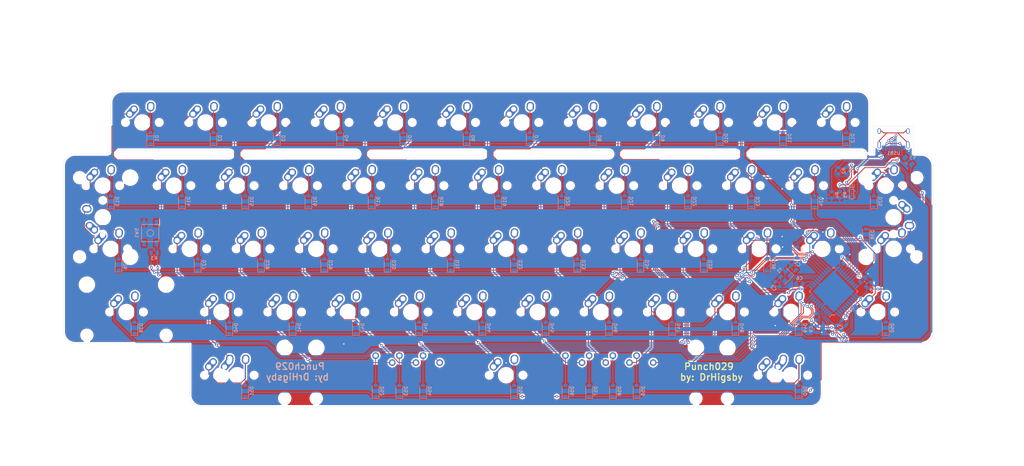
<source format=kicad_pcb>
(kicad_pcb (version 20171130) (host pcbnew "(5.1.4)-1")
  (layers (0 F.Cu signal) (31 B.Cu signal) (34 B.Paste user) (35 F.Paste user) (36 B.SilkS user) (37 F.SilkS user) (38 B.Mask user) (39 F.Mask user) (44 Edge.Cuts user))
  (net 0 "")
  (net 1 GND)
  (net 2 "Net-(C1-Pad1)")
  (net 3 "Net-(C2-Pad1)")
  (net 4 +5V)
  (net 5 "Net-(C9-Pad1)")
  (net 6 "Net-(D1-Pad2)")
  (net 7 row1)
  (net 8 "Net-(D2-Pad2)")
  (net 9 "Net-(D3-Pad2)")
  (net 10 "Net-(D4-Pad2)")
  (net 11 "Net-(D5-Pad2)")
  (net 12 "Net-(D6-Pad2)")
  (net 13 "Net-(D7-Pad2)")
  (net 14 "Net-(D8-Pad2)")
  (net 15 "Net-(D9-Pad2)")
  (net 16 "Net-(D10-Pad2)")
  (net 17 "Net-(D11-Pad2)")
  (net 18 "Net-(D12-Pad2)")
  (net 19 "Net-(D13-Pad2)")
  (net 20 row2)
  (net 21 "Net-(D14-Pad2)")
  (net 22 "Net-(D15-Pad2)")
  (net 23 "Net-(D16-Pad2)")
  (net 24 "Net-(D17-Pad2)")
  (net 25 "Net-(D18-Pad2)")
  (net 26 "Net-(D19-Pad2)")
  (net 27 "Net-(D20-Pad2)")
  (net 28 "Net-(D21-Pad2)")
  (net 29 "Net-(D22-Pad2)")
  (net 30 "Net-(D23-Pad2)")
  (net 31 "Net-(D24-Pad2)")
  (net 32 "Net-(D25-Pad2)")
  (net 33 "Net-(D26-Pad2)")
  (net 34 row3)
  (net 35 "Net-(D27-Pad2)")
  (net 36 "Net-(D28-Pad2)")
  (net 37 "Net-(D29-Pad2)")
  (net 38 "Net-(D30-Pad2)")
  (net 39 "Net-(D31-Pad2)")
  (net 40 "Net-(D32-Pad2)")
  (net 41 "Net-(D33-Pad2)")
  (net 42 "Net-(D34-Pad2)")
  (net 43 "Net-(D35-Pad2)")
  (net 44 "Net-(D36-Pad2)")
  (net 45 "Net-(D37-Pad2)")
  (net 46 "Net-(D38-Pad2)")
  (net 47 "Net-(D39-Pad2)")
  (net 48 row4)
  (net 49 "Net-(D40-Pad2)")
  (net 50 "Net-(D41-Pad2)")
  (net 51 "Net-(D42-Pad2)")
  (net 52 "Net-(D43-Pad2)")
  (net 53 "Net-(D44-Pad2)")
  (net 54 "Net-(D45-Pad2)")
  (net 55 "Net-(D46-Pad2)")
  (net 56 "Net-(D47-Pad2)")
  (net 57 "Net-(D48-Pad2)")
  (net 58 "Net-(D49-Pad2)")
  (net 59 "Net-(D50-Pad2)")
  (net 60 "Net-(D51-Pad2)")
  (net 61 row5)
  (net 62 "Net-(D52-Pad2)")
  (net 63 "Net-(D53-Pad2)")
  (net 64 "Net-(D54-Pad2)")
  (net 65 "Net-(D55-Pad2)")
  (net 66 "Net-(D56-Pad2)")
  (net 67 "Net-(D57-Pad2)")
  (net 68 "Net-(D58-Pad2)")
  (net 69 "Net-(D59-Pad2)")
  (net 70 "Net-(D60-Pad2)")
  (net 71 VCC)
  (net 72 col1)
  (net 73 col2)
  (net 74 col3)
  (net 75 col4)
  (net 76 col5)
  (net 77 col6)
  (net 78 col7)
  (net 79 col8)
  (net 80 col9)
  (net 81 col10)
  (net 82 col11)
  (net 83 col12)
  (net 84 col13)
  (net 85 "Net-(R1-Pad2)")
  (net 86 D-)
  (net 87 "Net-(R2-Pad2)")
  (net 88 D+)
  (net 89 "Net-(R3-Pad2)")
  (net 90 "Net-(R4-Pad2)")
  (net 91 "Net-(R5-Pad2)")
  (net 92 "Net-(R6-Pad2)")
  (net 93 "Net-(U2-Pad42)")
  (net 94 "Net-(U2-Pad39)")
  (net 95 "Net-(U2-Pad38)")
  (net 96 "Net-(U2-Pad37)")
  (net 97 "Net-(U2-Pad32)")
  (net 98 "Net-(U2-Pad31)")
  (net 99 "Net-(U2-Pad12)")
  (net 100 "Net-(U2-Pad1)")
  (net 101 "Net-(USB1-Pad3)")
  (net 102 "Net-(USB1-Pad9)")
  (net 103 "Net-(USB1-Pad13)")
  (module MX_Alps_Hybrid:MX-1.5U-NoLED (layer F.Cu) (at 240.50726 102.39418)
    (fp_text reference MX53)
    (fp_text value MX-NoLED)
    (pad "" np_thru_hole circle (at 5.08 0 48.0996) (size 1.75 1.75) (drill 1.75) (layers *.Cu *.Mask))
    (pad "" np_thru_hole circle (at -5.08 0 48.0996) (size 1.75 1.75) (drill 1.75) (layers *.Cu *.Mask))
    (pad 2 thru_hole circle (at -2.5 -4) (size 2.25 2.25) (drill 1.47) (layers *.Cu B.Mask) (net 70 "Net-(D60-Pad2)"))
    (pad "" np_thru_hole circle (at 0 0) (size 3.9878 3.9878) (drill 3.9878) (layers *.Cu *.Mask))
    (pad 2 thru_hole oval (at -3.81 -2.54 48) (size 4.211556 2.25) (drill 1.47 (offset 0.980778 0)) (layers *.Cu B.Mask) (net 70 "Net-(D60-Pad2)"))
    (pad 1 thru_hole circle (at 2.54 -5.08) (size 2.25 2.25) (drill 1.47) (layers *.Cu B.Mask) (net 82 col11))
    (pad 1 thru_hole oval (at 2.5 -4.5 86) (size 2.831378 2.25) (drill 1.47 (offset 0.290689 0)) (layers *.Cu B.Mask) (net 82 col11))
  )
  (module MX_Alps_Hybrid:MX-1U-NoLED (layer F.Cu) (at 73.81906 102.39418)
    (fp_text reference MX51-1u1)
    (fp_text value MX-NoLED)
    (pad "" np_thru_hole circle (at 5.08 0 48.0996) (size 1.75 1.75) (drill 1.75) (layers *.Cu *.Mask))
    (pad "" np_thru_hole circle (at -5.08 0 48.0996) (size 1.75 1.75) (drill 1.75) (layers *.Cu *.Mask))
    (pad 2 thru_hole circle (at -2.5 -4) (size 2.25 2.25) (drill 1.47) (layers *.Cu B.Mask) (net 60 "Net-(D51-Pad2)"))
    (pad "" np_thru_hole circle (at 0 0) (size 3.9878 3.9878) (drill 3.9878) (layers *.Cu *.Mask))
    (pad 2 thru_hole oval (at -3.81 -2.54 48) (size 4.211556 2.25) (drill 1.47 (offset 0.980778 0)) (layers *.Cu B.Mask) (net 60 "Net-(D51-Pad2)"))
    (pad 1 thru_hole circle (at 2.54 -5.08) (size 2.25 2.25) (drill 1.47) (layers *.Cu B.Mask) (net 73 col2))
    (pad 1 thru_hole oval (at 2.5 -4.5 86) (size 2.831378 2.25) (drill 1.47 (offset 0.290689 0)) (layers *.Cu B.Mask) (net 73 col2))
  )
  (module Kailh_Choc:KailhChoc-1U (layer F.Cu) (at 184.54765 102.39418)
    (fp_text reference TOPSW5)
    (fp_text value MX-NoLED)
    (pad 1 thru_hole circle (at 5 -3.8) (size 2 2) (drill 1.2) (layers *.Cu B.Mask) (net 79 col8))
    (pad 2 thru_hole circle (at 0 -5.9) (size 2 2) (drill 1.2) (layers *.Cu B.Mask) (net 67 "Net-(D57-Pad2)"))
  )
  (module Kailh_Choc:KailhChoc-1U (layer F.Cu) (at 127.39741 102.39418)
    (fp_text reference TOPSW2)
    (fp_text value MX-NoLED)
    (pad 1 thru_hole circle (at 5 -3.8) (size 2 2) (drill 1.2) (layers *.Cu B.Mask) (net 75 col4))
    (pad 2 thru_hole circle (at 0 -5.9) (size 2 2) (drill 1.2) (layers *.Cu B.Mask) (net 63 "Net-(D53-Pad2)"))
  )
  (module Kailh_Choc:KailhChoc-1U (layer F.Cu) (at 177.40387 102.39418)
    (fp_text reference TOPSW4)
    (fp_text value MX-NoLED)
    (pad 1 thru_hole circle (at 5 -3.8) (size 2 2) (drill 1.2) (layers *.Cu B.Mask) (net 78 col7))
    (pad 2 thru_hole circle (at 0 -5.9) (size 2 2) (drill 1.2) (layers *.Cu B.Mask) (net 66 "Net-(D56-Pad2)"))
  )
  (module Kailh_Choc:KailhChoc-1U (layer F.Cu) (at 134.54119 102.39418)
    (fp_text reference TOPSW3)
    (fp_text value MX-NoLED)
    (pad 1 thru_hole circle (at 5 -3.8) (size 2 2) (drill 1.2) (layers *.Cu B.Mask) (net 76 col5))
    (pad 2 thru_hole circle (at 0 -5.9) (size 2 2) (drill 1.2) (layers *.Cu B.Mask) (net 64 "Net-(D54-Pad2)"))
  )
  (module Kailh_Choc:KailhChoc-1U (layer F.Cu) (at 198.83521 102.39418)
    (fp_text reference TOPSW7)
    (fp_text value MX-NoLED)
    (pad 1 thru_hole circle (at 5 -3.8) (size 2 2) (drill 1.2) (layers *.Cu B.Mask) (net 81 col10))
    (pad 2 thru_hole circle (at 0 -5.9) (size 2 2) (drill 1.2) (layers *.Cu B.Mask) (net 69 "Net-(D59-Pad2)"))
  )
  (module Kailh_Choc:KailhChoc-1U (layer F.Cu) (at 191.69143 102.39418)
    (fp_text reference TOPSW6)
    (fp_text value MX-NoLED)
    (pad 1 thru_hole circle (at 5 -3.8) (size 2 2) (drill 1.2) (layers *.Cu B.Mask) (net 80 col9))
    (pad 2 thru_hole circle (at 0 -5.9) (size 2 2) (drill 1.2) (layers *.Cu B.Mask) (net 68 "Net-(D58-Pad2)"))
  )
  (module Kailh_Choc:KailhChoc-1U (layer F.Cu) (at 120.25363 102.39418)
    (fp_text reference TOPSW1)
    (fp_text value MX-NoLED)
    (pad 1 thru_hole circle (at 5 -3.8) (size 2 2) (drill 1.2) (layers *.Cu B.Mask) (net 74 col3))
    (pad 2 thru_hole circle (at 0 -5.9) (size 2 2) (drill 1.2) (layers *.Cu B.Mask) (net 62 "Net-(D52-Pad2)"))
  )
  (module MX_Alps_Hybrid:MX-ISO-ReversedStabilizers (layer F.Cu) (at 38.10016 54.76898 180)
    (fp_text reference MX26-ISO1)
    (fp_text value MX-NoLED)
    (pad "" np_thru_hole circle (at -8.255 -11.938 180) (size 3.9878 3.9878) (drill 3.9878) (layers *.Cu *.Mask))
    (pad "" np_thru_hole circle (at -8.255 11.938 180) (size 3.9878 3.9878) (drill 3.9878) (layers *.Cu *.Mask))
    (pad "" np_thru_hole circle (at 6.985 -11.938 180) (size 3.048 3.048) (drill 3.048) (layers *.Cu *.Mask))
    (pad "" np_thru_hole circle (at 6.985 11.938 180) (size 3.048 3.048) (drill 3.048) (layers *.Cu *.Mask))
    (pad "" np_thru_hole circle (at 0 5.08 228.0996) (size 1.7018 1.7018) (drill 1.7018) (layers *.Cu *.Mask))
    (pad "" np_thru_hole circle (at 0 -5.08 228.0996) (size 1.7018 1.7018) (drill 1.7018) (layers *.Cu *.Mask))
    (pad 2 thru_hole circle (at 4 -2.5 180) (size 2.25 2.25) (drill 1.47) (layers *.Cu B.Mask) (net 33 "Net-(D26-Pad2)"))
    (pad "" np_thru_hole circle (at 0 0 180) (size 3.9878 3.9878) (drill 3.9878) (layers *.Cu *.Mask))
    (pad 2 thru_hole oval (at 2.54 -3.81 138.1) (size 4.211556 2.25) (drill 1.47 (offset 0.980778 0)) (layers *.Cu B.Mask) (net 33 "Net-(D26-Pad2)"))
    (pad 1 thru_hole circle (at 5.08 2.54 180) (size 2.25 2.25) (drill 1.47) (layers *.Cu B.Mask) (net 72 col1))
    (pad 1 thru_hole oval (at 4.5 2.5 176.055) (size 2.831378 2.25) (drill 1.47 (offset 0.290689 0)) (layers *.Cu B.Mask) (net 72 col1))
  )
  (module MX_Alps_Hybrid:MX-ISO-ReversedStabilizers (layer F.Cu) (at 276.22616 54.76898)
    (fp_text reference MX38-ISO1)
    (fp_text value MX-NoLED)
    (pad "" np_thru_hole circle (at -8.255 -11.938) (size 3.9878 3.9878) (drill 3.9878) (layers *.Cu *.Mask))
    (pad "" np_thru_hole circle (at -8.255 11.938) (size 3.9878 3.9878) (drill 3.9878) (layers *.Cu *.Mask))
    (pad "" np_thru_hole circle (at 6.985 -11.938) (size 3.048 3.048) (drill 3.048) (layers *.Cu *.Mask))
    (pad "" np_thru_hole circle (at 6.985 11.938) (size 3.048 3.048) (drill 3.048) (layers *.Cu *.Mask))
    (pad "" np_thru_hole circle (at 0 5.08 48.0996) (size 1.7018 1.7018) (drill 1.7018) (layers *.Cu *.Mask))
    (pad "" np_thru_hole circle (at 0 -5.08 48.0996) (size 1.7018 1.7018) (drill 1.7018) (layers *.Cu *.Mask))
    (pad 2 thru_hole circle (at 4 -2.5) (size 2.25 2.25) (drill 1.47) (layers *.Cu B.Mask) (net 46 "Net-(D38-Pad2)"))
    (pad "" np_thru_hole circle (at 0 0) (size 3.9878 3.9878) (drill 3.9878) (layers *.Cu *.Mask))
    (pad 2 thru_hole oval (at 2.54 -3.81 318.1) (size 4.211556 2.25) (drill 1.47 (offset 0.980778 0)) (layers *.Cu B.Mask) (net 46 "Net-(D38-Pad2)"))
    (pad 1 thru_hole circle (at 5.08 2.54) (size 2.25 2.25) (drill 1.47) (layers *.Cu B.Mask) (net 84 col13))
    (pad 1 thru_hole oval (at 4.5 2.5 356.055) (size 2.831378 2.25) (drill 1.47 (offset 0.290689 0)) (layers *.Cu B.Mask) (net 84 col13))
  )
  (module MX_Alps_Hybrid:MX-1U-NoLED (layer F.Cu) (at 245.26978 102.39418)
    (fp_text reference MX53-1u1)
    (fp_text value MX-NoLED)
    (pad "" np_thru_hole circle (at 5.08 0 48.0996) (size 1.75 1.75) (drill 1.75) (layers *.Cu *.Mask))
    (pad "" np_thru_hole circle (at -5.08 0 48.0996) (size 1.75 1.75) (drill 1.75) (layers *.Cu *.Mask))
    (pad 1 thru_hole circle (at -2.5 -4) (size 2.25 2.25) (drill 1.47) (layers *.Cu B.Mask) (net 82 col11))
    (pad "" np_thru_hole circle (at 0 0) (size 3.9878 3.9878) (drill 3.9878) (layers *.Cu *.Mask))
    (pad 1 thru_hole oval (at -3.81 -2.54 48.0996) (size 4.211556 2.25) (drill 1.47 (offset 0.980778 0)) (layers *.Cu B.Mask) (net 82 col11))
    (pad 2 thru_hole circle (at 2.54 -5.08) (size 2.25 2.25) (drill 1.47) (layers *.Cu B.Mask) (net 70 "Net-(D60-Pad2)"))
    (pad 2 thru_hole oval (at 2.5 -4.5 86.0548) (size 2.831378 2.25) (drill 1.47 (offset 0.290689 0)) (layers *.Cu B.Mask) (net 70 "Net-(D60-Pad2)"))
  )
  (module MX_Alps_Hybrid:MX-8U-ReversedStabilizers-NoLED (layer F.Cu) (at 159.54442 102.39418)
    (fp_text reference MX52-8u1)
    (fp_text value MX-NoLED)
    (pad "" np_thru_hole circle (at 66.675 -8.255) (size 3.9878 3.9878) (drill 3.9878) (layers *.Cu *.Mask))
    (pad "" np_thru_hole circle (at -66.675 -8.255) (size 3.9878 3.9878) (drill 3.9878) (layers *.Cu *.Mask))
    (pad "" np_thru_hole circle (at 66.675 6.985) (size 3.048 3.048) (drill 3.048) (layers *.Cu *.Mask))
    (pad "" np_thru_hole circle (at -66.675 6.985) (size 3.048 3.048) (drill 3.048) (layers *.Cu *.Mask))
    (pad "" np_thru_hole circle (at 5.08 0 48.0996) (size 1.75 1.75) (drill 1.75) (layers *.Cu *.Mask))
    (pad "" np_thru_hole circle (at -5.08 0 48.0996) (size 1.75 1.75) (drill 1.75) (layers *.Cu *.Mask))
    (pad 1 thru_hole circle (at -2.5 -4) (size 2.25 2.25) (drill 1.47) (layers *.Cu B.Mask) (net 77 col6))
    (pad "" np_thru_hole circle (at 0 0) (size 3.9878 3.9878) (drill 3.9878) (layers *.Cu *.Mask))
    (pad 1 thru_hole oval (at -3.81 -2.54 48.0996) (size 4.211556 2.25) (drill 1.47 (offset 0.980778 0)) (layers *.Cu B.Mask) (net 77 col6))
    (pad 2 thru_hole circle (at 2.54 -5.08) (size 2.25 2.25) (drill 1.47) (layers *.Cu B.Mask) (net 65 "Net-(D55-Pad2)"))
    (pad 2 thru_hole oval (at 2.5 -4.5 86.0548) (size 2.831378 2.25) (drill 1.47 (offset 0.290689 0)) (layers *.Cu B.Mask) (net 65 "Net-(D55-Pad2)"))
  )
  (module MX_Alps_Hybrid:MX-1.25U-NoLED (layer F.Cu) (at 276.22616 64.29402)
    (fp_text reference MX38)
    (fp_text value MX-NoLED)
    (pad "" np_thru_hole circle (at 5.08 0 48.0996) (size 1.75 1.75) (drill 1.75) (layers *.Cu *.Mask))
    (pad "" np_thru_hole circle (at -5.08 0 48.0996) (size 1.75 1.75) (drill 1.75) (layers *.Cu *.Mask))
    (pad 1 thru_hole circle (at -2.5 -4) (size 2.25 2.25) (drill 1.47) (layers *.Cu B.Mask) (net 84 col13))
    (pad "" np_thru_hole circle (at 0 0) (size 3.9878 3.9878) (drill 3.9878) (layers *.Cu *.Mask))
    (pad 1 thru_hole oval (at -3.81 -2.54 48.0996) (size 4.211556 2.25) (drill 1.47 (offset 0.980778 0)) (layers *.Cu B.Mask) (net 84 col13))
    (pad 2 thru_hole circle (at 2.54 -5.08) (size 2.25 2.25) (drill 1.47) (layers *.Cu B.Mask) (net 46 "Net-(D38-Pad2)"))
    (pad 2 thru_hole oval (at 2.5 -4.5 86.0548) (size 2.831378 2.25) (drill 1.47 (offset 0.290689 0)) (layers *.Cu B.Mask) (net 46 "Net-(D38-Pad2)"))
  )
  (module MX_Alps_Hybrid:MX-1.5U-NoLED (layer F.Cu) (at 273.8449 45.24394)
    (fp_text reference MX25)
    (fp_text value MX-NoLED)
    (pad "" np_thru_hole circle (at 5.08 0 48.0996) (size 1.75 1.75) (drill 1.75) (layers *.Cu *.Mask))
    (pad "" np_thru_hole circle (at -5.08 0 48.0996) (size 1.75 1.75) (drill 1.75) (layers *.Cu *.Mask))
    (pad 1 thru_hole circle (at -2.5 -4) (size 2.25 2.25) (drill 1.47) (layers *.Cu B.Mask) (net 84 col13))
    (pad "" np_thru_hole circle (at 0 0) (size 3.9878 3.9878) (drill 3.9878) (layers *.Cu *.Mask))
    (pad 1 thru_hole oval (at -3.81 -2.54 48.0996) (size 4.211556 2.25) (drill 1.47 (offset 0.980778 0)) (layers *.Cu B.Mask) (net 84 col13))
    (pad 2 thru_hole circle (at 2.54 -5.08) (size 2.25 2.25) (drill 1.47) (layers *.Cu B.Mask) (net 32 "Net-(D25-Pad2)"))
    (pad 2 thru_hole oval (at 2.5 -4.5 86.0548) (size 2.831378 2.25) (drill 1.47 (offset 0.290689 0)) (layers *.Cu B.Mask) (net 32 "Net-(D25-Pad2)"))
  )
  (module MX_Alps_Hybrid:MX-7U-ReversedStabilizers-NoLED (layer F.Cu) (at 159.54442 102.39418)
    (fp_text reference MX52)
    (fp_text value MX-NoLED)
    (pad "" np_thru_hole circle (at 57.15 -8.255) (size 3.9878 3.9878) (drill 3.9878) (layers *.Cu *.Mask))
    (pad "" np_thru_hole circle (at -57.15 -8.255) (size 3.9878 3.9878) (drill 3.9878) (layers *.Cu *.Mask))
    (pad "" np_thru_hole circle (at 57.15 6.985) (size 3.048 3.048) (drill 3.048) (layers *.Cu *.Mask))
    (pad "" np_thru_hole circle (at -57.15 6.985) (size 3.048 3.048) (drill 3.048) (layers *.Cu *.Mask))
    (pad "" np_thru_hole circle (at 5.08 0 48.0996) (size 1.75 1.75) (drill 1.75) (layers *.Cu *.Mask))
    (pad "" np_thru_hole circle (at -5.08 0 48.0996) (size 1.75 1.75) (drill 1.75) (layers *.Cu *.Mask))
    (pad 1 thru_hole circle (at -2.5 -4) (size 2.25 2.25) (drill 1.47) (layers *.Cu B.Mask) (net 77 col6))
    (pad "" np_thru_hole circle (at 0 0) (size 3.9878 3.9878) (drill 3.9878) (layers *.Cu *.Mask))
    (pad 1 thru_hole oval (at -3.81 -2.54 48.0996) (size 4.211556 2.25) (drill 1.47 (offset 0.980778 0)) (layers *.Cu B.Mask) (net 77 col6))
    (pad 2 thru_hole circle (at 2.54 -5.08) (size 2.25 2.25) (drill 1.47) (layers *.Cu B.Mask) (net 65 "Net-(D55-Pad2)"))
    (pad 2 thru_hole oval (at 2.5 -4.5 86.0548) (size 2.831378 2.25) (drill 1.47 (offset 0.290689 0)) (layers *.Cu B.Mask) (net 65 "Net-(D55-Pad2)"))
  )
  (module MX_Alps_Hybrid:MX-1.5U-NoLED (layer F.Cu) (at 78.58158 102.39418)
    (fp_text reference MX51)
    (fp_text value MX-NoLED)
    (pad "" np_thru_hole circle (at 5.08 0 48.0996) (size 1.75 1.75) (drill 1.75) (layers *.Cu *.Mask))
    (pad "" np_thru_hole circle (at -5.08 0 48.0996) (size 1.75 1.75) (drill 1.75) (layers *.Cu *.Mask))
    (pad 1 thru_hole circle (at -2.5 -4) (size 2.25 2.25) (drill 1.47) (layers *.Cu B.Mask) (net 73 col2))
    (pad "" np_thru_hole circle (at 0 0) (size 3.9878 3.9878) (drill 3.9878) (layers *.Cu *.Mask))
    (pad 1 thru_hole oval (at -3.81 -2.54 48.0996) (size 4.211556 2.25) (drill 1.47 (offset 0.980778 0)) (layers *.Cu B.Mask) (net 73 col2))
    (pad 2 thru_hole circle (at 2.54 -5.08) (size 2.25 2.25) (drill 1.47) (layers *.Cu B.Mask) (net 60 "Net-(D51-Pad2)"))
    (pad 2 thru_hole oval (at 2.5 -4.5 86.0548) (size 2.831378 2.25) (drill 1.47 (offset 0.290689 0)) (layers *.Cu B.Mask) (net 60 "Net-(D51-Pad2)"))
  )
  (module Crystal:Crystal_SMD_3225-4Pin_3.2x2.5mm (layer B.Cu) (at 243.61268 72.522763 225)
    (fp_text reference Y1 (at 0 2.45 45) (layer B.SilkS) (effects (justify mirror)))
    (fp_text value 16MHz)
    (pad 4 smd rect (at -1.1 0.85 225) (size 1.4 1.2) (layers B.Cu B.Paste B.Mask) (net 1 GND))
    (pad 3 smd rect (at 1.1 0.85 225) (size 1.4 1.2) (layers B.Cu B.Paste B.Mask) (net 3 "Net-(C2-Pad1)"))
    (pad 2 smd rect (at 1.1 -0.85 225) (size 1.4 1.2) (layers B.Cu B.Paste B.Mask) (net 1 GND))
    (pad 1 smd rect (at -1.1 -0.85 225) (size 1.4 1.2) (layers B.Cu B.Paste B.Mask) (net 2 "Net-(C1-Pad1)"))
  )
  (module Type-C:HRO-TYPE-C-31-M-12-Assembly (layer B.Cu) (at 276.22616 26.19386)
    (fp_text reference USB1 (at 0 9.25) (layer B.SilkS) (effects (justify mirror)))
    (fp_text value HRO-TYPE-C-31-M-12)
    (pad 12 smd rect (at 3.225 7.695) (size 0.6 1.45) (layers B.Cu B.Paste B.Mask) (net 1 GND))
    (pad 1 smd rect (at -3.225 7.695) (size 0.6 1.45) (layers B.Cu B.Paste B.Mask) (net 1 GND))
    (pad 11 smd rect (at 2.45 7.695) (size 0.6 1.45) (layers B.Cu B.Paste B.Mask) (net 71 VCC))
    (pad 2 smd rect (at -2.45 7.695) (size 0.6 1.45) (layers B.Cu B.Paste B.Mask) (net 71 VCC))
    (pad 3 smd rect (at -1.75 7.695) (size 0.3 1.45) (layers B.Cu B.Paste B.Mask) (net 101 "Net-(USB1-Pad3)"))
    (pad 10 smd rect (at 1.75 7.695) (size 0.3 1.45) (layers B.Cu B.Paste B.Mask) (net 91 "Net-(R5-Pad2)"))
    (pad 4 smd rect (at -1.25 7.695) (size 0.3 1.45) (layers B.Cu B.Paste B.Mask) (net 90 "Net-(R4-Pad2)"))
    (pad 9 smd rect (at 1.25 7.695) (size 0.3 1.45) (layers B.Cu B.Paste B.Mask) (net 102 "Net-(USB1-Pad9)"))
    (pad 5 smd rect (at -0.75 7.695) (size 0.3 1.45) (layers B.Cu B.Paste B.Mask) (net 85 "Net-(R1-Pad2)"))
    (pad 8 smd rect (at 0.75 7.695) (size 0.3 1.45) (layers B.Cu B.Paste B.Mask) (net 87 "Net-(R2-Pad2)"))
    (pad 7 smd rect (at 0.25 7.695) (size 0.3 1.45) (layers B.Cu B.Paste B.Mask) (net 85 "Net-(R1-Pad2)"))
    (pad 6 smd rect (at -0.25 7.695) (size 0.3 1.45) (layers B.Cu B.Paste B.Mask) (net 87 "Net-(R2-Pad2)"))
    (pad "" np_thru_hole circle (at 2.89 6.25) (size 0.65 0.65) (drill 0.65) (layers *.Cu *.Mask))
    (pad "" np_thru_hole circle (at -2.89 6.25) (size 0.65 0.65) (drill 0.65) (layers *.Cu *.Mask))
    (pad 13 thru_hole oval (at -4.32 6.78) (size 1 2.1) (drill oval 0.6 1.7) (layers *.Cu *.Mask) (net 103 "Net-(USB1-Pad13)"))
    (pad 13 thru_hole oval (at 4.32 6.78) (size 1 2.1) (drill oval 0.6 1.7) (layers *.Cu *.Mask) (net 103 "Net-(USB1-Pad13)"))
    (pad 13 thru_hole oval (at -4.32 2.6) (size 1 1.6) (drill oval 0.6 1.2) (layers *.Cu *.Mask) (net 103 "Net-(USB1-Pad13)"))
    (pad 13 thru_hole oval (at 4.32 2.6) (size 1 1.6) (drill oval 0.6 1.2) (layers *.Cu *.Mask) (net 103 "Net-(USB1-Pad13)"))
  )
  (module Package_QFP:TQFP-44_10x10mm_P0.8mm (layer B.Cu) (at 258.174952 77.139935 45)
    (fp_text reference U2 (at 0 7.45 45) (layer B.SilkS) (effects (justify mirror)))
    (fp_text value ATmega32U4-AU)
    (pad 44 smd rect (at -4 5.7 315) (size 1.5 0.55) (layers B.Cu B.Paste B.Mask) (net 4 +5V))
    (pad 43 smd rect (at -3.2 5.7 315) (size 1.5 0.55) (layers B.Cu B.Paste B.Mask) (net 1 GND))
    (pad 42 smd rect (at -2.4 5.7 315) (size 1.5 0.55) (layers B.Cu B.Paste B.Mask) (net 93 "Net-(U2-Pad42)"))
    (pad 41 smd rect (at -1.6 5.7 315) (size 1.5 0.55) (layers B.Cu B.Paste B.Mask) (net 61 row5))
    (pad 40 smd rect (at -0.8 5.7 315) (size 1.5 0.55) (layers B.Cu B.Paste B.Mask) (net 48 row4))
    (pad 39 smd rect (at 0 5.7 315) (size 1.5 0.55) (layers B.Cu B.Paste B.Mask) (net 94 "Net-(U2-Pad39)"))
    (pad 38 smd rect (at 0.8 5.7 315) (size 1.5 0.55) (layers B.Cu B.Paste B.Mask) (net 95 "Net-(U2-Pad38)"))
    (pad 37 smd rect (at 1.6 5.7 315) (size 1.5 0.55) (layers B.Cu B.Paste B.Mask) (net 96 "Net-(U2-Pad37)"))
    (pad 36 smd rect (at 2.4 5.7 315) (size 1.5 0.55) (layers B.Cu B.Paste B.Mask) (net 84 col13))
    (pad 35 smd rect (at 3.2 5.7 315) (size 1.5 0.55) (layers B.Cu B.Paste B.Mask) (net 1 GND))
    (pad 34 smd rect (at 4 5.7 315) (size 1.5 0.55) (layers B.Cu B.Paste B.Mask) (net 4 +5V))
    (pad 33 smd rect (at 5.7 4 45) (size 1.5 0.55) (layers B.Cu B.Paste B.Mask) (net 92 "Net-(R6-Pad2)"))
    (pad 32 smd rect (at 5.7 3.2 45) (size 1.5 0.55) (layers B.Cu B.Paste B.Mask) (net 97 "Net-(U2-Pad32)"))
    (pad 31 smd rect (at 5.7 2.4 45) (size 1.5 0.55) (layers B.Cu B.Paste B.Mask) (net 98 "Net-(U2-Pad31)"))
    (pad 30 smd rect (at 5.7 1.6 45) (size 1.5 0.55) (layers B.Cu B.Paste B.Mask) (net 34 row3))
    (pad 29 smd rect (at 5.7 0.8 45) (size 1.5 0.55) (layers B.Cu B.Paste B.Mask) (net 20 row2))
    (pad 28 smd rect (at 5.7 0 45) (size 1.5 0.55) (layers B.Cu B.Paste B.Mask) (net 7 row1))
    (pad 27 smd rect (at 5.7 -0.8 45) (size 1.5 0.55) (layers B.Cu B.Paste B.Mask) (net 78 col7))
    (pad 26 smd rect (at 5.7 -1.6 45) (size 1.5 0.55) (layers B.Cu B.Paste B.Mask) (net 77 col6))
    (pad 25 smd rect (at 5.7 -2.4 45) (size 1.5 0.55) (layers B.Cu B.Paste B.Mask) (net 76 col5))
    (pad 24 smd rect (at 5.7 -3.2 45) (size 1.5 0.55) (layers B.Cu B.Paste B.Mask) (net 4 +5V))
    (pad 23 smd rect (at 5.7 -4 45) (size 1.5 0.55) (layers B.Cu B.Paste B.Mask) (net 1 GND))
    (pad 22 smd rect (at 4 -5.7 315) (size 1.5 0.55) (layers B.Cu B.Paste B.Mask) (net 79 col8))
    (pad 21 smd rect (at 3.2 -5.7 315) (size 1.5 0.55) (layers B.Cu B.Paste B.Mask) (net 83 col12))
    (pad 20 smd rect (at 2.4 -5.7 315) (size 1.5 0.55) (layers B.Cu B.Paste B.Mask) (net 82 col11))
    (pad 19 smd rect (at 1.6 -5.7 315) (size 1.5 0.55) (layers B.Cu B.Paste B.Mask) (net 81 col10))
    (pad 18 smd rect (at 0.8 -5.7 315) (size 1.5 0.55) (layers B.Cu B.Paste B.Mask) (net 80 col9))
    (pad 17 smd rect (at 0 -5.7 315) (size 1.5 0.55) (layers B.Cu B.Paste B.Mask) (net 2 "Net-(C1-Pad1)"))
    (pad 16 smd rect (at -0.8 -5.7 315) (size 1.5 0.55) (layers B.Cu B.Paste B.Mask) (net 3 "Net-(C2-Pad1)"))
    (pad 15 smd rect (at -1.6 -5.7 315) (size 1.5 0.55) (layers B.Cu B.Paste B.Mask) (net 1 GND))
    (pad 14 smd rect (at -2.4 -5.7 315) (size 1.5 0.55) (layers B.Cu B.Paste B.Mask) (net 4 +5V))
    (pad 13 smd rect (at -3.2 -5.7 315) (size 1.5 0.55) (layers B.Cu B.Paste B.Mask) (net 89 "Net-(R3-Pad2)"))
    (pad 12 smd rect (at -4 -5.7 315) (size 1.5 0.55) (layers B.Cu B.Paste B.Mask) (net 99 "Net-(U2-Pad12)"))
    (pad 11 smd rect (at -5.7 -4 45) (size 1.5 0.55) (layers B.Cu B.Paste B.Mask) (net 75 col4))
    (pad 10 smd rect (at -5.7 -3.2 45) (size 1.5 0.55) (layers B.Cu B.Paste B.Mask) (net 72 col1))
    (pad 9 smd rect (at -5.7 -2.4 45) (size 1.5 0.55) (layers B.Cu B.Paste B.Mask) (net 73 col2))
    (pad 8 smd rect (at -5.7 -1.6 45) (size 1.5 0.55) (layers B.Cu B.Paste B.Mask) (net 74 col3))
    (pad 7 smd rect (at -5.7 -0.8 45) (size 1.5 0.55) (layers B.Cu B.Paste B.Mask) (net 4 +5V))
    (pad 6 smd rect (at -5.7 0 45) (size 1.5 0.55) (layers B.Cu B.Paste B.Mask) (net 5 "Net-(C9-Pad1)"))
    (pad 5 smd rect (at -5.7 0.8 45) (size 1.5 0.55) (layers B.Cu B.Paste B.Mask) (net 1 GND))
    (pad 4 smd rect (at -5.7 1.6 45) (size 1.5 0.55) (layers B.Cu B.Paste B.Mask) (net 88 D+))
    (pad 3 smd rect (at -5.7 2.4 45) (size 1.5 0.55) (layers B.Cu B.Paste B.Mask) (net 86 D-))
    (pad 2 smd rect (at -5.7 3.2 45) (size 1.5 0.55) (layers B.Cu B.Paste B.Mask) (net 4 +5V))
    (pad 1 smd rect (at -5.7 4 45) (size 1.5 0.55) (layers B.Cu B.Paste B.Mask) (net 100 "Net-(U2-Pad1)"))
  )
  (module random-keyboard-parts:SOT143B (layer B.Cu) (at 263.5918 47.7926)
    (fp_text reference U1 (at 0 -2.45) (layer B.SilkS) (effects (justify mirror)))
    (fp_text value PRTR5V0U2X)
    (pad 1 smd rect (at -1 0.75 90) (size 1 0.7) (layers B.Cu B.Paste B.Mask) (net 1 GND))
    (pad 4 smd rect (at 1 0.95 90) (size 0.6 0.7) (layers B.Cu B.Paste B.Mask) (net 71 VCC))
    (pad 2 smd rect (at -1 -0.95 90) (size 0.6 0.7) (layers B.Cu B.Paste B.Mask) (net 87 "Net-(R2-Pad2)"))
    (pad 3 smd rect (at 1 -0.95 90) (size 0.6 0.7) (layers B.Cu B.Paste B.Mask) (net 85 "Net-(R1-Pad2)"))
  )
  (module random-keyboard-parts:SKQG-1155865 (layer B.Cu) (at 52.38772 59.5315 90)
    (fp_text reference SW1 (at 0 -4.064 90) (layer B.SilkS) (effects (justify mirror)))
    (fp_text value SW_Push)
    (pad 4 smd rect (at -3.1 -1.85 90) (size 1.8 1.1) (layers B.Cu B.Paste B.Mask))
    (pad 3 smd rect (at 3.1 1.85 90) (size 1.8 1.1) (layers B.Cu B.Paste B.Mask))
    (pad 2 smd rect (at -3.1 1.85 90) (size 1.8 1.1) (layers B.Cu B.Paste B.Mask) (net 89 "Net-(R3-Pad2)"))
    (pad 1 smd rect (at 3.1 -1.85 90) (size 1.8 1.1) (layers B.Cu B.Paste B.Mask) (net 1 GND))
  )
  (module Resistor_SMD:R_0805_2012Metric (layer B.Cu) (at 266.905713 73.657487 225)
    (fp_text reference R6 (at 0 1.65 45) (layer B.SilkS) (effects (justify mirror)))
    (fp_text value 10k)
    (pad 2 smd roundrect (at 0.9375 0 225) (size 0.975 1.4) (layers B.Cu B.Paste B.Mask) (net 92 "Net-(R6-Pad2)"))
    (pad 1 smd roundrect (at -0.9375 0 225) (size 0.975 1.4) (layers B.Cu B.Paste B.Mask) (net 1 GND))
  )
  (module Resistor_SMD:R_0805_2012Metric (layer B.Cu) (at 259.9574 48.03477 90)
    (fp_text reference R5 (at 0 1.65 90) (layer B.SilkS) (effects (justify mirror)))
    (fp_text value 5.1k)
    (pad 2 smd roundrect (at 0.9375 0 90) (size 0.975 1.4) (layers B.Cu B.Paste B.Mask) (net 91 "Net-(R5-Pad2)"))
    (pad 1 smd roundrect (at -0.9375 0 90) (size 0.975 1.4) (layers B.Cu B.Paste B.Mask) (net 1 GND))
  )
  (module Resistor_SMD:R_0805_2012Metric (layer B.Cu) (at 257.57614 48.03477 90)
    (fp_text reference R4 (at 0 1.65 90) (layer B.SilkS) (effects (justify mirror)))
    (fp_text value 5.1k)
    (pad 2 smd roundrect (at 0.9375 0 90) (size 0.975 1.4) (layers B.Cu B.Paste B.Mask) (net 90 "Net-(R4-Pad2)"))
    (pad 1 smd roundrect (at -0.9375 0 90) (size 0.975 1.4) (layers B.Cu B.Paste B.Mask) (net 1 GND))
  )
  (module Resistor_SMD:R_0805_2012Metric (layer B.Cu) (at 53.57835 65.48465)
    (fp_text reference R3 (at 0 1.65) (layer B.SilkS) (effects (justify mirror)))
    (fp_text value 10k)
    (pad 2 smd roundrect (at 0.9375 0) (size 0.975 1.4) (layers B.Cu B.Paste B.Mask) (net 89 "Net-(R3-Pad2)"))
    (pad 1 smd roundrect (at -0.9375 0) (size 0.975 1.4) (layers B.Cu B.Paste B.Mask) (net 4 +5V))
  )
  (module Resistor_SMD:R_0805_2012Metric (layer B.Cu) (at 259.55734 40.73455 90)
    (fp_text reference R2 (at 0 1.65 90) (layer B.SilkS) (effects (justify mirror)))
    (fp_text value 22)
    (pad 2 smd roundrect (at 0.9375 0 90) (size 0.975 1.4) (layers B.Cu B.Paste B.Mask) (net 87 "Net-(R2-Pad2)"))
    (pad 1 smd roundrect (at -0.9375 0 90) (size 0.975 1.4) (layers B.Cu B.Paste B.Mask) (net 88 D+))
  )
  (module Resistor_SMD:R_0805_2012Metric (layer B.Cu) (at 261.9386 40.73455 90)
    (fp_text reference R1 (at 0 1.65 90) (layer B.SilkS) (effects (justify mirror)))
    (fp_text value 22)
    (pad 2 smd roundrect (at 0.9375 0 90) (size 0.975 1.4) (layers B.Cu B.Paste B.Mask) (net 85 "Net-(R1-Pad2)"))
    (pad 1 smd roundrect (at -0.9375 0 90) (size 0.975 1.4) (layers B.Cu B.Paste B.Mask) (net 86 D-))
  )
  (module MX_Alps_Hybrid:MX-1.75U-NoLED (layer F.Cu) (at 271.46364 83.3441)
    (fp_text reference MX50)
    (fp_text value MX-NoLED)
    (pad "" np_thru_hole circle (at 5.08 0 48.0996) (size 1.75 1.75) (drill 1.75) (layers *.Cu *.Mask))
    (pad "" np_thru_hole circle (at -5.08 0 48.0996) (size 1.75 1.75) (drill 1.75) (layers *.Cu *.Mask))
    (pad 1 thru_hole circle (at -2.5 -4) (size 2.25 2.25) (drill 1.47) (layers *.Cu B.Mask) (net 83 col12))
    (pad "" np_thru_hole circle (at 0 0) (size 3.9878 3.9878) (drill 3.9878) (layers *.Cu *.Mask))
    (pad 1 thru_hole oval (at -3.81 -2.54 48.0996) (size 4.211556 2.25) (drill 1.47 (offset 0.980778 0)) (layers *.Cu B.Mask) (net 83 col12))
    (pad 2 thru_hole circle (at 2.54 -5.08) (size 2.25 2.25) (drill 1.47) (layers *.Cu B.Mask) (net 59 "Net-(D50-Pad2)"))
    (pad 2 thru_hole oval (at 2.5 -4.5 86.0548) (size 2.831378 2.25) (drill 1.47 (offset 0.290689 0)) (layers *.Cu B.Mask) (net 59 "Net-(D50-Pad2)"))
  )
  (module MX_Alps_Hybrid:MX-1U-NoLED (layer F.Cu) (at 245.26978 83.3441)
    (fp_text reference MX49)
    (fp_text value MX-NoLED)
    (pad "" np_thru_hole circle (at 5.08 0 48.0996) (size 1.75 1.75) (drill 1.75) (layers *.Cu *.Mask))
    (pad "" np_thru_hole circle (at -5.08 0 48.0996) (size 1.75 1.75) (drill 1.75) (layers *.Cu *.Mask))
    (pad 1 thru_hole circle (at -2.5 -4) (size 2.25 2.25) (drill 1.47) (layers *.Cu B.Mask) (net 82 col11))
    (pad "" np_thru_hole circle (at 0 0) (size 3.9878 3.9878) (drill 3.9878) (layers *.Cu *.Mask))
    (pad 1 thru_hole oval (at -3.81 -2.54 48.0996) (size 4.211556 2.25) (drill 1.47 (offset 0.980778 0)) (layers *.Cu B.Mask) (net 82 col11))
    (pad 2 thru_hole circle (at 2.54 -5.08) (size 2.25 2.25) (drill 1.47) (layers *.Cu B.Mask) (net 58 "Net-(D49-Pad2)"))
    (pad 2 thru_hole oval (at 2.5 -4.5 86.0548) (size 2.831378 2.25) (drill 1.47 (offset 0.290689 0)) (layers *.Cu B.Mask) (net 58 "Net-(D49-Pad2)"))
  )
  (module MX_Alps_Hybrid:MX-1U-NoLED (layer F.Cu) (at 226.2197 83.3441)
    (fp_text reference MX48)
    (fp_text value MX-NoLED)
    (pad "" np_thru_hole circle (at 5.08 0 48.0996) (size 1.75 1.75) (drill 1.75) (layers *.Cu *.Mask))
    (pad "" np_thru_hole circle (at -5.08 0 48.0996) (size 1.75 1.75) (drill 1.75) (layers *.Cu *.Mask))
    (pad 1 thru_hole circle (at -2.5 -4) (size 2.25 2.25) (drill 1.47) (layers *.Cu B.Mask) (net 81 col10))
    (pad "" np_thru_hole circle (at 0 0) (size 3.9878 3.9878) (drill 3.9878) (layers *.Cu *.Mask))
    (pad 1 thru_hole oval (at -3.81 -2.54 48.0996) (size 4.211556 2.25) (drill 1.47 (offset 0.980778 0)) (layers *.Cu B.Mask) (net 81 col10))
    (pad 2 thru_hole circle (at 2.54 -5.08) (size 2.25 2.25) (drill 1.47) (layers *.Cu B.Mask) (net 57 "Net-(D48-Pad2)"))
    (pad 2 thru_hole oval (at 2.5 -4.5 86.0548) (size 2.831378 2.25) (drill 1.47 (offset 0.290689 0)) (layers *.Cu B.Mask) (net 57 "Net-(D48-Pad2)"))
  )
  (module MX_Alps_Hybrid:MX-1U-NoLED (layer F.Cu) (at 207.16962 83.3441)
    (fp_text reference MX47)
    (fp_text value MX-NoLED)
    (pad "" np_thru_hole circle (at 5.08 0 48.0996) (size 1.75 1.75) (drill 1.75) (layers *.Cu *.Mask))
    (pad "" np_thru_hole circle (at -5.08 0 48.0996) (size 1.75 1.75) (drill 1.75) (layers *.Cu *.Mask))
    (pad 1 thru_hole circle (at -2.5 -4) (size 2.25 2.25) (drill 1.47) (layers *.Cu B.Mask) (net 80 col9))
    (pad "" np_thru_hole circle (at 0 0) (size 3.9878 3.9878) (drill 3.9878) (layers *.Cu *.Mask))
    (pad 1 thru_hole oval (at -3.81 -2.54 48.0996) (size 4.211556 2.25) (drill 1.47 (offset 0.980778 0)) (layers *.Cu B.Mask) (net 80 col9))
    (pad 2 thru_hole circle (at 2.54 -5.08) (size 2.25 2.25) (drill 1.47) (layers *.Cu B.Mask) (net 56 "Net-(D47-Pad2)"))
    (pad 2 thru_hole oval (at 2.5 -4.5 86.0548) (size 2.831378 2.25) (drill 1.47 (offset 0.290689 0)) (layers *.Cu B.Mask) (net 56 "Net-(D47-Pad2)"))
  )
  (module MX_Alps_Hybrid:MX-1U-NoLED (layer F.Cu) (at 188.11954 83.3441)
    (fp_text reference MX46)
    (fp_text value MX-NoLED)
    (pad "" np_thru_hole circle (at 5.08 0 48.0996) (size 1.75 1.75) (drill 1.75) (layers *.Cu *.Mask))
    (pad "" np_thru_hole circle (at -5.08 0 48.0996) (size 1.75 1.75) (drill 1.75) (layers *.Cu *.Mask))
    (pad 1 thru_hole circle (at -2.5 -4) (size 2.25 2.25) (drill 1.47) (layers *.Cu B.Mask) (net 79 col8))
    (pad "" np_thru_hole circle (at 0 0) (size 3.9878 3.9878) (drill 3.9878) (layers *.Cu *.Mask))
    (pad 1 thru_hole oval (at -3.81 -2.54 48.0996) (size 4.211556 2.25) (drill 1.47 (offset 0.980778 0)) (layers *.Cu B.Mask) (net 79 col8))
    (pad 2 thru_hole circle (at 2.54 -5.08) (size 2.25 2.25) (drill 1.47) (layers *.Cu B.Mask) (net 55 "Net-(D46-Pad2)"))
    (pad 2 thru_hole oval (at 2.5 -4.5 86.0548) (size 2.831378 2.25) (drill 1.47 (offset 0.290689 0)) (layers *.Cu B.Mask) (net 55 "Net-(D46-Pad2)"))
  )
  (module MX_Alps_Hybrid:MX-1U-NoLED (layer F.Cu) (at 169.06946 83.3441)
    (fp_text reference MX45)
    (fp_text value MX-NoLED)
    (pad "" np_thru_hole circle (at 5.08 0 48.0996) (size 1.75 1.75) (drill 1.75) (layers *.Cu *.Mask))
    (pad "" np_thru_hole circle (at -5.08 0 48.0996) (size 1.75 1.75) (drill 1.75) (layers *.Cu *.Mask))
    (pad 1 thru_hole circle (at -2.5 -4) (size 2.25 2.25) (drill 1.47) (layers *.Cu B.Mask) (net 78 col7))
    (pad "" np_thru_hole circle (at 0 0) (size 3.9878 3.9878) (drill 3.9878) (layers *.Cu *.Mask))
    (pad 1 thru_hole oval (at -3.81 -2.54 48.0996) (size 4.211556 2.25) (drill 1.47 (offset 0.980778 0)) (layers *.Cu B.Mask) (net 78 col7))
    (pad 2 thru_hole circle (at 2.54 -5.08) (size 2.25 2.25) (drill 1.47) (layers *.Cu B.Mask) (net 54 "Net-(D45-Pad2)"))
    (pad 2 thru_hole oval (at 2.5 -4.5 86.0548) (size 2.831378 2.25) (drill 1.47 (offset 0.290689 0)) (layers *.Cu B.Mask) (net 54 "Net-(D45-Pad2)"))
  )
  (module MX_Alps_Hybrid:MX-1U-NoLED (layer F.Cu) (at 150.01938 83.3441)
    (fp_text reference MX44)
    (fp_text value MX-NoLED)
    (pad "" np_thru_hole circle (at 5.08 0 48.0996) (size 1.75 1.75) (drill 1.75) (layers *.Cu *.Mask))
    (pad "" np_thru_hole circle (at -5.08 0 48.0996) (size 1.75 1.75) (drill 1.75) (layers *.Cu *.Mask))
    (pad 1 thru_hole circle (at -2.5 -4) (size 2.25 2.25) (drill 1.47) (layers *.Cu B.Mask) (net 77 col6))
    (pad "" np_thru_hole circle (at 0 0) (size 3.9878 3.9878) (drill 3.9878) (layers *.Cu *.Mask))
    (pad 1 thru_hole oval (at -3.81 -2.54 48.0996) (size 4.211556 2.25) (drill 1.47 (offset 0.980778 0)) (layers *.Cu B.Mask) (net 77 col6))
    (pad 2 thru_hole circle (at 2.54 -5.08) (size 2.25 2.25) (drill 1.47) (layers *.Cu B.Mask) (net 53 "Net-(D44-Pad2)"))
    (pad 2 thru_hole oval (at 2.5 -4.5 86.0548) (size 2.831378 2.25) (drill 1.47 (offset 0.290689 0)) (layers *.Cu B.Mask) (net 53 "Net-(D44-Pad2)"))
  )
  (module MX_Alps_Hybrid:MX-1U-NoLED (layer F.Cu) (at 130.9693 83.3441)
    (fp_text reference MX43)
    (fp_text value MX-NoLED)
    (pad "" np_thru_hole circle (at 5.08 0 48.0996) (size 1.75 1.75) (drill 1.75) (layers *.Cu *.Mask))
    (pad "" np_thru_hole circle (at -5.08 0 48.0996) (size 1.75 1.75) (drill 1.75) (layers *.Cu *.Mask))
    (pad 1 thru_hole circle (at -2.5 -4) (size 2.25 2.25) (drill 1.47) (layers *.Cu B.Mask) (net 76 col5))
    (pad "" np_thru_hole circle (at 0 0) (size 3.9878 3.9878) (drill 3.9878) (layers *.Cu *.Mask))
    (pad 1 thru_hole oval (at -3.81 -2.54 48.0996) (size 4.211556 2.25) (drill 1.47 (offset 0.980778 0)) (layers *.Cu B.Mask) (net 76 col5))
    (pad 2 thru_hole circle (at 2.54 -5.08) (size 2.25 2.25) (drill 1.47) (layers *.Cu B.Mask) (net 52 "Net-(D43-Pad2)"))
    (pad 2 thru_hole oval (at 2.5 -4.5 86.0548) (size 2.831378 2.25) (drill 1.47 (offset 0.290689 0)) (layers *.Cu B.Mask) (net 52 "Net-(D43-Pad2)"))
  )
  (module MX_Alps_Hybrid:MX-1U-NoLED (layer F.Cu) (at 111.91922 83.3441)
    (fp_text reference MX42)
    (fp_text value MX-NoLED)
    (pad "" np_thru_hole circle (at 5.08 0 48.0996) (size 1.75 1.75) (drill 1.75) (layers *.Cu *.Mask))
    (pad "" np_thru_hole circle (at -5.08 0 48.0996) (size 1.75 1.75) (drill 1.75) (layers *.Cu *.Mask))
    (pad 1 thru_hole circle (at -2.5 -4) (size 2.25 2.25) (drill 1.47) (layers *.Cu B.Mask) (net 75 col4))
    (pad "" np_thru_hole circle (at 0 0) (size 3.9878 3.9878) (drill 3.9878) (layers *.Cu *.Mask))
    (pad 1 thru_hole oval (at -3.81 -2.54 48.0996) (size 4.211556 2.25) (drill 1.47 (offset 0.980778 0)) (layers *.Cu B.Mask) (net 75 col4))
    (pad 2 thru_hole circle (at 2.54 -5.08) (size 2.25 2.25) (drill 1.47) (layers *.Cu B.Mask) (net 51 "Net-(D42-Pad2)"))
    (pad 2 thru_hole oval (at 2.5 -4.5 86.0548) (size 2.831378 2.25) (drill 1.47 (offset 0.290689 0)) (layers *.Cu B.Mask) (net 51 "Net-(D42-Pad2)"))
  )
  (module MX_Alps_Hybrid:MX-1U-NoLED (layer F.Cu) (at 92.86914 83.3441)
    (fp_text reference MX41)
    (fp_text value MX-NoLED)
    (pad "" np_thru_hole circle (at 5.08 0 48.0996) (size 1.75 1.75) (drill 1.75) (layers *.Cu *.Mask))
    (pad "" np_thru_hole circle (at -5.08 0 48.0996) (size 1.75 1.75) (drill 1.75) (layers *.Cu *.Mask))
    (pad 1 thru_hole circle (at -2.5 -4) (size 2.25 2.25) (drill 1.47) (layers *.Cu B.Mask) (net 74 col3))
    (pad "" np_thru_hole circle (at 0 0) (size 3.9878 3.9878) (drill 3.9878) (layers *.Cu *.Mask))
    (pad 1 thru_hole oval (at -3.81 -2.54 48.0996) (size 4.211556 2.25) (drill 1.47 (offset 0.980778 0)) (layers *.Cu B.Mask) (net 74 col3))
    (pad 2 thru_hole circle (at 2.54 -5.08) (size 2.25 2.25) (drill 1.47) (layers *.Cu B.Mask) (net 50 "Net-(D41-Pad2)"))
    (pad 2 thru_hole oval (at 2.5 -4.5 86.0548) (size 2.831378 2.25) (drill 1.47 (offset 0.290689 0)) (layers *.Cu B.Mask) (net 50 "Net-(D41-Pad2)"))
  )
  (module MX_Alps_Hybrid:MX-1U-NoLED (layer F.Cu) (at 73.81906 83.3441)
    (fp_text reference MX40)
    (fp_text value MX-NoLED)
    (pad "" np_thru_hole circle (at 5.08 0 48.0996) (size 1.75 1.75) (drill 1.75) (layers *.Cu *.Mask))
    (pad "" np_thru_hole circle (at -5.08 0 48.0996) (size 1.75 1.75) (drill 1.75) (layers *.Cu *.Mask))
    (pad 1 thru_hole circle (at -2.5 -4) (size 2.25 2.25) (drill 1.47) (layers *.Cu B.Mask) (net 73 col2))
    (pad "" np_thru_hole circle (at 0 0) (size 3.9878 3.9878) (drill 3.9878) (layers *.Cu *.Mask))
    (pad 1 thru_hole oval (at -3.81 -2.54 48.0996) (size 4.211556 2.25) (drill 1.47 (offset 0.980778 0)) (layers *.Cu B.Mask) (net 73 col2))
    (pad 2 thru_hole circle (at 2.54 -5.08) (size 2.25 2.25) (drill 1.47) (layers *.Cu B.Mask) (net 49 "Net-(D40-Pad2)"))
    (pad 2 thru_hole oval (at 2.5 -4.5 86.0548) (size 2.831378 2.25) (drill 1.47 (offset 0.290689 0)) (layers *.Cu B.Mask) (net 49 "Net-(D40-Pad2)"))
  )
  (module MX_Alps_Hybrid:MX-2U-ReversedStabilizers-NoLED (layer F.Cu) (at 45.24394 83.3441)
    (fp_text reference MX39)
    (fp_text value MX-NoLED)
    (pad "" np_thru_hole circle (at 11.938 -8.255) (size 3.9878 3.9878) (drill 3.9878) (layers *.Cu *.Mask))
    (pad "" np_thru_hole circle (at -11.938 -8.255) (size 3.9878 3.9878) (drill 3.9878) (layers *.Cu *.Mask))
    (pad "" np_thru_hole circle (at 11.938 6.985) (size 3.048 3.048) (drill 3.048) (layers *.Cu *.Mask))
    (pad "" np_thru_hole circle (at -11.938 6.985) (size 3.048 3.048) (drill 3.048) (layers *.Cu *.Mask))
    (pad "" np_thru_hole circle (at 5.08 0 48.0996) (size 1.75 1.75) (drill 1.75) (layers *.Cu *.Mask))
    (pad "" np_thru_hole circle (at -5.08 0 48.0996) (size 1.75 1.75) (drill 1.75) (layers *.Cu *.Mask))
    (pad 1 thru_hole circle (at -2.5 -4) (size 2.25 2.25) (drill 1.47) (layers *.Cu B.Mask) (net 72 col1))
    (pad "" np_thru_hole circle (at 0 0) (size 3.9878 3.9878) (drill 3.9878) (layers *.Cu *.Mask))
    (pad 1 thru_hole oval (at -3.81 -2.54 48.0996) (size 4.211556 2.25) (drill 1.47 (offset 0.980778 0)) (layers *.Cu B.Mask) (net 72 col1))
    (pad 2 thru_hole circle (at 2.54 -5.08) (size 2.25 2.25) (drill 1.47) (layers *.Cu B.Mask) (net 47 "Net-(D39-Pad2)"))
    (pad 2 thru_hole oval (at 2.5 -4.5 86.0548) (size 2.831378 2.25) (drill 1.47 (offset 0.290689 0)) (layers *.Cu B.Mask) (net 47 "Net-(D39-Pad2)"))
  )
  (module MX_Alps_Hybrid:MX-1U-NoLED (layer F.Cu) (at 254.79482 64.29402)
    (fp_text reference MX37)
    (fp_text value MX-NoLED)
    (pad "" np_thru_hole circle (at 5.08 0 48.0996) (size 1.75 1.75) (drill 1.75) (layers *.Cu *.Mask))
    (pad "" np_thru_hole circle (at -5.08 0 48.0996) (size 1.75 1.75) (drill 1.75) (layers *.Cu *.Mask))
    (pad 1 thru_hole circle (at -2.5 -4) (size 2.25 2.25) (drill 1.47) (layers *.Cu B.Mask) (net 83 col12))
    (pad "" np_thru_hole circle (at 0 0) (size 3.9878 3.9878) (drill 3.9878) (layers *.Cu *.Mask))
    (pad 1 thru_hole oval (at -3.81 -2.54 48.0996) (size 4.211556 2.25) (drill 1.47 (offset 0.980778 0)) (layers *.Cu B.Mask) (net 83 col12))
    (pad 2 thru_hole circle (at 2.54 -5.08) (size 2.25 2.25) (drill 1.47) (layers *.Cu B.Mask) (net 45 "Net-(D37-Pad2)"))
    (pad 2 thru_hole oval (at 2.5 -4.5 86.0548) (size 2.831378 2.25) (drill 1.47 (offset 0.290689 0)) (layers *.Cu B.Mask) (net 45 "Net-(D37-Pad2)"))
  )
  (module MX_Alps_Hybrid:MX-1U-NoLED (layer F.Cu) (at 235.74474 64.29402)
    (fp_text reference MX36)
    (fp_text value MX-NoLED)
    (pad "" np_thru_hole circle (at 5.08 0 48.0996) (size 1.75 1.75) (drill 1.75) (layers *.Cu *.Mask))
    (pad "" np_thru_hole circle (at -5.08 0 48.0996) (size 1.75 1.75) (drill 1.75) (layers *.Cu *.Mask))
    (pad 1 thru_hole circle (at -2.5 -4) (size 2.25 2.25) (drill 1.47) (layers *.Cu B.Mask) (net 82 col11))
    (pad "" np_thru_hole circle (at 0 0) (size 3.9878 3.9878) (drill 3.9878) (layers *.Cu *.Mask))
    (pad 1 thru_hole oval (at -3.81 -2.54 48.0996) (size 4.211556 2.25) (drill 1.47 (offset 0.980778 0)) (layers *.Cu B.Mask) (net 82 col11))
    (pad 2 thru_hole circle (at 2.54 -5.08) (size 2.25 2.25) (drill 1.47) (layers *.Cu B.Mask) (net 44 "Net-(D36-Pad2)"))
    (pad 2 thru_hole oval (at 2.5 -4.5 86.0548) (size 2.831378 2.25) (drill 1.47 (offset 0.290689 0)) (layers *.Cu B.Mask) (net 44 "Net-(D36-Pad2)"))
  )
  (module MX_Alps_Hybrid:MX-1U-NoLED (layer F.Cu) (at 216.69466 64.29402)
    (fp_text reference MX35)
    (fp_text value MX-NoLED)
    (pad "" np_thru_hole circle (at 5.08 0 48.0996) (size 1.75 1.75) (drill 1.75) (layers *.Cu *.Mask))
    (pad "" np_thru_hole circle (at -5.08 0 48.0996) (size 1.75 1.75) (drill 1.75) (layers *.Cu *.Mask))
    (pad 1 thru_hole circle (at -2.5 -4) (size 2.25 2.25) (drill 1.47) (layers *.Cu B.Mask) (net 81 col10))
    (pad "" np_thru_hole circle (at 0 0) (size 3.9878 3.9878) (drill 3.9878) (layers *.Cu *.Mask))
    (pad 1 thru_hole oval (at -3.81 -2.54 48.0996) (size 4.211556 2.25) (drill 1.47 (offset 0.980778 0)) (layers *.Cu B.Mask) (net 81 col10))
    (pad 2 thru_hole circle (at 2.54 -5.08) (size 2.25 2.25) (drill 1.47) (layers *.Cu B.Mask) (net 43 "Net-(D35-Pad2)"))
    (pad 2 thru_hole oval (at 2.5 -4.5 86.0548) (size 2.831378 2.25) (drill 1.47 (offset 0.290689 0)) (layers *.Cu B.Mask) (net 43 "Net-(D35-Pad2)"))
  )
  (module MX_Alps_Hybrid:MX-1U-NoLED (layer F.Cu) (at 197.64458 64.29402)
    (fp_text reference MX34)
    (fp_text value MX-NoLED)
    (pad "" np_thru_hole circle (at 5.08 0 48.0996) (size 1.75 1.75) (drill 1.75) (layers *.Cu *.Mask))
    (pad "" np_thru_hole circle (at -5.08 0 48.0996) (size 1.75 1.75) (drill 1.75) (layers *.Cu *.Mask))
    (pad 1 thru_hole circle (at -2.5 -4) (size 2.25 2.25) (drill 1.47) (layers *.Cu B.Mask) (net 80 col9))
    (pad "" np_thru_hole circle (at 0 0) (size 3.9878 3.9878) (drill 3.9878) (layers *.Cu *.Mask))
    (pad 1 thru_hole oval (at -3.81 -2.54 48.0996) (size 4.211556 2.25) (drill 1.47 (offset 0.980778 0)) (layers *.Cu B.Mask) (net 80 col9))
    (pad 2 thru_hole circle (at 2.54 -5.08) (size 2.25 2.25) (drill 1.47) (layers *.Cu B.Mask) (net 42 "Net-(D34-Pad2)"))
    (pad 2 thru_hole oval (at 2.5 -4.5 86.0548) (size 2.831378 2.25) (drill 1.47 (offset 0.290689 0)) (layers *.Cu B.Mask) (net 42 "Net-(D34-Pad2)"))
  )
  (module MX_Alps_Hybrid:MX-1U-NoLED (layer F.Cu) (at 178.5945 64.29402)
    (fp_text reference MX33)
    (fp_text value MX-NoLED)
    (pad "" np_thru_hole circle (at 5.08 0 48.0996) (size 1.75 1.75) (drill 1.75) (layers *.Cu *.Mask))
    (pad "" np_thru_hole circle (at -5.08 0 48.0996) (size 1.75 1.75) (drill 1.75) (layers *.Cu *.Mask))
    (pad 1 thru_hole circle (at -2.5 -4) (size 2.25 2.25) (drill 1.47) (layers *.Cu B.Mask) (net 79 col8))
    (pad "" np_thru_hole circle (at 0 0) (size 3.9878 3.9878) (drill 3.9878) (layers *.Cu *.Mask))
    (pad 1 thru_hole oval (at -3.81 -2.54 48.0996) (size 4.211556 2.25) (drill 1.47 (offset 0.980778 0)) (layers *.Cu B.Mask) (net 79 col8))
    (pad 2 thru_hole circle (at 2.54 -5.08) (size 2.25 2.25) (drill 1.47) (layers *.Cu B.Mask) (net 41 "Net-(D33-Pad2)"))
    (pad 2 thru_hole oval (at 2.5 -4.5 86.0548) (size 2.831378 2.25) (drill 1.47 (offset 0.290689 0)) (layers *.Cu B.Mask) (net 41 "Net-(D33-Pad2)"))
  )
  (module MX_Alps_Hybrid:MX-1U-NoLED (layer F.Cu) (at 159.54442 64.29402)
    (fp_text reference MX32)
    (fp_text value MX-NoLED)
    (pad "" np_thru_hole circle (at 5.08 0 48.0996) (size 1.75 1.75) (drill 1.75) (layers *.Cu *.Mask))
    (pad "" np_thru_hole circle (at -5.08 0 48.0996) (size 1.75 1.75) (drill 1.75) (layers *.Cu *.Mask))
    (pad 1 thru_hole circle (at -2.5 -4) (size 2.25 2.25) (drill 1.47) (layers *.Cu B.Mask) (net 78 col7))
    (pad "" np_thru_hole circle (at 0 0) (size 3.9878 3.9878) (drill 3.9878) (layers *.Cu *.Mask))
    (pad 1 thru_hole oval (at -3.81 -2.54 48.0996) (size 4.211556 2.25) (drill 1.47 (offset 0.980778 0)) (layers *.Cu B.Mask) (net 78 col7))
    (pad 2 thru_hole circle (at 2.54 -5.08) (size 2.25 2.25) (drill 1.47) (layers *.Cu B.Mask) (net 40 "Net-(D32-Pad2)"))
    (pad 2 thru_hole oval (at 2.5 -4.5 86.0548) (size 2.831378 2.25) (drill 1.47 (offset 0.290689 0)) (layers *.Cu B.Mask) (net 40 "Net-(D32-Pad2)"))
  )
  (module MX_Alps_Hybrid:MX-1U-NoLED (layer F.Cu) (at 140.49434 64.29402)
    (fp_text reference MX31)
    (fp_text value MX-NoLED)
    (pad "" np_thru_hole circle (at 5.08 0 48.0996) (size 1.75 1.75) (drill 1.75) (layers *.Cu *.Mask))
    (pad "" np_thru_hole circle (at -5.08 0 48.0996) (size 1.75 1.75) (drill 1.75) (layers *.Cu *.Mask))
    (pad 1 thru_hole circle (at -2.5 -4) (size 2.25 2.25) (drill 1.47) (layers *.Cu B.Mask) (net 77 col6))
    (pad "" np_thru_hole circle (at 0 0) (size 3.9878 3.9878) (drill 3.9878) (layers *.Cu *.Mask))
    (pad 1 thru_hole oval (at -3.81 -2.54 48.0996) (size 4.211556 2.25) (drill 1.47 (offset 0.980778 0)) (layers *.Cu B.Mask) (net 77 col6))
    (pad 2 thru_hole circle (at 2.54 -5.08) (size 2.25 2.25) (drill 1.47) (layers *.Cu B.Mask) (net 39 "Net-(D31-Pad2)"))
    (pad 2 thru_hole oval (at 2.5 -4.5 86.0548) (size 2.831378 2.25) (drill 1.47 (offset 0.290689 0)) (layers *.Cu B.Mask) (net 39 "Net-(D31-Pad2)"))
  )
  (module MX_Alps_Hybrid:MX-1U-NoLED (layer F.Cu) (at 121.44426 64.29402)
    (fp_text reference MX30)
    (fp_text value MX-NoLED)
    (pad "" np_thru_hole circle (at 5.08 0 48.0996) (size 1.75 1.75) (drill 1.75) (layers *.Cu *.Mask))
    (pad "" np_thru_hole circle (at -5.08 0 48.0996) (size 1.75 1.75) (drill 1.75) (layers *.Cu *.Mask))
    (pad 1 thru_hole circle (at -2.5 -4) (size 2.25 2.25) (drill 1.47) (layers *.Cu B.Mask) (net 76 col5))
    (pad "" np_thru_hole circle (at 0 0) (size 3.9878 3.9878) (drill 3.9878) (layers *.Cu *.Mask))
    (pad 1 thru_hole oval (at -3.81 -2.54 48.0996) (size 4.211556 2.25) (drill 1.47 (offset 0.980778 0)) (layers *.Cu B.Mask) (net 76 col5))
    (pad 2 thru_hole circle (at 2.54 -5.08) (size 2.25 2.25) (drill 1.47) (layers *.Cu B.Mask) (net 38 "Net-(D30-Pad2)"))
    (pad 2 thru_hole oval (at 2.5 -4.5 86.0548) (size 2.831378 2.25) (drill 1.47 (offset 0.290689 0)) (layers *.Cu B.Mask) (net 38 "Net-(D30-Pad2)"))
  )
  (module MX_Alps_Hybrid:MX-1U-NoLED (layer F.Cu) (at 102.39418 64.29402)
    (fp_text reference MX29)
    (fp_text value MX-NoLED)
    (pad "" np_thru_hole circle (at 5.08 0 48.0996) (size 1.75 1.75) (drill 1.75) (layers *.Cu *.Mask))
    (pad "" np_thru_hole circle (at -5.08 0 48.0996) (size 1.75 1.75) (drill 1.75) (layers *.Cu *.Mask))
    (pad 1 thru_hole circle (at -2.5 -4) (size 2.25 2.25) (drill 1.47) (layers *.Cu B.Mask) (net 75 col4))
    (pad "" np_thru_hole circle (at 0 0) (size 3.9878 3.9878) (drill 3.9878) (layers *.Cu *.Mask))
    (pad 1 thru_hole oval (at -3.81 -2.54 48.0996) (size 4.211556 2.25) (drill 1.47 (offset 0.980778 0)) (layers *.Cu B.Mask) (net 75 col4))
    (pad 2 thru_hole circle (at 2.54 -5.08) (size 2.25 2.25) (drill 1.47) (layers *.Cu B.Mask) (net 37 "Net-(D29-Pad2)"))
    (pad 2 thru_hole oval (at 2.5 -4.5 86.0548) (size 2.831378 2.25) (drill 1.47 (offset 0.290689 0)) (layers *.Cu B.Mask) (net 37 "Net-(D29-Pad2)"))
  )
  (module MX_Alps_Hybrid:MX-1U-NoLED (layer F.Cu) (at 83.3441 64.29402)
    (fp_text reference MX28)
    (fp_text value MX-NoLED)
    (pad "" np_thru_hole circle (at 5.08 0 48.0996) (size 1.75 1.75) (drill 1.75) (layers *.Cu *.Mask))
    (pad "" np_thru_hole circle (at -5.08 0 48.0996) (size 1.75 1.75) (drill 1.75) (layers *.Cu *.Mask))
    (pad 1 thru_hole circle (at -2.5 -4) (size 2.25 2.25) (drill 1.47) (layers *.Cu B.Mask) (net 74 col3))
    (pad "" np_thru_hole circle (at 0 0) (size 3.9878 3.9878) (drill 3.9878) (layers *.Cu *.Mask))
    (pad 1 thru_hole oval (at -3.81 -2.54 48.0996) (size 4.211556 2.25) (drill 1.47 (offset 0.980778 0)) (layers *.Cu B.Mask) (net 74 col3))
    (pad 2 thru_hole circle (at 2.54 -5.08) (size 2.25 2.25) (drill 1.47) (layers *.Cu B.Mask) (net 36 "Net-(D28-Pad2)"))
    (pad 2 thru_hole oval (at 2.5 -4.5 86.0548) (size 2.831378 2.25) (drill 1.47 (offset 0.290689 0)) (layers *.Cu B.Mask) (net 36 "Net-(D28-Pad2)"))
  )
  (module MX_Alps_Hybrid:MX-1U-NoLED (layer F.Cu) (at 64.29402 64.29402)
    (fp_text reference MX27)
    (fp_text value MX-NoLED)
    (pad "" np_thru_hole circle (at 5.08 0 48.0996) (size 1.75 1.75) (drill 1.75) (layers *.Cu *.Mask))
    (pad "" np_thru_hole circle (at -5.08 0 48.0996) (size 1.75 1.75) (drill 1.75) (layers *.Cu *.Mask))
    (pad 1 thru_hole circle (at -2.5 -4) (size 2.25 2.25) (drill 1.47) (layers *.Cu B.Mask) (net 73 col2))
    (pad "" np_thru_hole circle (at 0 0) (size 3.9878 3.9878) (drill 3.9878) (layers *.Cu *.Mask))
    (pad 1 thru_hole oval (at -3.81 -2.54 48.0996) (size 4.211556 2.25) (drill 1.47 (offset 0.980778 0)) (layers *.Cu B.Mask) (net 73 col2))
    (pad 2 thru_hole circle (at 2.54 -5.08) (size 2.25 2.25) (drill 1.47) (layers *.Cu B.Mask) (net 35 "Net-(D27-Pad2)"))
    (pad 2 thru_hole oval (at 2.5 -4.5 86.0548) (size 2.831378 2.25) (drill 1.47 (offset 0.290689 0)) (layers *.Cu B.Mask) (net 35 "Net-(D27-Pad2)"))
  )
  (module MX_Alps_Hybrid:MX-1.5U-NoLED (layer F.Cu) (at 40.48142 64.29402)
    (fp_text reference MX26)
    (fp_text value MX-NoLED)
    (pad "" np_thru_hole circle (at 5.08 0 48.0996) (size 1.75 1.75) (drill 1.75) (layers *.Cu *.Mask))
    (pad "" np_thru_hole circle (at -5.08 0 48.0996) (size 1.75 1.75) (drill 1.75) (layers *.Cu *.Mask))
    (pad 1 thru_hole circle (at -2.5 -4) (size 2.25 2.25) (drill 1.47) (layers *.Cu B.Mask) (net 72 col1))
    (pad "" np_thru_hole circle (at 0 0) (size 3.9878 3.9878) (drill 3.9878) (layers *.Cu *.Mask))
    (pad 1 thru_hole oval (at -3.81 -2.54 48.0996) (size 4.211556 2.25) (drill 1.47 (offset 0.980778 0)) (layers *.Cu B.Mask) (net 72 col1))
    (pad 2 thru_hole circle (at 2.54 -5.08) (size 2.25 2.25) (drill 1.47) (layers *.Cu B.Mask) (net 33 "Net-(D26-Pad2)"))
    (pad 2 thru_hole oval (at 2.5 -4.5 86.0548) (size 2.831378 2.25) (drill 1.47 (offset 0.290689 0)) (layers *.Cu B.Mask) (net 33 "Net-(D26-Pad2)"))
  )
  (module MX_Alps_Hybrid:MX-1U-NoLED (layer F.Cu) (at 250.0323 45.24394)
    (fp_text reference MX24)
    (fp_text value MX-NoLED)
    (pad "" np_thru_hole circle (at 5.08 0 48.0996) (size 1.75 1.75) (drill 1.75) (layers *.Cu *.Mask))
    (pad "" np_thru_hole circle (at -5.08 0 48.0996) (size 1.75 1.75) (drill 1.75) (layers *.Cu *.Mask))
    (pad 1 thru_hole circle (at -2.5 -4) (size 2.25 2.25) (drill 1.47) (layers *.Cu B.Mask) (net 83 col12))
    (pad "" np_thru_hole circle (at 0 0) (size 3.9878 3.9878) (drill 3.9878) (layers *.Cu *.Mask))
    (pad 1 thru_hole oval (at -3.81 -2.54 48.0996) (size 4.211556 2.25) (drill 1.47 (offset 0.980778 0)) (layers *.Cu B.Mask) (net 83 col12))
    (pad 2 thru_hole circle (at 2.54 -5.08) (size 2.25 2.25) (drill 1.47) (layers *.Cu B.Mask) (net 31 "Net-(D24-Pad2)"))
    (pad 2 thru_hole oval (at 2.5 -4.5 86.0548) (size 2.831378 2.25) (drill 1.47 (offset 0.290689 0)) (layers *.Cu B.Mask) (net 31 "Net-(D24-Pad2)"))
  )
  (module MX_Alps_Hybrid:MX-1U-NoLED (layer F.Cu) (at 230.98222 45.24394)
    (fp_text reference MX23)
    (fp_text value MX-NoLED)
    (pad "" np_thru_hole circle (at 5.08 0 48.0996) (size 1.75 1.75) (drill 1.75) (layers *.Cu *.Mask))
    (pad "" np_thru_hole circle (at -5.08 0 48.0996) (size 1.75 1.75) (drill 1.75) (layers *.Cu *.Mask))
    (pad 1 thru_hole circle (at -2.5 -4) (size 2.25 2.25) (drill 1.47) (layers *.Cu B.Mask) (net 82 col11))
    (pad "" np_thru_hole circle (at 0 0) (size 3.9878 3.9878) (drill 3.9878) (layers *.Cu *.Mask))
    (pad 1 thru_hole oval (at -3.81 -2.54 48.0996) (size 4.211556 2.25) (drill 1.47 (offset 0.980778 0)) (layers *.Cu B.Mask) (net 82 col11))
    (pad 2 thru_hole circle (at 2.54 -5.08) (size 2.25 2.25) (drill 1.47) (layers *.Cu B.Mask) (net 30 "Net-(D23-Pad2)"))
    (pad 2 thru_hole oval (at 2.5 -4.5 86.0548) (size 2.831378 2.25) (drill 1.47 (offset 0.290689 0)) (layers *.Cu B.Mask) (net 30 "Net-(D23-Pad2)"))
  )
  (module MX_Alps_Hybrid:MX-1U-NoLED (layer F.Cu) (at 211.93214 45.24394)
    (fp_text reference MX22)
    (fp_text value MX-NoLED)
    (pad "" np_thru_hole circle (at 5.08 0 48.0996) (size 1.75 1.75) (drill 1.75) (layers *.Cu *.Mask))
    (pad "" np_thru_hole circle (at -5.08 0 48.0996) (size 1.75 1.75) (drill 1.75) (layers *.Cu *.Mask))
    (pad 1 thru_hole circle (at -2.5 -4) (size 2.25 2.25) (drill 1.47) (layers *.Cu B.Mask) (net 81 col10))
    (pad "" np_thru_hole circle (at 0 0) (size 3.9878 3.9878) (drill 3.9878) (layers *.Cu *.Mask))
    (pad 1 thru_hole oval (at -3.81 -2.54 48.0996) (size 4.211556 2.25) (drill 1.47 (offset 0.980778 0)) (layers *.Cu B.Mask) (net 81 col10))
    (pad 2 thru_hole circle (at 2.54 -5.08) (size 2.25 2.25) (drill 1.47) (layers *.Cu B.Mask) (net 29 "Net-(D22-Pad2)"))
    (pad 2 thru_hole oval (at 2.5 -4.5 86.0548) (size 2.831378 2.25) (drill 1.47 (offset 0.290689 0)) (layers *.Cu B.Mask) (net 29 "Net-(D22-Pad2)"))
  )
  (module MX_Alps_Hybrid:MX-1U-NoLED (layer F.Cu) (at 192.88206 45.24394)
    (fp_text reference MX21)
    (fp_text value MX-NoLED)
    (pad "" np_thru_hole circle (at 5.08 0 48.0996) (size 1.75 1.75) (drill 1.75) (layers *.Cu *.Mask))
    (pad "" np_thru_hole circle (at -5.08 0 48.0996) (size 1.75 1.75) (drill 1.75) (layers *.Cu *.Mask))
    (pad 1 thru_hole circle (at -2.5 -4) (size 2.25 2.25) (drill 1.47) (layers *.Cu B.Mask) (net 80 col9))
    (pad "" np_thru_hole circle (at 0 0) (size 3.9878 3.9878) (drill 3.9878) (layers *.Cu *.Mask))
    (pad 1 thru_hole oval (at -3.81 -2.54 48.0996) (size 4.211556 2.25) (drill 1.47 (offset 0.980778 0)) (layers *.Cu B.Mask) (net 80 col9))
    (pad 2 thru_hole circle (at 2.54 -5.08) (size 2.25 2.25) (drill 1.47) (layers *.Cu B.Mask) (net 28 "Net-(D21-Pad2)"))
    (pad 2 thru_hole oval (at 2.5 -4.5 86.0548) (size 2.831378 2.25) (drill 1.47 (offset 0.290689 0)) (layers *.Cu B.Mask) (net 28 "Net-(D21-Pad2)"))
  )
  (module MX_Alps_Hybrid:MX-1U-NoLED (layer F.Cu) (at 173.83198 45.24394)
    (fp_text reference MX20)
    (fp_text value MX-NoLED)
    (pad "" np_thru_hole circle (at 5.08 0 48.0996) (size 1.75 1.75) (drill 1.75) (layers *.Cu *.Mask))
    (pad "" np_thru_hole circle (at -5.08 0 48.0996) (size 1.75 1.75) (drill 1.75) (layers *.Cu *.Mask))
    (pad 1 thru_hole circle (at -2.5 -4) (size 2.25 2.25) (drill 1.47) (layers *.Cu B.Mask) (net 79 col8))
    (pad "" np_thru_hole circle (at 0 0) (size 3.9878 3.9878) (drill 3.9878) (layers *.Cu *.Mask))
    (pad 1 thru_hole oval (at -3.81 -2.54 48.0996) (size 4.211556 2.25) (drill 1.47 (offset 0.980778 0)) (layers *.Cu B.Mask) (net 79 col8))
    (pad 2 thru_hole circle (at 2.54 -5.08) (size 2.25 2.25) (drill 1.47) (layers *.Cu B.Mask) (net 27 "Net-(D20-Pad2)"))
    (pad 2 thru_hole oval (at 2.5 -4.5 86.0548) (size 2.831378 2.25) (drill 1.47 (offset 0.290689 0)) (layers *.Cu B.Mask) (net 27 "Net-(D20-Pad2)"))
  )
  (module MX_Alps_Hybrid:MX-1U-NoLED (layer F.Cu) (at 154.7819 45.24394)
    (fp_text reference MX19)
    (fp_text value MX-NoLED)
    (pad "" np_thru_hole circle (at 5.08 0 48.0996) (size 1.75 1.75) (drill 1.75) (layers *.Cu *.Mask))
    (pad "" np_thru_hole circle (at -5.08 0 48.0996) (size 1.75 1.75) (drill 1.75) (layers *.Cu *.Mask))
    (pad 1 thru_hole circle (at -2.5 -4) (size 2.25 2.25) (drill 1.47) (layers *.Cu B.Mask) (net 78 col7))
    (pad "" np_thru_hole circle (at 0 0) (size 3.9878 3.9878) (drill 3.9878) (layers *.Cu *.Mask))
    (pad 1 thru_hole oval (at -3.81 -2.54 48.0996) (size 4.211556 2.25) (drill 1.47 (offset 0.980778 0)) (layers *.Cu B.Mask) (net 78 col7))
    (pad 2 thru_hole circle (at 2.54 -5.08) (size 2.25 2.25) (drill 1.47) (layers *.Cu B.Mask) (net 26 "Net-(D19-Pad2)"))
    (pad 2 thru_hole oval (at 2.5 -4.5 86.0548) (size 2.831378 2.25) (drill 1.47 (offset 0.290689 0)) (layers *.Cu B.Mask) (net 26 "Net-(D19-Pad2)"))
  )
  (module MX_Alps_Hybrid:MX-1U-NoLED (layer F.Cu) (at 135.73182 45.24394)
    (fp_text reference MX18)
    (fp_text value MX-NoLED)
    (pad "" np_thru_hole circle (at 5.08 0 48.0996) (size 1.75 1.75) (drill 1.75) (layers *.Cu *.Mask))
    (pad "" np_thru_hole circle (at -5.08 0 48.0996) (size 1.75 1.75) (drill 1.75) (layers *.Cu *.Mask))
    (pad 1 thru_hole circle (at -2.5 -4) (size 2.25 2.25) (drill 1.47) (layers *.Cu B.Mask) (net 77 col6))
    (pad "" np_thru_hole circle (at 0 0) (size 3.9878 3.9878) (drill 3.9878) (layers *.Cu *.Mask))
    (pad 1 thru_hole oval (at -3.81 -2.54 48.0996) (size 4.211556 2.25) (drill 1.47 (offset 0.980778 0)) (layers *.Cu B.Mask) (net 77 col6))
    (pad 2 thru_hole circle (at 2.54 -5.08) (size 2.25 2.25) (drill 1.47) (layers *.Cu B.Mask) (net 25 "Net-(D18-Pad2)"))
    (pad 2 thru_hole oval (at 2.5 -4.5 86.0548) (size 2.831378 2.25) (drill 1.47 (offset 0.290689 0)) (layers *.Cu B.Mask) (net 25 "Net-(D18-Pad2)"))
  )
  (module MX_Alps_Hybrid:MX-1U-NoLED (layer F.Cu) (at 116.68174 45.24394)
    (fp_text reference MX17)
    (fp_text value MX-NoLED)
    (pad "" np_thru_hole circle (at 5.08 0 48.0996) (size 1.75 1.75) (drill 1.75) (layers *.Cu *.Mask))
    (pad "" np_thru_hole circle (at -5.08 0 48.0996) (size 1.75 1.75) (drill 1.75) (layers *.Cu *.Mask))
    (pad 1 thru_hole circle (at -2.5 -4) (size 2.25 2.25) (drill 1.47) (layers *.Cu B.Mask) (net 76 col5))
    (pad "" np_thru_hole circle (at 0 0) (size 3.9878 3.9878) (drill 3.9878) (layers *.Cu *.Mask))
    (pad 1 thru_hole oval (at -3.81 -2.54 48.0996) (size 4.211556 2.25) (drill 1.47 (offset 0.980778 0)) (layers *.Cu B.Mask) (net 76 col5))
    (pad 2 thru_hole circle (at 2.54 -5.08) (size 2.25 2.25) (drill 1.47) (layers *.Cu B.Mask) (net 24 "Net-(D17-Pad2)"))
    (pad 2 thru_hole oval (at 2.5 -4.5 86.0548) (size 2.831378 2.25) (drill 1.47 (offset 0.290689 0)) (layers *.Cu B.Mask) (net 24 "Net-(D17-Pad2)"))
  )
  (module MX_Alps_Hybrid:MX-1U-NoLED (layer F.Cu) (at 97.63166 45.24394)
    (fp_text reference MX16)
    (fp_text value MX-NoLED)
    (pad "" np_thru_hole circle (at 5.08 0 48.0996) (size 1.75 1.75) (drill 1.75) (layers *.Cu *.Mask))
    (pad "" np_thru_hole circle (at -5.08 0 48.0996) (size 1.75 1.75) (drill 1.75) (layers *.Cu *.Mask))
    (pad 1 thru_hole circle (at -2.5 -4) (size 2.25 2.25) (drill 1.47) (layers *.Cu B.Mask) (net 75 col4))
    (pad "" np_thru_hole circle (at 0 0) (size 3.9878 3.9878) (drill 3.9878) (layers *.Cu *.Mask))
    (pad 1 thru_hole oval (at -3.81 -2.54 48.0996) (size 4.211556 2.25) (drill 1.47 (offset 0.980778 0)) (layers *.Cu B.Mask) (net 75 col4))
    (pad 2 thru_hole circle (at 2.54 -5.08) (size 2.25 2.25) (drill 1.47) (layers *.Cu B.Mask) (net 23 "Net-(D16-Pad2)"))
    (pad 2 thru_hole oval (at 2.5 -4.5 86.0548) (size 2.831378 2.25) (drill 1.47 (offset 0.290689 0)) (layers *.Cu B.Mask) (net 23 "Net-(D16-Pad2)"))
  )
  (module MX_Alps_Hybrid:MX-1U-NoLED (layer F.Cu) (at 78.58158 45.24394)
    (fp_text reference MX15)
    (fp_text value MX-NoLED)
    (pad "" np_thru_hole circle (at 5.08 0 48.0996) (size 1.75 1.75) (drill 1.75) (layers *.Cu *.Mask))
    (pad "" np_thru_hole circle (at -5.08 0 48.0996) (size 1.75 1.75) (drill 1.75) (layers *.Cu *.Mask))
    (pad 1 thru_hole circle (at -2.5 -4) (size 2.25 2.25) (drill 1.47) (layers *.Cu B.Mask) (net 74 col3))
    (pad "" np_thru_hole circle (at 0 0) (size 3.9878 3.9878) (drill 3.9878) (layers *.Cu *.Mask))
    (pad 1 thru_hole oval (at -3.81 -2.54 48.0996) (size 4.211556 2.25) (drill 1.47 (offset 0.980778 0)) (layers *.Cu B.Mask) (net 74 col3))
    (pad 2 thru_hole circle (at 2.54 -5.08) (size 2.25 2.25) (drill 1.47) (layers *.Cu B.Mask) (net 22 "Net-(D15-Pad2)"))
    (pad 2 thru_hole oval (at 2.5 -4.5 86.0548) (size 2.831378 2.25) (drill 1.47 (offset 0.290689 0)) (layers *.Cu B.Mask) (net 22 "Net-(D15-Pad2)"))
  )
  (module MX_Alps_Hybrid:MX-1U-NoLED (layer F.Cu) (at 59.5315 45.24394)
    (fp_text reference MX14)
    (fp_text value MX-NoLED)
    (pad "" np_thru_hole circle (at 5.08 0 48.0996) (size 1.75 1.75) (drill 1.75) (layers *.Cu *.Mask))
    (pad "" np_thru_hole circle (at -5.08 0 48.0996) (size 1.75 1.75) (drill 1.75) (layers *.Cu *.Mask))
    (pad 1 thru_hole circle (at -2.5 -4) (size 2.25 2.25) (drill 1.47) (layers *.Cu B.Mask) (net 73 col2))
    (pad "" np_thru_hole circle (at 0 0) (size 3.9878 3.9878) (drill 3.9878) (layers *.Cu *.Mask))
    (pad 1 thru_hole oval (at -3.81 -2.54 48.0996) (size 4.211556 2.25) (drill 1.47 (offset 0.980778 0)) (layers *.Cu B.Mask) (net 73 col2))
    (pad 2 thru_hole circle (at 2.54 -5.08) (size 2.25 2.25) (drill 1.47) (layers *.Cu B.Mask) (net 21 "Net-(D14-Pad2)"))
    (pad 2 thru_hole oval (at 2.5 -4.5 86.0548) (size 2.831378 2.25) (drill 1.47 (offset 0.290689 0)) (layers *.Cu B.Mask) (net 21 "Net-(D14-Pad2)"))
  )
  (module MX_Alps_Hybrid:MX-1.25U-NoLED (layer F.Cu) (at 38.10016 45.24394)
    (fp_text reference MX13)
    (fp_text value MX-NoLED)
    (pad "" np_thru_hole circle (at 5.08 0 48.0996) (size 1.75 1.75) (drill 1.75) (layers *.Cu *.Mask))
    (pad "" np_thru_hole circle (at -5.08 0 48.0996) (size 1.75 1.75) (drill 1.75) (layers *.Cu *.Mask))
    (pad 1 thru_hole circle (at -2.5 -4) (size 2.25 2.25) (drill 1.47) (layers *.Cu B.Mask) (net 72 col1))
    (pad "" np_thru_hole circle (at 0 0) (size 3.9878 3.9878) (drill 3.9878) (layers *.Cu *.Mask))
    (pad 1 thru_hole oval (at -3.81 -2.54 48.0996) (size 4.211556 2.25) (drill 1.47 (offset 0.980778 0)) (layers *.Cu B.Mask) (net 72 col1))
    (pad 2 thru_hole circle (at 2.54 -5.08) (size 2.25 2.25) (drill 1.47) (layers *.Cu B.Mask) (net 19 "Net-(D13-Pad2)"))
    (pad 2 thru_hole oval (at 2.5 -4.5 86.0548) (size 2.831378 2.25) (drill 1.47 (offset 0.290689 0)) (layers *.Cu B.Mask) (net 19 "Net-(D13-Pad2)"))
  )
  (module MX_Alps_Hybrid:MX-1U-NoLED (layer F.Cu) (at 259.55734 26.19386)
    (fp_text reference MX12)
    (fp_text value MX-NoLED)
    (pad "" np_thru_hole circle (at 5.08 0 48.0996) (size 1.75 1.75) (drill 1.75) (layers *.Cu *.Mask))
    (pad "" np_thru_hole circle (at -5.08 0 48.0996) (size 1.75 1.75) (drill 1.75) (layers *.Cu *.Mask))
    (pad 1 thru_hole circle (at -2.5 -4) (size 2.25 2.25) (drill 1.47) (layers *.Cu B.Mask) (net 83 col12))
    (pad "" np_thru_hole circle (at 0 0) (size 3.9878 3.9878) (drill 3.9878) (layers *.Cu *.Mask))
    (pad 1 thru_hole oval (at -3.81 -2.54 48.0996) (size 4.211556 2.25) (drill 1.47 (offset 0.980778 0)) (layers *.Cu B.Mask) (net 83 col12))
    (pad 2 thru_hole circle (at 2.54 -5.08) (size 2.25 2.25) (drill 1.47) (layers *.Cu B.Mask) (net 18 "Net-(D12-Pad2)"))
    (pad 2 thru_hole oval (at 2.5 -4.5 86.0548) (size 2.831378 2.25) (drill 1.47 (offset 0.290689 0)) (layers *.Cu B.Mask) (net 18 "Net-(D12-Pad2)"))
  )
  (module MX_Alps_Hybrid:MX-1U-NoLED (layer F.Cu) (at 240.50726 26.19386)
    (fp_text reference MX11)
    (fp_text value MX-NoLED)
    (pad "" np_thru_hole circle (at 5.08 0 48.0996) (size 1.75 1.75) (drill 1.75) (layers *.Cu *.Mask))
    (pad "" np_thru_hole circle (at -5.08 0 48.0996) (size 1.75 1.75) (drill 1.75) (layers *.Cu *.Mask))
    (pad 1 thru_hole circle (at -2.5 -4) (size 2.25 2.25) (drill 1.47) (layers *.Cu B.Mask) (net 82 col11))
    (pad "" np_thru_hole circle (at 0 0) (size 3.9878 3.9878) (drill 3.9878) (layers *.Cu *.Mask))
    (pad 1 thru_hole oval (at -3.81 -2.54 48.0996) (size 4.211556 2.25) (drill 1.47 (offset 0.980778 0)) (layers *.Cu B.Mask) (net 82 col11))
    (pad 2 thru_hole circle (at 2.54 -5.08) (size 2.25 2.25) (drill 1.47) (layers *.Cu B.Mask) (net 17 "Net-(D11-Pad2)"))
    (pad 2 thru_hole oval (at 2.5 -4.5 86.0548) (size 2.831378 2.25) (drill 1.47 (offset 0.290689 0)) (layers *.Cu B.Mask) (net 17 "Net-(D11-Pad2)"))
  )
  (module MX_Alps_Hybrid:MX-1U-NoLED (layer F.Cu) (at 221.45718 26.19386)
    (fp_text reference MX10)
    (fp_text value MX-NoLED)
    (pad "" np_thru_hole circle (at 5.08 0 48.0996) (size 1.75 1.75) (drill 1.75) (layers *.Cu *.Mask))
    (pad "" np_thru_hole circle (at -5.08 0 48.0996) (size 1.75 1.75) (drill 1.75) (layers *.Cu *.Mask))
    (pad 1 thru_hole circle (at -2.5 -4) (size 2.25 2.25) (drill 1.47) (layers *.Cu B.Mask) (net 81 col10))
    (pad "" np_thru_hole circle (at 0 0) (size 3.9878 3.9878) (drill 3.9878) (layers *.Cu *.Mask))
    (pad 1 thru_hole oval (at -3.81 -2.54 48.0996) (size 4.211556 2.25) (drill 1.47 (offset 0.980778 0)) (layers *.Cu B.Mask) (net 81 col10))
    (pad 2 thru_hole circle (at 2.54 -5.08) (size 2.25 2.25) (drill 1.47) (layers *.Cu B.Mask) (net 16 "Net-(D10-Pad2)"))
    (pad 2 thru_hole oval (at 2.5 -4.5 86.0548) (size 2.831378 2.25) (drill 1.47 (offset 0.290689 0)) (layers *.Cu B.Mask) (net 16 "Net-(D10-Pad2)"))
  )
  (module MX_Alps_Hybrid:MX-1U-NoLED (layer F.Cu) (at 202.4071 26.19386)
    (fp_text reference MX9)
    (fp_text value MX-NoLED)
    (pad "" np_thru_hole circle (at 5.08 0 48.0996) (size 1.75 1.75) (drill 1.75) (layers *.Cu *.Mask))
    (pad "" np_thru_hole circle (at -5.08 0 48.0996) (size 1.75 1.75) (drill 1.75) (layers *.Cu *.Mask))
    (pad 1 thru_hole circle (at -2.5 -4) (size 2.25 2.25) (drill 1.47) (layers *.Cu B.Mask) (net 80 col9))
    (pad "" np_thru_hole circle (at 0 0) (size 3.9878 3.9878) (drill 3.9878) (layers *.Cu *.Mask))
    (pad 1 thru_hole oval (at -3.81 -2.54 48.0996) (size 4.211556 2.25) (drill 1.47 (offset 0.980778 0)) (layers *.Cu B.Mask) (net 80 col9))
    (pad 2 thru_hole circle (at 2.54 -5.08) (size 2.25 2.25) (drill 1.47) (layers *.Cu B.Mask) (net 15 "Net-(D9-Pad2)"))
    (pad 2 thru_hole oval (at 2.5 -4.5 86.0548) (size 2.831378 2.25) (drill 1.47 (offset 0.290689 0)) (layers *.Cu B.Mask) (net 15 "Net-(D9-Pad2)"))
  )
  (module MX_Alps_Hybrid:MX-1U-NoLED (layer F.Cu) (at 183.35702 26.19386)
    (fp_text reference MX8)
    (fp_text value MX-NoLED)
    (pad "" np_thru_hole circle (at 5.08 0 48.0996) (size 1.75 1.75) (drill 1.75) (layers *.Cu *.Mask))
    (pad "" np_thru_hole circle (at -5.08 0 48.0996) (size 1.75 1.75) (drill 1.75) (layers *.Cu *.Mask))
    (pad 1 thru_hole circle (at -2.5 -4) (size 2.25 2.25) (drill 1.47) (layers *.Cu B.Mask) (net 79 col8))
    (pad "" np_thru_hole circle (at 0 0) (size 3.9878 3.9878) (drill 3.9878) (layers *.Cu *.Mask))
    (pad 1 thru_hole oval (at -3.81 -2.54 48.0996) (size 4.211556 2.25) (drill 1.47 (offset 0.980778 0)) (layers *.Cu B.Mask) (net 79 col8))
    (pad 2 thru_hole circle (at 2.54 -5.08) (size 2.25 2.25) (drill 1.47) (layers *.Cu B.Mask) (net 14 "Net-(D8-Pad2)"))
    (pad 2 thru_hole oval (at 2.5 -4.5 86.0548) (size 2.831378 2.25) (drill 1.47 (offset 0.290689 0)) (layers *.Cu B.Mask) (net 14 "Net-(D8-Pad2)"))
  )
  (module MX_Alps_Hybrid:MX-1U-NoLED (layer F.Cu) (at 164.30694 26.19386)
    (fp_text reference MX7)
    (fp_text value MX-NoLED)
    (pad "" np_thru_hole circle (at 5.08 0 48.0996) (size 1.75 1.75) (drill 1.75) (layers *.Cu *.Mask))
    (pad "" np_thru_hole circle (at -5.08 0 48.0996) (size 1.75 1.75) (drill 1.75) (layers *.Cu *.Mask))
    (pad 1 thru_hole circle (at -2.5 -4) (size 2.25 2.25) (drill 1.47) (layers *.Cu B.Mask) (net 78 col7))
    (pad "" np_thru_hole circle (at 0 0) (size 3.9878 3.9878) (drill 3.9878) (layers *.Cu *.Mask))
    (pad 1 thru_hole oval (at -3.81 -2.54 48.0996) (size 4.211556 2.25) (drill 1.47 (offset 0.980778 0)) (layers *.Cu B.Mask) (net 78 col7))
    (pad 2 thru_hole circle (at 2.54 -5.08) (size 2.25 2.25) (drill 1.47) (layers *.Cu B.Mask) (net 13 "Net-(D7-Pad2)"))
    (pad 2 thru_hole oval (at 2.5 -4.5 86.0548) (size 2.831378 2.25) (drill 1.47 (offset 0.290689 0)) (layers *.Cu B.Mask) (net 13 "Net-(D7-Pad2)"))
  )
  (module MX_Alps_Hybrid:MX-1U-NoLED (layer F.Cu) (at 145.25686 26.19386)
    (fp_text reference MX6)
    (fp_text value MX-NoLED)
    (pad "" np_thru_hole circle (at 5.08 0 48.0996) (size 1.75 1.75) (drill 1.75) (layers *.Cu *.Mask))
    (pad "" np_thru_hole circle (at -5.08 0 48.0996) (size 1.75 1.75) (drill 1.75) (layers *.Cu *.Mask))
    (pad 1 thru_hole circle (at -2.5 -4) (size 2.25 2.25) (drill 1.47) (layers *.Cu B.Mask) (net 77 col6))
    (pad "" np_thru_hole circle (at 0 0) (size 3.9878 3.9878) (drill 3.9878) (layers *.Cu *.Mask))
    (pad 1 thru_hole oval (at -3.81 -2.54 48.0996) (size 4.211556 2.25) (drill 1.47 (offset 0.980778 0)) (layers *.Cu B.Mask) (net 77 col6))
    (pad 2 thru_hole circle (at 2.54 -5.08) (size 2.25 2.25) (drill 1.47) (layers *.Cu B.Mask) (net 12 "Net-(D6-Pad2)"))
    (pad 2 thru_hole oval (at 2.5 -4.5 86.0548) (size 2.831378 2.25) (drill 1.47 (offset 0.290689 0)) (layers *.Cu B.Mask) (net 12 "Net-(D6-Pad2)"))
  )
  (module MX_Alps_Hybrid:MX-1U-NoLED (layer F.Cu) (at 126.20678 26.19386)
    (fp_text reference MX5)
    (fp_text value MX-NoLED)
    (pad "" np_thru_hole circle (at 5.08 0 48.0996) (size 1.75 1.75) (drill 1.75) (layers *.Cu *.Mask))
    (pad "" np_thru_hole circle (at -5.08 0 48.0996) (size 1.75 1.75) (drill 1.75) (layers *.Cu *.Mask))
    (pad 1 thru_hole circle (at -2.5 -4) (size 2.25 2.25) (drill 1.47) (layers *.Cu B.Mask) (net 76 col5))
    (pad "" np_thru_hole circle (at 0 0) (size 3.9878 3.9878) (drill 3.9878) (layers *.Cu *.Mask))
    (pad 1 thru_hole oval (at -3.81 -2.54 48.0996) (size 4.211556 2.25) (drill 1.47 (offset 0.980778 0)) (layers *.Cu B.Mask) (net 76 col5))
    (pad 2 thru_hole circle (at 2.54 -5.08) (size 2.25 2.25) (drill 1.47) (layers *.Cu B.Mask) (net 11 "Net-(D5-Pad2)"))
    (pad 2 thru_hole oval (at 2.5 -4.5 86.0548) (size 2.831378 2.25) (drill 1.47 (offset 0.290689 0)) (layers *.Cu B.Mask) (net 11 "Net-(D5-Pad2)"))
  )
  (module MX_Alps_Hybrid:MX-1U-NoLED (layer F.Cu) (at 107.1567 26.19386)
    (fp_text reference MX4)
    (fp_text value MX-NoLED)
    (pad "" np_thru_hole circle (at 5.08 0 48.0996) (size 1.75 1.75) (drill 1.75) (layers *.Cu *.Mask))
    (pad "" np_thru_hole circle (at -5.08 0 48.0996) (size 1.75 1.75) (drill 1.75) (layers *.Cu *.Mask))
    (pad 1 thru_hole circle (at -2.5 -4) (size 2.25 2.25) (drill 1.47) (layers *.Cu B.Mask) (net 75 col4))
    (pad "" np_thru_hole circle (at 0 0) (size 3.9878 3.9878) (drill 3.9878) (layers *.Cu *.Mask))
    (pad 1 thru_hole oval (at -3.81 -2.54 48.0996) (size 4.211556 2.25) (drill 1.47 (offset 0.980778 0)) (layers *.Cu B.Mask) (net 75 col4))
    (pad 2 thru_hole circle (at 2.54 -5.08) (size 2.25 2.25) (drill 1.47) (layers *.Cu B.Mask) (net 10 "Net-(D4-Pad2)"))
    (pad 2 thru_hole oval (at 2.5 -4.5 86.0548) (size 2.831378 2.25) (drill 1.47 (offset 0.290689 0)) (layers *.Cu B.Mask) (net 10 "Net-(D4-Pad2)"))
  )
  (module MX_Alps_Hybrid:MX-1U-NoLED (layer F.Cu) (at 88.10662 26.19386)
    (fp_text reference MX3)
    (fp_text value MX-NoLED)
    (pad "" np_thru_hole circle (at 5.08 0 48.0996) (size 1.75 1.75) (drill 1.75) (layers *.Cu *.Mask))
    (pad "" np_thru_hole circle (at -5.08 0 48.0996) (size 1.75 1.75) (drill 1.75) (layers *.Cu *.Mask))
    (pad 1 thru_hole circle (at -2.5 -4) (size 2.25 2.25) (drill 1.47) (layers *.Cu B.Mask) (net 74 col3))
    (pad "" np_thru_hole circle (at 0 0) (size 3.9878 3.9878) (drill 3.9878) (layers *.Cu *.Mask))
    (pad 1 thru_hole oval (at -3.81 -2.54 48.0996) (size 4.211556 2.25) (drill 1.47 (offset 0.980778 0)) (layers *.Cu B.Mask) (net 74 col3))
    (pad 2 thru_hole circle (at 2.54 -5.08) (size 2.25 2.25) (drill 1.47) (layers *.Cu B.Mask) (net 9 "Net-(D3-Pad2)"))
    (pad 2 thru_hole oval (at 2.5 -4.5 86.0548) (size 2.831378 2.25) (drill 1.47 (offset 0.290689 0)) (layers *.Cu B.Mask) (net 9 "Net-(D3-Pad2)"))
  )
  (module MX_Alps_Hybrid:MX-1U-NoLED (layer F.Cu) (at 69.05654 26.19386)
    (fp_text reference MX2)
    (fp_text value MX-NoLED)
    (pad "" np_thru_hole circle (at 5.08 0 48.0996) (size 1.75 1.75) (drill 1.75) (layers *.Cu *.Mask))
    (pad "" np_thru_hole circle (at -5.08 0 48.0996) (size 1.75 1.75) (drill 1.75) (layers *.Cu *.Mask))
    (pad 1 thru_hole circle (at -2.5 -4) (size 2.25 2.25) (drill 1.47) (layers *.Cu B.Mask) (net 73 col2))
    (pad "" np_thru_hole circle (at 0 0) (size 3.9878 3.9878) (drill 3.9878) (layers *.Cu *.Mask))
    (pad 1 thru_hole oval (at -3.81 -2.54 48.0996) (size 4.211556 2.25) (drill 1.47 (offset 0.980778 0)) (layers *.Cu B.Mask) (net 73 col2))
    (pad 2 thru_hole circle (at 2.54 -5.08) (size 2.25 2.25) (drill 1.47) (layers *.Cu B.Mask) (net 8 "Net-(D2-Pad2)"))
    (pad 2 thru_hole oval (at 2.5 -4.5 86.0548) (size 2.831378 2.25) (drill 1.47 (offset 0.290689 0)) (layers *.Cu B.Mask) (net 8 "Net-(D2-Pad2)"))
  )
  (module MX_Alps_Hybrid:MX-1U-NoLED (layer F.Cu) (at 50.00646 26.19386)
    (fp_text reference MX1)
    (fp_text value MX-NoLED)
    (pad "" np_thru_hole circle (at 5.08 0 48.0996) (size 1.75 1.75) (drill 1.75) (layers *.Cu *.Mask))
    (pad "" np_thru_hole circle (at -5.08 0 48.0996) (size 1.75 1.75) (drill 1.75) (layers *.Cu *.Mask))
    (pad 1 thru_hole circle (at -2.5 -4) (size 2.25 2.25) (drill 1.47) (layers *.Cu B.Mask) (net 72 col1))
    (pad "" np_thru_hole circle (at 0 0) (size 3.9878 3.9878) (drill 3.9878) (layers *.Cu *.Mask))
    (pad 1 thru_hole oval (at -3.81 -2.54 48.0996) (size 4.211556 2.25) (drill 1.47 (offset 0.980778 0)) (layers *.Cu B.Mask) (net 72 col1))
    (pad 2 thru_hole circle (at 2.54 -5.08) (size 2.25 2.25) (drill 1.47) (layers *.Cu B.Mask) (net 6 "Net-(D1-Pad2)"))
    (pad 2 thru_hole oval (at 2.5 -4.5 86.0548) (size 2.831378 2.25) (drill 1.47 (offset 0.290689 0)) (layers *.Cu B.Mask) (net 6 "Net-(D1-Pad2)"))
  )
  (module Fuse:Fuse_1206_3216Metric (layer B.Cu) (at 280.696051 37.821251 135)
    (fp_text reference F1 (at 0 1.82 135) (layer B.SilkS) (effects (justify mirror)))
    (fp_text value 500mA)
    (pad 2 smd roundrect (at 1.4 0 135) (size 1.25 1.75) (layers B.Cu B.Paste B.Mask) (roundrect_rratio 0.2) (net 71 VCC))
    (pad 1 smd roundrect (at -1.4 0 135) (size 1.25 1.75) (layers B.Cu B.Paste B.Mask) (roundrect_rratio 0.2) (net 4 +5V))
  )
  (module Diode_SMD:D_SOD-123 (layer B.Cu) (at 247.65104 107.1567 90)
    (fp_text reference D60 (at 0 2 90) (layer B.SilkS) (effects (justify mirror)))
    (fp_text value D_Small)
    (pad 2 smd rect (at 1.65 0 90) (size 0.9 1.2) (layers B.Cu B.Paste B.Mask) (net 70 "Net-(D60-Pad2)"))
    (pad 1 smd rect (at -1.65 0 90) (size 0.9 1.2) (layers B.Cu B.Paste B.Mask) (net 61 row5))
  )
  (module Diode_SMD:D_SOD-123 (layer B.Cu) (at 198.83521 107.1567 90)
    (fp_text reference D59 (at 0 2 90) (layer B.SilkS) (effects (justify mirror)))
    (fp_text value D_Small)
    (pad 2 smd rect (at 1.65 0 90) (size 0.9 1.2) (layers B.Cu B.Paste B.Mask) (net 69 "Net-(D59-Pad2)"))
    (pad 1 smd rect (at -1.65 0 90) (size 0.9 1.2) (layers B.Cu B.Paste B.Mask) (net 61 row5))
  )
  (module Diode_SMD:D_SOD-123 (layer B.Cu) (at 191.69143 107.1567 90)
    (fp_text reference D58 (at 0 2 90) (layer B.SilkS) (effects (justify mirror)))
    (fp_text value D_Small)
    (pad 2 smd rect (at 1.65 0 90) (size 0.9 1.2) (layers B.Cu B.Paste B.Mask) (net 68 "Net-(D58-Pad2)"))
    (pad 1 smd rect (at -1.65 0 90) (size 0.9 1.2) (layers B.Cu B.Paste B.Mask) (net 61 row5))
  )
  (module Diode_SMD:D_SOD-123 (layer B.Cu) (at 184.54765 107.1567 90)
    (fp_text reference D57 (at 0 2 90) (layer B.SilkS) (effects (justify mirror)))
    (fp_text value D_Small)
    (pad 2 smd rect (at 1.65 0 90) (size 0.9 1.2) (layers B.Cu B.Paste B.Mask) (net 67 "Net-(D57-Pad2)"))
    (pad 1 smd rect (at -1.65 0 90) (size 0.9 1.2) (layers B.Cu B.Paste B.Mask) (net 61 row5))
  )
  (module Diode_SMD:D_SOD-123 (layer B.Cu) (at 177.40387 107.1567 90)
    (fp_text reference D56 (at 0 2 90) (layer B.SilkS) (effects (justify mirror)))
    (fp_text value D_Small)
    (pad 2 smd rect (at 1.65 0 90) (size 0.9 1.2) (layers B.Cu B.Paste B.Mask) (net 66 "Net-(D56-Pad2)"))
    (pad 1 smd rect (at -1.65 0 90) (size 0.9 1.2) (layers B.Cu B.Paste B.Mask) (net 61 row5))
  )
  (module Diode_SMD:D_SOD-123 (layer B.Cu) (at 161.92568 107.1567 90)
    (fp_text reference D55 (at 0 2 90) (layer B.SilkS) (effects (justify mirror)))
    (fp_text value D_Small)
    (pad 2 smd rect (at 1.65 0 90) (size 0.9 1.2) (layers B.Cu B.Paste B.Mask) (net 65 "Net-(D55-Pad2)"))
    (pad 1 smd rect (at -1.65 0 90) (size 0.9 1.2) (layers B.Cu B.Paste B.Mask) (net 61 row5))
  )
  (module Diode_SMD:D_SOD-123 (layer B.Cu) (at 134.54119 107.1567 90)
    (fp_text reference D54 (at 0 2 90) (layer B.SilkS) (effects (justify mirror)))
    (fp_text value D_Small)
    (pad 2 smd rect (at 1.65 0 90) (size 0.9 1.2) (layers B.Cu B.Paste B.Mask) (net 64 "Net-(D54-Pad2)"))
    (pad 1 smd rect (at -1.65 0 90) (size 0.9 1.2) (layers B.Cu B.Paste B.Mask) (net 61 row5))
  )
  (module Diode_SMD:D_SOD-123 (layer B.Cu) (at 127.39741 107.1567 90)
    (fp_text reference D53 (at 0 2 90) (layer B.SilkS) (effects (justify mirror)))
    (fp_text value D_Small)
    (pad 2 smd rect (at 1.65 0 90) (size 0.9 1.2) (layers B.Cu B.Paste B.Mask) (net 63 "Net-(D53-Pad2)"))
    (pad 1 smd rect (at -1.65 0 90) (size 0.9 1.2) (layers B.Cu B.Paste B.Mask) (net 61 row5))
  )
  (module Diode_SMD:D_SOD-123 (layer B.Cu) (at 120.25363 107.1567 90)
    (fp_text reference D52 (at 0 2 90) (layer B.SilkS) (effects (justify mirror)))
    (fp_text value D_Small)
    (pad 2 smd rect (at 1.65 0 90) (size 0.9 1.2) (layers B.Cu B.Paste B.Mask) (net 62 "Net-(D52-Pad2)"))
    (pad 1 smd rect (at -1.65 0 90) (size 0.9 1.2) (layers B.Cu B.Paste B.Mask) (net 61 row5))
  )
  (module Diode_SMD:D_SOD-123 (layer B.Cu) (at 80.96284 107.1567 90)
    (fp_text reference D51 (at 0 2 90) (layer B.SilkS) (effects (justify mirror)))
    (fp_text value D_Small)
    (pad 2 smd rect (at 1.65 0 90) (size 0.9 1.2) (layers B.Cu B.Paste B.Mask) (net 60 "Net-(D51-Pad2)"))
    (pad 1 smd rect (at -1.65 0 90) (size 0.9 1.2) (layers B.Cu B.Paste B.Mask) (net 61 row5))
  )
  (module Diode_SMD:D_SOD-123 (layer B.Cu) (at 273.8449 88.10662 90)
    (fp_text reference D50 (at 0 2 90) (layer B.SilkS) (effects (justify mirror)))
    (fp_text value D_Small)
    (pad 2 smd rect (at 1.65 0 90) (size 0.9 1.2) (layers B.Cu B.Paste B.Mask) (net 59 "Net-(D50-Pad2)"))
    (pad 1 smd rect (at -1.65 0 90) (size 0.9 1.2) (layers B.Cu B.Paste B.Mask) (net 48 row4))
  )
  (module Diode_SMD:D_SOD-123 (layer B.Cu) (at 247.65104 88.10662 90)
    (fp_text reference D49 (at 0 2 90) (layer B.SilkS) (effects (justify mirror)))
    (fp_text value D_Small)
    (pad 2 smd rect (at 1.65 0 90) (size 0.9 1.2) (layers B.Cu B.Paste B.Mask) (net 58 "Net-(D49-Pad2)"))
    (pad 1 smd rect (at -1.65 0 90) (size 0.9 1.2) (layers B.Cu B.Paste B.Mask) (net 48 row4))
  )
  (module Diode_SMD:D_SOD-123 (layer B.Cu) (at 228.60096 88.10662 90)
    (fp_text reference D48 (at 0 2 90) (layer B.SilkS) (effects (justify mirror)))
    (fp_text value D_Small)
    (pad 2 smd rect (at 1.65 0 90) (size 0.9 1.2) (layers B.Cu B.Paste B.Mask) (net 57 "Net-(D48-Pad2)"))
    (pad 1 smd rect (at -1.65 0 90) (size 0.9 1.2) (layers B.Cu B.Paste B.Mask) (net 48 row4))
  )
  (module Diode_SMD:D_SOD-123 (layer B.Cu) (at 209.55088 88.10662 90)
    (fp_text reference D47 (at 0 2 90) (layer B.SilkS) (effects (justify mirror)))
    (fp_text value D_Small)
    (pad 2 smd rect (at 1.65 0 90) (size 0.9 1.2) (layers B.Cu B.Paste B.Mask) (net 56 "Net-(D47-Pad2)"))
    (pad 1 smd rect (at -1.65 0 90) (size 0.9 1.2) (layers B.Cu B.Paste B.Mask) (net 48 row4))
  )
  (module Diode_SMD:D_SOD-123 (layer B.Cu) (at 190.5008 88.10662 90)
    (fp_text reference D46 (at 0 2 90) (layer B.SilkS) (effects (justify mirror)))
    (fp_text value D_Small)
    (pad 2 smd rect (at 1.65 0 90) (size 0.9 1.2) (layers B.Cu B.Paste B.Mask) (net 55 "Net-(D46-Pad2)"))
    (pad 1 smd rect (at -1.65 0 90) (size 0.9 1.2) (layers B.Cu B.Paste B.Mask) (net 48 row4))
  )
  (module Diode_SMD:D_SOD-123 (layer B.Cu) (at 171.45072 88.10662 90)
    (fp_text reference D45 (at 0 2 90) (layer B.SilkS) (effects (justify mirror)))
    (fp_text value D_Small)
    (pad 2 smd rect (at 1.65 0 90) (size 0.9 1.2) (layers B.Cu B.Paste B.Mask) (net 54 "Net-(D45-Pad2)"))
    (pad 1 smd rect (at -1.65 0 90) (size 0.9 1.2) (layers B.Cu B.Paste B.Mask) (net 48 row4))
  )
  (module Diode_SMD:D_SOD-123 (layer B.Cu) (at 152.40064 88.10662 90)
    (fp_text reference D44 (at 0 2 90) (layer B.SilkS) (effects (justify mirror)))
    (fp_text value D_Small)
    (pad 2 smd rect (at 1.65 0 90) (size 0.9 1.2) (layers B.Cu B.Paste B.Mask) (net 53 "Net-(D44-Pad2)"))
    (pad 1 smd rect (at -1.65 0 90) (size 0.9 1.2) (layers B.Cu B.Paste B.Mask) (net 48 row4))
  )
  (module Diode_SMD:D_SOD-123 (layer B.Cu) (at 133.35056 88.10662 90)
    (fp_text reference D43 (at 0 2 90) (layer B.SilkS) (effects (justify mirror)))
    (fp_text value D_Small)
    (pad 2 smd rect (at 1.65 0 90) (size 0.9 1.2) (layers B.Cu B.Paste B.Mask) (net 52 "Net-(D43-Pad2)"))
    (pad 1 smd rect (at -1.65 0 90) (size 0.9 1.2) (layers B.Cu B.Paste B.Mask) (net 48 row4))
  )
  (module Diode_SMD:D_SOD-123 (layer B.Cu) (at 114.30048 88.10662 90)
    (fp_text reference D42 (at 0 2 90) (layer B.SilkS) (effects (justify mirror)))
    (fp_text value D_Small)
    (pad 2 smd rect (at 1.65 0 90) (size 0.9 1.2) (layers B.Cu B.Paste B.Mask) (net 51 "Net-(D42-Pad2)"))
    (pad 1 smd rect (at -1.65 0 90) (size 0.9 1.2) (layers B.Cu B.Paste B.Mask) (net 48 row4))
  )
  (module Diode_SMD:D_SOD-123 (layer B.Cu) (at 95.2504 88.10662 90)
    (fp_text reference D41 (at 0 2 90) (layer B.SilkS) (effects (justify mirror)))
    (fp_text value D_Small)
    (pad 2 smd rect (at 1.65 0 90) (size 0.9 1.2) (layers B.Cu B.Paste B.Mask) (net 50 "Net-(D41-Pad2)"))
    (pad 1 smd rect (at -1.65 0 90) (size 0.9 1.2) (layers B.Cu B.Paste B.Mask) (net 48 row4))
  )
  (module Diode_SMD:D_SOD-123 (layer B.Cu) (at 76.20032 88.10662 90)
    (fp_text reference D40 (at 0 2 90) (layer B.SilkS) (effects (justify mirror)))
    (fp_text value D_Small)
    (pad 2 smd rect (at 1.65 0 90) (size 0.9 1.2) (layers B.Cu B.Paste B.Mask) (net 49 "Net-(D40-Pad2)"))
    (pad 1 smd rect (at -1.65 0 90) (size 0.9 1.2) (layers B.Cu B.Paste B.Mask) (net 48 row4))
  )
  (module Diode_SMD:D_SOD-123 (layer B.Cu) (at 47.6252 88.10662 90)
    (fp_text reference D39 (at 0 2 90) (layer B.SilkS) (effects (justify mirror)))
    (fp_text value D_Small)
    (pad 2 smd rect (at 1.65 0 90) (size 0.9 1.2) (layers B.Cu B.Paste B.Mask) (net 47 "Net-(D39-Pad2)"))
    (pad 1 smd rect (at -1.65 0 90) (size 0.9 1.2) (layers B.Cu B.Paste B.Mask) (net 48 row4))
  )
  (module Diode_SMD:D_SOD-123 (layer B.Cu) (at 267.89175 59.99087 90)
    (fp_text reference D38 (at 0 2 90) (layer B.SilkS) (effects (justify mirror)))
    (fp_text value D_Small)
    (pad 2 smd rect (at 1.65 0 90) (size 0.9 1.2) (layers B.Cu B.Paste B.Mask) (net 46 "Net-(D38-Pad2)"))
    (pad 1 smd rect (at -1.65 0 90) (size 0.9 1.2) (layers B.Cu B.Paste B.Mask) (net 34 row3))
  )
  (module Diode_SMD:D_SOD-123 (layer B.Cu) (at 247.2182 65.3786 90)
    (fp_text reference D37 (at 0 2 90) (layer B.SilkS) (effects (justify mirror)))
    (fp_text value D_Small)
    (pad 2 smd rect (at 1.65 0 90) (size 0.9 1.2) (layers B.Cu B.Paste B.Mask) (net 45 "Net-(D37-Pad2)"))
    (pad 1 smd rect (at -1.65 0 90) (size 0.9 1.2) (layers B.Cu B.Paste B.Mask) (net 34 row3))
  )
  (module Diode_SMD:D_SOD-123 (layer B.Cu) (at 238.126 69.05654 90)
    (fp_text reference D36 (at 0 2 90) (layer B.SilkS) (effects (justify mirror)))
    (fp_text value D_Small)
    (pad 2 smd rect (at 1.65 0 90) (size 0.9 1.2) (layers B.Cu B.Paste B.Mask) (net 44 "Net-(D36-Pad2)"))
    (pad 1 smd rect (at -1.65 0 90) (size 0.9 1.2) (layers B.Cu B.Paste B.Mask) (net 34 row3))
  )
  (module Diode_SMD:D_SOD-123 (layer B.Cu) (at 219.07592 69.05654 90)
    (fp_text reference D35 (at 0 2 90) (layer B.SilkS) (effects (justify mirror)))
    (fp_text value D_Small)
    (pad 2 smd rect (at 1.65 0 90) (size 0.9 1.2) (layers B.Cu B.Paste B.Mask) (net 43 "Net-(D35-Pad2)"))
    (pad 1 smd rect (at -1.65 0 90) (size 0.9 1.2) (layers B.Cu B.Paste B.Mask) (net 34 row3))
  )
  (module Diode_SMD:D_SOD-123 (layer B.Cu) (at 200.02584 69.05654 90)
    (fp_text reference D34 (at 0 2 90) (layer B.SilkS) (effects (justify mirror)))
    (fp_text value D_Small)
    (pad 2 smd rect (at 1.65 0 90) (size 0.9 1.2) (layers B.Cu B.Paste B.Mask) (net 42 "Net-(D34-Pad2)"))
    (pad 1 smd rect (at -1.65 0 90) (size 0.9 1.2) (layers B.Cu B.Paste B.Mask) (net 34 row3))
  )
  (module Diode_SMD:D_SOD-123 (layer B.Cu) (at 180.97576 69.05654 90)
    (fp_text reference D33 (at 0 2 90) (layer B.SilkS) (effects (justify mirror)))
    (fp_text value D_Small)
    (pad 2 smd rect (at 1.65 0 90) (size 0.9 1.2) (layers B.Cu B.Paste B.Mask) (net 41 "Net-(D33-Pad2)"))
    (pad 1 smd rect (at -1.65 0 90) (size 0.9 1.2) (layers B.Cu B.Paste B.Mask) (net 34 row3))
  )
  (module Diode_SMD:D_SOD-123 (layer B.Cu) (at 161.92568 69.05654 90)
    (fp_text reference D32 (at 0 2 90) (layer B.SilkS) (effects (justify mirror)))
    (fp_text value D_Small)
    (pad 2 smd rect (at 1.65 0 90) (size 0.9 1.2) (layers B.Cu B.Paste B.Mask) (net 40 "Net-(D32-Pad2)"))
    (pad 1 smd rect (at -1.65 0 90) (size 0.9 1.2) (layers B.Cu B.Paste B.Mask) (net 34 row3))
  )
  (module Diode_SMD:D_SOD-123 (layer B.Cu) (at 142.8756 69.05654 90)
    (fp_text reference D31 (at 0 2 90) (layer B.SilkS) (effects (justify mirror)))
    (fp_text value D_Small)
    (pad 2 smd rect (at 1.65 0 90) (size 0.9 1.2) (layers B.Cu B.Paste B.Mask) (net 39 "Net-(D31-Pad2)"))
    (pad 1 smd rect (at -1.65 0 90) (size 0.9 1.2) (layers B.Cu B.Paste B.Mask) (net 34 row3))
  )
  (module Diode_SMD:D_SOD-123 (layer B.Cu) (at 123.82552 69.05654 90)
    (fp_text reference D30 (at 0 2 90) (layer B.SilkS) (effects (justify mirror)))
    (fp_text value D_Small)
    (pad 2 smd rect (at 1.65 0 90) (size 0.9 1.2) (layers B.Cu B.Paste B.Mask) (net 38 "Net-(D30-Pad2)"))
    (pad 1 smd rect (at -1.65 0 90) (size 0.9 1.2) (layers B.Cu B.Paste B.Mask) (net 34 row3))
  )
  (module Diode_SMD:D_SOD-123 (layer B.Cu) (at 104.77544 69.05654 90)
    (fp_text reference D29 (at 0 2 90) (layer B.SilkS) (effects (justify mirror)))
    (fp_text value D_Small)
    (pad 2 smd rect (at 1.65 0 90) (size 0.9 1.2) (layers B.Cu B.Paste B.Mask) (net 37 "Net-(D29-Pad2)"))
    (pad 1 smd rect (at -1.65 0 90) (size 0.9 1.2) (layers B.Cu B.Paste B.Mask) (net 34 row3))
  )
  (module Diode_SMD:D_SOD-123 (layer B.Cu) (at 85.72536 69.05654 90)
    (fp_text reference D28 (at 0 2 90) (layer B.SilkS) (effects (justify mirror)))
    (fp_text value D_Small)
    (pad 2 smd rect (at 1.65 0 90) (size 0.9 1.2) (layers B.Cu B.Paste B.Mask) (net 36 "Net-(D28-Pad2)"))
    (pad 1 smd rect (at -1.65 0 90) (size 0.9 1.2) (layers B.Cu B.Paste B.Mask) (net 34 row3))
  )
  (module Diode_SMD:D_SOD-123 (layer B.Cu) (at 66.67528 69.05654 90)
    (fp_text reference D27 (at 0 2 90) (layer B.SilkS) (effects (justify mirror)))
    (fp_text value D_Small)
    (pad 2 smd rect (at 1.65 0 90) (size 0.9 1.2) (layers B.Cu B.Paste B.Mask) (net 35 "Net-(D27-Pad2)"))
    (pad 1 smd rect (at -1.65 0 90) (size 0.9 1.2) (layers B.Cu B.Paste B.Mask) (net 34 row3))
  )
  (module Diode_SMD:D_SOD-123 (layer B.Cu) (at 42.86268 69.05654 90)
    (fp_text reference D26 (at 0 2 90) (layer B.SilkS) (effects (justify mirror)))
    (fp_text value D_Small)
    (pad 2 smd rect (at 1.65 0 90) (size 0.9 1.2) (layers B.Cu B.Paste B.Mask) (net 33 "Net-(D26-Pad2)"))
    (pad 1 smd rect (at -1.65 0 90) (size 0.9 1.2) (layers B.Cu B.Paste B.Mask) (net 34 row3))
  )
  (module Diode_SMD:D_SOD-123 (layer B.Cu) (at 270.27301 50.00646 90)
    (fp_text reference D25 (at 0 2 270) (layer B.SilkS) (effects (justify mirror)))
    (fp_text value D_Small)
    (pad 2 smd rect (at 1.65 0 90) (size 0.9 1.2) (layers B.Cu B.Paste B.Mask) (net 32 "Net-(D25-Pad2)"))
    (pad 1 smd rect (at -1.65 0 90) (size 0.9 1.2) (layers B.Cu B.Paste B.Mask) (net 20 row2))
  )
  (module Diode_SMD:D_SOD-123 (layer B.Cu) (at 252.41356 50.00646 90)
    (fp_text reference D24 (at 0 2 270) (layer B.SilkS) (effects (justify mirror)))
    (fp_text value D_Small)
    (pad 2 smd rect (at 1.65 0 90) (size 0.9 1.2) (layers B.Cu B.Paste B.Mask) (net 31 "Net-(D24-Pad2)"))
    (pad 1 smd rect (at -1.65 0 90) (size 0.9 1.2) (layers B.Cu B.Paste B.Mask) (net 20 row2))
  )
  (module Diode_SMD:D_SOD-123 (layer B.Cu) (at 233.36348 50.00646 90)
    (fp_text reference D23 (at 0 2 270) (layer B.SilkS) (effects (justify mirror)))
    (fp_text value D_Small)
    (pad 2 smd rect (at 1.65 0 90) (size 0.9 1.2) (layers B.Cu B.Paste B.Mask) (net 30 "Net-(D23-Pad2)"))
    (pad 1 smd rect (at -1.65 0 90) (size 0.9 1.2) (layers B.Cu B.Paste B.Mask) (net 20 row2))
  )
  (module Diode_SMD:D_SOD-123 (layer B.Cu) (at 214.3134 50.00646 90)
    (fp_text reference D22 (at 0 2 270) (layer B.SilkS) (effects (justify mirror)))
    (fp_text value D_Small)
    (pad 2 smd rect (at 1.65 0 90) (size 0.9 1.2) (layers B.Cu B.Paste B.Mask) (net 29 "Net-(D22-Pad2)"))
    (pad 1 smd rect (at -1.65 0 90) (size 0.9 1.2) (layers B.Cu B.Paste B.Mask) (net 20 row2))
  )
  (module Diode_SMD:D_SOD-123 (layer B.Cu) (at 195.26332 50.00646 90)
    (fp_text reference D21 (at 0 2 270) (layer B.SilkS) (effects (justify mirror)))
    (fp_text value D_Small)
    (pad 2 smd rect (at 1.65 0 90) (size 0.9 1.2) (layers B.Cu B.Paste B.Mask) (net 28 "Net-(D21-Pad2)"))
    (pad 1 smd rect (at -1.65 0 90) (size 0.9 1.2) (layers B.Cu B.Paste B.Mask) (net 20 row2))
  )
  (module Diode_SMD:D_SOD-123 (layer B.Cu) (at 176.21324 50.00646 90)
    (fp_text reference D20 (at 0 2 270) (layer B.SilkS) (effects (justify mirror)))
    (fp_text value D_Small)
    (pad 2 smd rect (at 1.65 0 90) (size 0.9 1.2) (layers B.Cu B.Paste B.Mask) (net 27 "Net-(D20-Pad2)"))
    (pad 1 smd rect (at -1.65 0 90) (size 0.9 1.2) (layers B.Cu B.Paste B.Mask) (net 20 row2))
  )
  (module Diode_SMD:D_SOD-123 (layer B.Cu) (at 157.16316 50.00646 90)
    (fp_text reference D19 (at 0 2 270) (layer B.SilkS) (effects (justify mirror)))
    (fp_text value D_Small)
    (pad 2 smd rect (at 1.65 0 90) (size 0.9 1.2) (layers B.Cu B.Paste B.Mask) (net 26 "Net-(D19-Pad2)"))
    (pad 1 smd rect (at -1.65 0 90) (size 0.9 1.2) (layers B.Cu B.Paste B.Mask) (net 20 row2))
  )
  (module Diode_SMD:D_SOD-123 (layer B.Cu) (at 138.11308 50.00646 90)
    (fp_text reference D18 (at 0 2 270) (layer B.SilkS) (effects (justify mirror)))
    (fp_text value D_Small)
    (pad 2 smd rect (at 1.65 0 90) (size 0.9 1.2) (layers B.Cu B.Paste B.Mask) (net 25 "Net-(D18-Pad2)"))
    (pad 1 smd rect (at -1.65 0 90) (size 0.9 1.2) (layers B.Cu B.Paste B.Mask) (net 20 row2))
  )
  (module Diode_SMD:D_SOD-123 (layer B.Cu) (at 119.063 50.00646 90)
    (fp_text reference D17 (at 0 2 270) (layer B.SilkS) (effects (justify mirror)))
    (fp_text value D_Small)
    (pad 2 smd rect (at 1.65 0 90) (size 0.9 1.2) (layers B.Cu B.Paste B.Mask) (net 24 "Net-(D17-Pad2)"))
    (pad 1 smd rect (at -1.65 0 90) (size 0.9 1.2) (layers B.Cu B.Paste B.Mask) (net 20 row2))
  )
  (module Diode_SMD:D_SOD-123 (layer B.Cu) (at 100.01292 50.00646 90)
    (fp_text reference D16 (at 0 2 270) (layer B.SilkS) (effects (justify mirror)))
    (fp_text value D_Small)
    (pad 2 smd rect (at 1.65 0 90) (size 0.9 1.2) (layers B.Cu B.Paste B.Mask) (net 23 "Net-(D16-Pad2)"))
    (pad 1 smd rect (at -1.65 0 90) (size 0.9 1.2) (layers B.Cu B.Paste B.Mask) (net 20 row2))
  )
  (module Diode_SMD:D_SOD-123 (layer B.Cu) (at 80.96284 50.00646 90)
    (fp_text reference D15 (at 0 2 270) (layer B.SilkS) (effects (justify mirror)))
    (fp_text value D_Small)
    (pad 2 smd rect (at 1.65 0 90) (size 0.9 1.2) (layers B.Cu B.Paste B.Mask) (net 22 "Net-(D15-Pad2)"))
    (pad 1 smd rect (at -1.65 0 90) (size 0.9 1.2) (layers B.Cu B.Paste B.Mask) (net 20 row2))
  )
  (module Diode_SMD:D_SOD-123 (layer B.Cu) (at 61.91276 50.00646 90)
    (fp_text reference D14 (at 0 2 270) (layer B.SilkS) (effects (justify mirror)))
    (fp_text value D_Small)
    (pad 2 smd rect (at 1.65 0 90) (size 0.9 1.2) (layers B.Cu B.Paste B.Mask) (net 21 "Net-(D14-Pad2)"))
    (pad 1 smd rect (at -1.65 0 90) (size 0.9 1.2) (layers B.Cu B.Paste B.Mask) (net 20 row2))
  )
  (module Diode_SMD:D_SOD-123 (layer B.Cu) (at 40.48142 50.00646 90)
    (fp_text reference D13 (at 0 2 270) (layer B.SilkS) (effects (justify mirror)))
    (fp_text value D_Small)
    (pad 2 smd rect (at 1.65 0 90) (size 0.9 1.2) (layers B.Cu B.Paste B.Mask) (net 19 "Net-(D13-Pad2)"))
    (pad 1 smd rect (at -1.65 0 90) (size 0.9 1.2) (layers B.Cu B.Paste B.Mask) (net 20 row2))
  )
  (module Diode_SMD:D_SOD-123 (layer B.Cu) (at 261.9386 30.95638 90)
    (fp_text reference D12 (at 0 2 270) (layer B.SilkS) (effects (justify mirror)))
    (fp_text value D_Small)
    (pad 2 smd rect (at 1.65 0 90) (size 0.9 1.2) (layers B.Cu B.Paste B.Mask) (net 18 "Net-(D12-Pad2)"))
    (pad 1 smd rect (at -1.65 0 90) (size 0.9 1.2) (layers B.Cu B.Paste B.Mask) (net 7 row1))
  )
  (module Diode_SMD:D_SOD-123 (layer B.Cu) (at 242.88852 30.95638 90)
    (fp_text reference D11 (at 0 2 270) (layer B.SilkS) (effects (justify mirror)))
    (fp_text value D_Small)
    (pad 2 smd rect (at 1.65 0 90) (size 0.9 1.2) (layers B.Cu B.Paste B.Mask) (net 17 "Net-(D11-Pad2)"))
    (pad 1 smd rect (at -1.65 0 90) (size 0.9 1.2) (layers B.Cu B.Paste B.Mask) (net 7 row1))
  )
  (module Diode_SMD:D_SOD-123 (layer B.Cu) (at 223.83844 30.95638 90)
    (fp_text reference D10 (at 0 2 270) (layer B.SilkS) (effects (justify mirror)))
    (fp_text value D_Small)
    (pad 2 smd rect (at 1.65 0 90) (size 0.9 1.2) (layers B.Cu B.Paste B.Mask) (net 16 "Net-(D10-Pad2)"))
    (pad 1 smd rect (at -1.65 0 90) (size 0.9 1.2) (layers B.Cu B.Paste B.Mask) (net 7 row1))
  )
  (module Diode_SMD:D_SOD-123 (layer B.Cu) (at 204.78836 30.95638 90)
    (fp_text reference D9 (at 0 2 270) (layer B.SilkS) (effects (justify mirror)))
    (fp_text value D_Small)
    (pad 2 smd rect (at 1.65 0 90) (size 0.9 1.2) (layers B.Cu B.Paste B.Mask) (net 15 "Net-(D9-Pad2)"))
    (pad 1 smd rect (at -1.65 0 90) (size 0.9 1.2) (layers B.Cu B.Paste B.Mask) (net 7 row1))
  )
  (module Diode_SMD:D_SOD-123 (layer B.Cu) (at 185.73828 30.95638 90)
    (fp_text reference D8 (at 0 2 270) (layer B.SilkS) (effects (justify mirror)))
    (fp_text value D_Small)
    (pad 2 smd rect (at 1.65 0 90) (size 0.9 1.2) (layers B.Cu B.Paste B.Mask) (net 14 "Net-(D8-Pad2)"))
    (pad 1 smd rect (at -1.65 0 90) (size 0.9 1.2) (layers B.Cu B.Paste B.Mask) (net 7 row1))
  )
  (module Diode_SMD:D_SOD-123 (layer B.Cu) (at 166.6882 30.95638 90)
    (fp_text reference D7 (at 0 2 270) (layer B.SilkS) (effects (justify mirror)))
    (fp_text value D_Small)
    (pad 2 smd rect (at 1.65 0 90) (size 0.9 1.2) (layers B.Cu B.Paste B.Mask) (net 13 "Net-(D7-Pad2)"))
    (pad 1 smd rect (at -1.65 0 90) (size 0.9 1.2) (layers B.Cu B.Paste B.Mask) (net 7 row1))
  )
  (module Diode_SMD:D_SOD-123 (layer B.Cu) (at 147.63812 30.95638 90)
    (fp_text reference D6 (at 0 2 270) (layer B.SilkS) (effects (justify mirror)))
    (fp_text value D_Small)
    (pad 2 smd rect (at 1.65 0 90) (size 0.9 1.2) (layers B.Cu B.Paste B.Mask) (net 12 "Net-(D6-Pad2)"))
    (pad 1 smd rect (at -1.65 0 90) (size 0.9 1.2) (layers B.Cu B.Paste B.Mask) (net 7 row1))
  )
  (module Diode_SMD:D_SOD-123 (layer B.Cu) (at 128.58804 30.95638 90)
    (fp_text reference D5 (at 0 2 270) (layer B.SilkS) (effects (justify mirror)))
    (fp_text value D_Small)
    (pad 2 smd rect (at 1.65 0 90) (size 0.9 1.2) (layers B.Cu B.Paste B.Mask) (net 11 "Net-(D5-Pad2)"))
    (pad 1 smd rect (at -1.65 0 90) (size 0.9 1.2) (layers B.Cu B.Paste B.Mask) (net 7 row1))
  )
  (module Diode_SMD:D_SOD-123 (layer B.Cu) (at 109.53796 30.95638 90)
    (fp_text reference D4 (at 0 2 270) (layer B.SilkS) (effects (justify mirror)))
    (fp_text value D_Small)
    (pad 2 smd rect (at 1.65 0 90) (size 0.9 1.2) (layers B.Cu B.Paste B.Mask) (net 10 "Net-(D4-Pad2)"))
    (pad 1 smd rect (at -1.65 0 90) (size 0.9 1.2) (layers B.Cu B.Paste B.Mask) (net 7 row1))
  )
  (module Diode_SMD:D_SOD-123 (layer B.Cu) (at 90.48788 30.95638 90)
    (fp_text reference D3 (at 0 2 270) (layer B.SilkS) (effects (justify mirror)))
    (fp_text value D_Small)
    (pad 2 smd rect (at 1.65 0 90) (size 0.9 1.2) (layers B.Cu B.Paste B.Mask) (net 9 "Net-(D3-Pad2)"))
    (pad 1 smd rect (at -1.65 0 90) (size 0.9 1.2) (layers B.Cu B.Paste B.Mask) (net 7 row1))
  )
  (module Diode_SMD:D_SOD-123 (layer B.Cu) (at 71.4378 30.95638 90)
    (fp_text reference D2 (at 0 2 270) (layer B.SilkS) (effects (justify mirror)))
    (fp_text value D_Small)
    (pad 2 smd rect (at 1.65 0 90) (size 0.9 1.2) (layers B.Cu B.Paste B.Mask) (net 8 "Net-(D2-Pad2)"))
    (pad 1 smd rect (at -1.65 0 90) (size 0.9 1.2) (layers B.Cu B.Paste B.Mask) (net 7 row1))
  )
  (module Diode_SMD:D_SOD-123 (layer B.Cu) (at 52.38772 30.95638 90)
    (fp_text reference D1 (at 0 2 270) (layer B.SilkS) (effects (justify mirror)))
    (fp_text value D_Small)
    (pad 2 smd rect (at 1.65 0 90) (size 0.9 1.2) (layers B.Cu B.Paste B.Mask) (net 6 "Net-(D1-Pad2)"))
    (pad 1 smd rect (at -1.65 0 90) (size 0.9 1.2) (layers B.Cu B.Paste B.Mask) (net 7 row1))
  )
  (module Capacitor_SMD:C_0805_2012Metric (layer B.Cu) (at 253.0348 88.542101 270)
    (fp_text reference C9 (at 0 1.65 90) (layer B.SilkS) (effects (justify mirror)))
    (fp_text value 1uF)
    (pad 2 smd roundrect (at 0.9375 0 270) (size 0.975 1.4) (layers B.Cu B.Paste B.Mask) (net 1 GND))
    (pad 1 smd roundrect (at -0.9375 0 270) (size 0.975 1.4) (layers B.Cu B.Paste B.Mask) (net 5 "Net-(C9-Pad1)"))
  )
  (module Capacitor_SMD:C_0805_2012Metric (layer B.Cu) (at 268.729487 75.186513 45)
    (fp_text reference C8 (at 0 1.65 45) (layer B.SilkS) (effects (justify mirror)))
    (fp_text value 10uF)
    (pad 2 smd roundrect (at 0.9375 0 45) (size 0.975 1.4) (layers B.Cu B.Paste B.Mask) (net 1 GND))
    (pad 1 smd roundrect (at -0.9375 0 45) (size 0.975 1.4) (layers B.Cu B.Paste B.Mask) (net 4 +5V))
  )
  (module Capacitor_SMD:C_0805_2012Metric (layer B.Cu) (at 261.795287 68.049113 45)
    (fp_text reference C7 (at 0 1.65 45) (layer B.SilkS) (effects (justify mirror)))
    (fp_text value 0.1uF)
    (pad 2 smd roundrect (at 0.9375 0 45) (size 0.975 1.4) (layers B.Cu B.Paste B.Mask) (net 1 GND))
    (pad 1 smd roundrect (at -0.9375 0 45) (size 0.975 1.4) (layers B.Cu B.Paste B.Mask) (net 4 +5V))
  )
  (module Capacitor_SMD:C_0805_2012Metric (layer B.Cu) (at 247.876301 74.8284 180)
    (fp_text reference C6 (at 0 1.65) (layer B.SilkS) (effects (justify mirror)))
    (fp_text value 0.1uF)
    (pad 2 smd roundrect (at 0.9375 0 180) (size 0.975 1.4) (layers B.Cu B.Paste B.Mask) (net 1 GND))
    (pad 1 smd roundrect (at -0.9375 0 180) (size 0.975 1.4) (layers B.Cu B.Paste B.Mask) (net 4 +5V))
  )
  (module Capacitor_SMD:C_0805_2012Metric (layer B.Cu) (at 261.287287 86.611487 315)
    (fp_text reference C5 (at 0 1.65 135) (layer B.SilkS) (effects (justify mirror)))
    (fp_text value 0.1uF)
    (pad 2 smd roundrect (at 0.9375 0 315) (size 0.975 1.4) (layers B.Cu B.Paste B.Mask) (net 1 GND))
    (pad 1 smd roundrect (at -0.9375 0 315) (size 0.975 1.4) (layers B.Cu B.Paste B.Mask) (net 4 +5V))
  )
  (module Capacitor_SMD:C_0805_2012Metric (layer B.Cu) (at 259.844513 88.038913 315)
    (fp_text reference C4 (at 0 1.65 135) (layer B.SilkS) (effects (justify mirror)))
    (fp_text value 0.1uF)
    (pad 2 smd roundrect (at 0.9375 0 315) (size 0.975 1.4) (layers B.Cu B.Paste B.Mask) (net 1 GND))
    (pad 1 smd roundrect (at -0.9375 0 315) (size 0.975 1.4) (layers B.Cu B.Paste B.Mask) (net 4 +5V))
  )
  (module Capacitor_SMD:C_0805_2012Metric (layer B.Cu) (at 252.984 84.808301 270)
    (fp_text reference C3 (at 0 1.65 90) (layer B.SilkS) (effects (justify mirror)))
    (fp_text value 0.1uF)
    (pad 2 smd roundrect (at 0.9375 0 270) (size 0.975 1.4) (layers B.Cu B.Paste B.Mask) (net 1 GND))
    (pad 1 smd roundrect (at -0.9375 0 270) (size 0.975 1.4) (layers B.Cu B.Paste B.Mask) (net 4 +5V))
  )
  (module Capacitor_SMD:C_0805_2012Metric (layer B.Cu) (at 241.203143 74.951533 315)
    (fp_text reference C2 (at 0 1.65 135) (layer B.SilkS) (effects (justify mirror)))
    (fp_text value 22pF)
    (pad 2 smd roundrect (at 0.9375 0 315) (size 0.975 1.4) (layers B.Cu B.Paste B.Mask) (net 1 GND))
    (pad 1 smd roundrect (at -0.9375 0 315) (size 0.975 1.4) (layers B.Cu B.Paste B.Mask) (net 3 "Net-(C2-Pad1)"))
  )
  (module Capacitor_SMD:C_0805_2012Metric (layer B.Cu) (at 246.142284 69.976471 135)
    (fp_text reference C1 (at 0 1.65 135) (layer B.SilkS) (effects (justify mirror)))
    (fp_text value 22pF)
    (pad 2 smd roundrect (at 0.9375 0 135) (size 0.975 1.4) (layers B.Cu B.Paste B.Mask) (net 1 GND))
    (pad 1 smd roundrect (at -0.9375 0 135) (size 0.975 1.4) (layers B.Cu B.Paste B.Mask) (net 2 "Net-(C1-Pad1)"))
  )
  (gr_text "Punch029 \nby: DrHigsby" (at 96.71 101.34) (layer B.SilkS) (effects (font (size 2 2) (thickness 0.35)) (justify mirror)))
  (gr_text "Punch029 \nby: DrHigsby" (at 221.38 101.39) (layer F.SilkS) (effects (font (size 2 2) (thickness 0.35))))
  (gr_line (start 269.08238 35.7189) (end 270.27301 35.7189) (layer Edge.Cuts) (width 0.05))
  (gr_line (start 269.08238 34.52827) (end 269.08238 35.7189) (layer Edge.Cuts) (width 0.05))
  (gr_line (start 282.17931 35.7189) (end 284.56057 35.7189) (layer Edge.Cuts) (width 0.05))
  (gr_line (start 282.17931 27.38) (end 282.17931 35.7189) (layer Edge.Cuts) (width 0.05))
  (gr_line (start 270.27301 27.38) (end 282.17931 27.38) (layer Edge.Cuts) (width 0.05))
  (gr_line (start 270.27301 34.52827) (end 270.27301 27.38) (layer Edge.Cuts) (width 0.05))
  (gr_line (start 270.27301 35.7189) (end 270.27301 34.52827) (layer Edge.Cuts) (width 0.05))
  (gr_arc (start 39.29079 34.52827) (end 39.29079 35.718901) (angle -90) (layer Edge.Cuts) (width 0.05))
  (gr_arc (start 42.86268 35.7189) (end 42.86268 34.528269) (angle -179.3802103) (layer Edge.Cuts) (width 0.05))
  (gr_line (start 76.20032 36.90953) (end 42.8498 36.90953) (layer Edge.Cuts) (width 0.05))
  (gr_line (start 76.20032 34.52827) (end 42.86268 34.52827) (layer Edge.Cuts) (width 0.05))
  (gr_line (start 80.96284 36.90953) (end 114.30048 36.90953) (layer Edge.Cuts) (width 0.05))
  (gr_line (start 114.30048 34.52827) (end 80.96284 34.52827) (layer Edge.Cuts) (width 0.05))
  (gr_line (start 119.063 36.90953) (end 152.40064 36.90953) (layer Edge.Cuts) (width 0.05))
  (gr_line (start 152.40064 34.52827) (end 119.063 34.52827) (layer Edge.Cuts) (width 0.05))
  (gr_line (start 157.16316 36.90953) (end 190.5008 36.90953) (layer Edge.Cuts) (width 0.05))
  (gr_line (start 190.5008 34.52827) (end 157.16316 34.52827) (layer Edge.Cuts) (width 0.05))
  (gr_line (start 195.26332 36.90953) (end 228.60096 36.90953) (layer Edge.Cuts) (width 0.05))
  (gr_line (start 228.60096 34.52827) (end 195.26332 34.52827) (layer Edge.Cuts) (width 0.05))
  (gr_line (start 233.36348 36.90953) (end 266.70112 36.90953) (layer Edge.Cuts) (width 0.05))
  (gr_line (start 266.70112 34.52827) (end 233.36348 34.52827) (layer Edge.Cuts) (width 0.05))
  (gr_arc (start 266.70112 35.7189) (end 266.70112 36.909531) (angle -180) (layer Edge.Cuts) (width 0.05))
  (gr_arc (start 233.36348 35.7189) (end 233.36348 34.528269) (angle -180) (layer Edge.Cuts) (width 0.05))
  (gr_arc (start 228.60096 35.7189) (end 228.60096 36.909531) (angle -180) (layer Edge.Cuts) (width 0.05))
  (gr_arc (start 195.26332 35.7189) (end 195.26332 34.528269) (angle -180) (layer Edge.Cuts) (width 0.05))
  (gr_arc (start 190.5008 35.7189) (end 190.5008 36.909531) (angle -180) (layer Edge.Cuts) (width 0.05))
  (gr_arc (start 157.16316 35.7189) (end 157.16316 34.528269) (angle -180) (layer Edge.Cuts) (width 0.05))
  (gr_arc (start 152.40064 35.7189) (end 152.40064 36.909531) (angle -180) (layer Edge.Cuts) (width 0.05))
  (gr_arc (start 119.063 35.7189) (end 119.063 34.528269) (angle -180) (layer Edge.Cuts) (width 0.05))
  (gr_arc (start 114.30048 35.7189) (end 114.30048 36.909531) (angle -180) (layer Edge.Cuts) (width 0.05))
  (gr_arc (start 80.96284 35.7189) (end 80.96284 34.528269) (angle -180) (layer Edge.Cuts) (width 0.05))
  (gr_arc (start 76.20032 35.7189) (end 76.20032 36.909531) (angle -180) (layer Edge.Cuts) (width 0.05))
  (gr_line (start 40.48142 34.52827) (end 40.48142 20.24071) (layer Edge.Cuts) (width 0.05))
  (gr_line (start 29.76575 35.7189) (end 39.29079 35.7189) (layer Edge.Cuts) (width 0.05))
  (gr_line (start 26.19386 89.29725) (end 26.19386 39.29079) (layer Edge.Cuts) (width 0.05))
  (gr_line (start 64.29402 92.86914) (end 29.76575 92.86914) (layer Edge.Cuts) (width 0.05))
  (gr_line (start 64.29402 108.34733) (end 64.29402 92.86914) (layer Edge.Cuts) (width 0.05))
  (gr_line (start 251.22293 111.91922) (end 67.86591 111.91922) (layer Edge.Cuts) (width 0.05))
  (gr_line (start 254.79482 92.86914) (end 254.79482 108.34733) (layer Edge.Cuts) (width 0.05))
  (gr_line (start 284.56057 92.86914) (end 254.79482 92.86914) (layer Edge.Cuts) (width 0.05))
  (gr_line (start 288.13246 39.29079) (end 288.13246 89.29725) (layer Edge.Cuts) (width 0.05))
  (gr_line (start 269.08238 20.24071) (end 269.08238 34.52827) (layer Edge.Cuts) (width 0.05))
  (gr_line (start 44.05331 16.66882) (end 265.51049 16.66882) (layer Edge.Cuts) (width 0.05))
  (gr_arc (start 44.05331 20.24071) (end 44.0563 16.668819) (angle -90.04796181) (layer Edge.Cuts) (width 0.05))
  (gr_arc (start 29.76575 39.29079) (end 29.76575 35.718899) (angle -90) (layer Edge.Cuts) (width 0.05))
  (gr_arc (start 29.76575 89.29725) (end 26.193859 89.29725) (angle -90) (layer Edge.Cuts) (width 0.05))
  (gr_arc (start 67.86591 108.34733) (end 64.294019 108.34733) (angle -90) (layer Edge.Cuts) (width 0.05))
  (gr_arc (start 251.22293 108.34733) (end 251.22293 111.919221) (angle -90) (layer Edge.Cuts) (width 0.05))
  (gr_arc (start 284.56057 89.29725) (end 284.56057 92.869141) (angle -90) (layer Edge.Cuts) (width 0.05))
  (gr_arc (start 284.56057 39.29079) (end 288.13246 39.29079) (angle -90) (layer Edge.Cuts) (width 0.05))
  (gr_arc (start 265.51049 20.24071) (end 269.08238 20.24071) (angle -90) (layer Edge.Cuts) (width 0.05))
  (segment (start 243.506614 73.83091) (end 243.435903 73.901621) (width 0.25) (layer B.Cu) (net 1))
  (segment (start 243.506614 71.426747) (end 243.506614 73.83091) (width 0.25) (layer B.Cu) (net 1))
  (segment (start 243.789457 71.143905) (end 243.506614 71.426747) (width 0.25) (layer B.Cu) (net 1))
  (segment (start 242.28148 76.02987) (end 243.252228 76.02987) (width 0.25) (layer B.Cu) (net 1))
  (segment (start 241.866056 75.614446) (end 242.28148 76.02987) (width 0.25) (layer B.Cu) (net 1))
  (segment (start 243.252228 76.02987) (end 246.036092 73.246006) (width 0.25) (layer B.Cu) (net 1))
  (segment (start 252.018281 73.246006) (end 253.013072 74.240797) (width 0.25) (layer B.Cu) (net 1))
  (segment (start 241.079418 75.614446) (end 241.866055 75.614446) (width 0.25) (layer B.Cu) (net 1))
  (segment (start 243.789457 71.143905) (end 243.294483 70.648931) (width 0.25) (layer B.Cu) (net 1))
  (segment (start 243.294483 70.648931) (end 242.976281 70.648931) (width 0.25) (layer B.Cu) (net 1))
  (segment (start 242.976281 70.648931) (end 239.476494 74.148718) (width 0.25) (layer B.Cu) (net 1))
  (segment (start 239.476494 74.148718) (end 239.476494 74.674468) (width 0.25) (layer B.Cu) (net 1))
  (segment (start 239.476494 74.674468) (end 240.416472 75.614446) (width 0.25) (layer B.Cu) (net 1))
  (segment (start 240.416472 75.614446) (end 241.079418 75.614446) (width 0.25) (layer B.Cu) (net 1))
  (segment (start 245.479371 69.453991) (end 245.479371 69.313558) (width 0.25) (layer B.Cu) (net 1))
  (segment (start 243.789457 71.143905) (end 245.479371 69.453991) (width 0.25) (layer B.Cu) (net 1))
  (segment (start 247.721195 73.246006) (end 249.029194 73.246006) (width 0.25) (layer B.Cu) (net 1))
  (segment (start 246.938801 74.0284) (end 247.721195 73.246006) (width 0.25) (layer B.Cu) (net 1))
  (segment (start 246.938801 74.8284) (end 246.938801 74.0284) (width 0.25) (layer B.Cu) (net 1))
  (segment (start 246.036092 73.246006) (end 249.029194 73.246006) (width 0.25) (layer B.Cu) (net 1))
  (segment (start 249.029194 73.246006) (end 252.018281 73.246006) (width 0.25) (layer B.Cu) (net 1))
  (segment (start 255.311169 76.538894) (end 255.311169 81.135089) (width 0.25) (layer B.Cu) (net 1))
  (segment (start 253.013072 74.240797) (end 255.311169 76.538894) (width 0.25) (layer B.Cu) (net 1))
  (segment (start 257.644623 81.135089) (end 259.341679 82.832145) (width 0.25) (layer B.Cu) (net 1))
  (segment (start 255.311169 81.135089) (end 257.644623 81.135089) (width 0.25) (layer B.Cu) (net 1))
  (segment (start 254.710129 81.736129) (end 255.311169 81.135089) (width 0.25) (layer B.Cu) (net 1))
  (segment (start 259.942719 83.433185) (end 259.341679 82.832145) (width 0.25) (layer B.Cu) (net 1))
  (segment (start 258.775994 70.882039) (end 259.377034 70.280999) (width 0.25) (layer B.Cu) (net 1))
  (segment (start 258.775994 73.215494) (end 258.775994 70.882039) (width 0.25) (layer B.Cu) (net 1))
  (segment (start 253.614112 74.841837) (end 253.013072 74.240797) (width 0.25) (layer B.Cu) (net 1))
  (segment (start 254.816196 74.841837) (end 253.614112 74.841837) (width 0.25) (layer B.Cu) (net 1))
  (segment (start 259.377034 70.280999) (end 254.816196 74.841837) (width 0.25) (layer B.Cu) (net 1))
  (via (at 280.8478 34.8234) (size 0.8) (drill 0.4) (layers F.Cu B.Cu) (net 1))
  (segment (start 279.45116 33.88886) (end 280.3857 34.8234) (width 0.25) (layer B.Cu) (net 1))
  (segment (start 280.3857 34.8234) (end 280.8478 34.8234) (width 0.25) (layer B.Cu) (net 1))
  (via (at 271.6784 34.8234) (size 0.8) (drill 0.4) (layers F.Cu B.Cu) (net 1))
  (segment (start 280.8478 34.8234) (end 271.6784 34.8234) (width 0.25) (layer F.Cu) (net 1))
  (segment (start 272.06662 34.8234) (end 273.00116 33.88886) (width 0.25) (layer B.Cu) (net 1))
  (segment (start 271.6784 34.8234) (end 272.06662 34.8234) (width 0.25) (layer B.Cu) (net 1))
  (segment (start 257.57614 48.97227) (end 259.9574 48.97227) (width 0.25) (layer B.Cu) (net 1))
  (segment (start 262.16213 48.97227) (end 262.5918 48.5426) (width 0.25) (layer B.Cu) (net 1))
  (segment (start 259.9574 48.97227) (end 262.16213 48.97227) (width 0.25) (layer B.Cu) (net 1))
  (segment (start 257.644623 81.135089) (end 258.386711 81.135089) (width 0.25) (layer B.Cu) (net 1))
  (segment (start 262.26175 77.26005) (end 262.82055 77.26005) (width 0.25) (layer B.Cu) (net 1))
  (segment (start 258.386711 81.135089) (end 262.26175 77.26005) (width 0.25) (layer B.Cu) (net 1))
  (segment (start 264.468202 78.907702) (end 262.82055 77.26005) (width 0.25) (layer B.Cu) (net 1))
  (segment (start 262.82055 77.26005) (end 258.775994 73.215494) (width 0.25) (layer B.Cu) (net 1))
  (segment (start 252.478563 88.923364) (end 253.0348 89.479601) (width 0.25) (layer B.Cu) (net 1))
  (segment (start 251.8918 88.336601) (end 252.478563 88.923364) (width 0.25) (layer B.Cu) (net 1))
  (segment (start 251.8918 86.838001) (end 251.8918 88.336601) (width 0.25) (layer B.Cu) (net 1))
  (segment (start 252.984 85.745801) (end 251.8918 86.838001) (width 0.25) (layer B.Cu) (net 1))
  (segment (start 260.522774 88.701826) (end 261.9502 87.2744) (width 0.25) (layer B.Cu) (net 1))
  (segment (start 260.507426 88.701826) (end 260.522774 88.701826) (width 0.25) (layer B.Cu) (net 1))
  (segment (start 267.863374 72.994574) (end 269.3924 74.5236) (width 0.25) (layer B.Cu) (net 1))
  (segment (start 267.568626 72.994574) (end 267.863374 72.994574) (width 0.25) (layer B.Cu) (net 1))
  (via (at 159.5628 98.679) (size 0.8) (drill 0.4) (layers F.Cu B.Cu) (net 1))
  (via (at 110.6932 92.964) (size 0.8) (drill 0.4) (layers F.Cu B.Cu) (net 1))
  (segment (start 262.515884 86.708716) (end 261.9502 87.2744) (width 0.25) (layer B.Cu) (net 1))
  (segment (start 262.515884 84.633482) (end 262.515884 86.708716) (width 0.25) (layer B.Cu) (net 1))
  (segment (start 262.069601 84.187199) (end 262.515884 84.633482) (width 0.25) (layer B.Cu) (net 1))
  (segment (start 260.696733 84.187199) (end 262.069601 84.187199) (width 0.25) (layer B.Cu) (net 1))
  (segment (start 259.942719 83.433185) (end 260.696733 84.187199) (width 0.25) (layer B.Cu) (net 1))
  (via (at 258.549172 88.742556) (size 0.8) (drill 0.4) (layers F.Cu B.Cu) (net 1))
  (segment (start 260.507426 88.701826) (end 258.589902 88.701826) (width 0.25) (layer B.Cu) (net 1))
  (segment (start 258.589902 88.701826) (end 258.549172 88.742556) (width 0.25) (layer B.Cu) (net 1))
  (via (at 254.635 89.4842) (size 0.8) (drill 0.4) (layers F.Cu B.Cu) (net 1))
  (segment (start 253.039399 89.4842) (end 253.0348 89.479601) (width 0.25) (layer B.Cu) (net 1))
  (segment (start 254.635 89.4842) (end 253.039399 89.4842) (width 0.25) (layer B.Cu) (net 1))
  (segment (start 257.392217 89.4842) (end 254.635 89.4842) (width 0.25) (layer F.Cu) (net 1))
  (segment (start 257.733861 89.142555) (end 257.392217 89.4842) (width 0.25) (layer F.Cu) (net 1))
  (segment (start 258.149173 89.142555) (end 257.733861 89.142555) (width 0.25) (layer F.Cu) (net 1))
  (segment (start 258.549172 88.742556) (end 258.149173 89.142555) (width 0.25) (layer F.Cu) (net 1))
  (segment (start 260.068639 69.589394) (end 259.377034 70.280999) (width 0.25) (layer B.Cu) (net 1))
  (segment (start 260.068639 66.442159) (end 260.068639 69.589394) (width 0.25) (layer B.Cu) (net 1))
  (segment (start 260.459199 66.051599) (end 260.068639 66.442159) (width 0.25) (layer B.Cu) (net 1))
  (segment (start 262.4582 67.3862) (end 261.123599 66.051599) (width 0.25) (layer B.Cu) (net 1))
  (segment (start 261.123599 66.051599) (end 260.459199 66.051599) (width 0.25) (layer B.Cu) (net 1))
  (via (at 263.0286 65.9638) (size 0.8) (drill 0.4) (layers F.Cu B.Cu) (net 1))
  (segment (start 262.4582 67.3862) (end 262.4582 66.5342) (width 0.25) (layer B.Cu) (net 1))
  (segment (start 262.4582 66.5342) (end 263.0286 65.9638) (width 0.25) (layer B.Cu) (net 1))
  (via (at 268.5542 71.8058) (size 0.8) (drill 0.4) (layers F.Cu B.Cu) (net 1))
  (segment (start 263.0286 65.9638) (end 268.5542 71.4894) (width 0.25) (layer F.Cu) (net 1))
  (segment (start 268.5542 71.4894) (end 268.5542 71.8058) (width 0.25) (layer F.Cu) (net 1))
  (segment (start 268.5542 72.009) (end 267.568626 72.994574) (width 0.25) (layer B.Cu) (net 1))
  (segment (start 268.5542 71.8058) (end 268.5542 72.009) (width 0.25) (layer B.Cu) (net 1))
  (via (at 254.9398 59.2328) (size 0.8) (drill 0.4) (layers F.Cu B.Cu) (net 1))
  (via (at 254.9652 49.1744) (size 0.8) (drill 0.4) (layers F.Cu B.Cu) (net 1))
  (segment (start 254.9398 59.2328) (end 254.9398 49.1998) (width 0.25) (layer F.Cu) (net 1))
  (segment (start 254.9398 49.1998) (end 254.9652 49.1744) (width 0.25) (layer F.Cu) (net 1))
  (segment (start 257.37401 49.1744) (end 257.57614 48.97227) (width 0.25) (layer B.Cu) (net 1))
  (segment (start 254.9652 49.1744) (end 257.37401 49.1744) (width 0.25) (layer B.Cu) (net 1))
  (segment (start 263.0286 65.398115) (end 263.0286 65.9638) (width 0.25) (layer B.Cu) (net 1))
  (segment (start 260.724504 63.094019) (end 263.0286 65.398115) (width 0.25) (layer B.Cu) (net 1))
  (segment (start 258.235334 63.094019) (end 260.724504 63.094019) (width 0.25) (layer B.Cu) (net 1))
  (segment (start 254.9398 59.798485) (end 258.235334 63.094019) (width 0.25) (layer B.Cu) (net 1))
  (segment (start 254.9398 59.2328) (end 254.9398 59.798485) (width 0.25) (layer B.Cu) (net 1))
  (via (at 242.690194 46.209406) (size 0.8) (drill 0.4) (layers F.Cu B.Cu) (net 1))
  (segment (start 254.9652 49.1744) (end 245.655188 49.1744) (width 0.25) (layer B.Cu) (net 1))
  (segment (start 245.655188 49.1744) (end 242.690194 46.209406) (width 0.25) (layer B.Cu) (net 1))
  (via (at 242.697 60.57901) (size 0.8) (drill 0.4) (layers F.Cu B.Cu) (net 1))
  (segment (start 242.690194 46.209406) (end 242.690194 60.572204) (width 0.25) (layer F.Cu) (net 1))
  (segment (start 242.690194 60.572204) (end 242.697 60.57901) (width 0.25) (layer F.Cu) (net 1))
  (via (at 242.824 63.7286) (size 0.8) (drill 0.4) (layers F.Cu B.Cu) (net 1))
  (segment (start 242.697 60.57901) (end 242.697 63.6016) (width 0.25) (layer B.Cu) (net 1))
  (segment (start 242.697 63.6016) (end 242.824 63.7286) (width 0.25) (layer B.Cu) (net 1))
  (via (at 240.5634 87.4522) (size 0.8) (drill 0.4) (layers F.Cu B.Cu) (net 1))
  (segment (start 252.478563 88.923364) (end 242.034564 88.923364) (width 0.25) (layer B.Cu) (net 1))
  (segment (start 242.034564 88.923364) (end 240.5634 87.4522) (width 0.25) (layer B.Cu) (net 1))
  (segment (start 244.991538 72.264508) (end 244.991538 72.345986) (width 0.25) (layer B.Cu) (net 2))
  (segment (start 254.144443 73.109426) (end 253.543403 72.508386) (width 0.25) (layer B.Cu) (net 2))
  (segment (start 246.69814 70.639384) (end 246.805196 70.639384) (width 0.25) (layer B.Cu) (net 2))
  (segment (start 244.991538 72.345986) (end 246.69814 70.639384) (width 0.25) (layer B.Cu) (net 2))
  (segment (start 253.381003 72.345986) (end 254.144443 73.109426) (width 0.25) (layer B.Cu) (net 2))
  (segment (start 244.991538 72.345986) (end 253.381003 72.345986) (width 0.25) (layer B.Cu) (net 2))
  (segment (start 240.644742 74.28862) (end 242.233822 72.69954) (width 0.25) (layer B.Cu) (net 3))
  (segment (start 240.54023 74.28862) (end 240.644742 74.28862) (width 0.25) (layer B.Cu) (net 3))
  (segment (start 245.849692 72.795996) (end 252.699642 72.795996) (width 0.25) (layer B.Cu) (net 3))
  (segment (start 252.699642 72.795996) (end 253.578758 73.675112) (width 0.25) (layer B.Cu) (net 3))
  (segment (start 242.233822 72.69954) (end 242.233822 73.648068) (width 0.25) (layer B.Cu) (net 3))
  (segment (start 242.233822 73.648068) (end 242.191654 73.690236) (width 0.25) (layer B.Cu) (net 3))
  (segment (start 242.191654 73.690236) (end 242.191654 74.221454) (width 0.25) (layer B.Cu) (net 3))
  (segment (start 242.191654 74.221454) (end 243.11607 75.14587) (width 0.25) (layer B.Cu) (net 3))
  (segment (start 243.11607 75.14587) (end 243.499818 75.14587) (width 0.25) (layer B.Cu) (net 3))
  (segment (start 243.499818 75.14587) (end 245.849692 72.795996) (width 0.25) (layer B.Cu) (net 3))
  (segment (start 251.846347 74.205443) (end 252.447387 74.806483) (width 0.25) (layer B.Cu) (net 4))
  (segment (start 250.024258 74.205443) (end 251.846347 74.205443) (width 0.25) (layer B.Cu) (net 4))
  (segment (start 249.401301 74.8284) (end 250.024258 74.205443) (width 0.25) (layer B.Cu) (net 4))
  (segment (start 248.813801 74.8284) (end 249.401301 74.8284) (width 0.25) (layer B.Cu) (net 4))
  (segment (start 260.543759 70.245645) (end 259.942719 70.846685) (width 0.25) (layer B.Cu) (net 4))
  (segment (start 260.71695 70.072454) (end 260.543759 70.245645) (width 0.25) (layer B.Cu) (net 4))
  (segment (start 260.71695 69.12745) (end 260.71695 70.072454) (width 0.25) (layer B.Cu) (net 4))
  (segment (start 261.132374 68.712026) (end 260.71695 69.12745) (width 0.25) (layer B.Cu) (net 4))
  (segment (start 260.624374 85.246211) (end 259.377034 83.998871) (width 0.25) (layer B.Cu) (net 4))
  (segment (start 260.624374 85.948574) (end 260.624374 85.246211) (width 0.25) (layer B.Cu) (net 4))
  (segment (start 252.984 81.199516) (end 253.578758 80.604758) (width 0.25) (layer B.Cu) (net 4))
  (segment (start 252.984 83.870801) (end 252.984 81.199516) (width 0.25) (layer B.Cu) (net 4))
  (via (at 284.992653 47.417147) (size 0.8) (drill 0.4) (layers F.Cu B.Cu) (net 4))
  (segment (start 281.362159 43.786653) (end 284.992653 47.417147) (width 0.25) (layer B.Cu) (net 4))
  (segment (start 281.362159 40.118925) (end 281.362159 43.786653) (width 0.25) (layer B.Cu) (net 4))
  (segment (start 281.686 38.8112) (end 281.686 39.795084) (width 0.25) (layer B.Cu) (net 4))
  (segment (start 281.686 39.795084) (end 281.362159 40.118925) (width 0.25) (layer B.Cu) (net 4))
  (segment (start 285.060161 67.594501) (end 280.645662 72.009) (width 0.25) (layer F.Cu) (net 4))
  (via (at 52.7812 69.98154) (size 0.8) (drill 0.4) (layers F.Cu B.Cu) (net 4))
  (segment (start 52.64085 65.48465) (end 52.64085 69.84119) (width 0.25) (layer B.Cu) (net 4))
  (segment (start 52.64085 69.84119) (end 52.7812 69.98154) (width 0.25) (layer B.Cu) (net 4))
  (via (at 53.6194 71.43154) (size 0.8) (drill 0.4) (layers F.Cu B.Cu) (net 4))
  (segment (start 52.7812 69.98154) (end 52.7812 70.59334) (width 0.25) (layer F.Cu) (net 4))
  (segment (start 52.7812 70.59334) (end 53.6194 71.43154) (width 0.25) (layer F.Cu) (net 4))
  (via (at 192.2018 71.501) (size 0.8) (drill 0.4) (layers F.Cu B.Cu) (net 4))
  (via (at 193.83458 72.304366) (size 0.8) (drill 0.4) (layers F.Cu B.Cu) (net 4))
  (segment (start 192.2018 71.501) (end 193.031214 71.501) (width 0.25) (layer F.Cu) (net 4))
  (segment (start 193.031214 71.501) (end 193.83458 72.304366) (width 0.25) (layer F.Cu) (net 4))
  (segment (start 194.400265 72.304366) (end 194.77308 71.931551) (width 0.25) (layer B.Cu) (net 4))
  (segment (start 193.83458 72.304366) (end 194.400265 72.304366) (width 0.25) (layer B.Cu) (net 4))
  (via (at 229.805467 72.206541) (size 0.8) (drill 0.4) (layers F.Cu B.Cu) (net 4))
  (segment (start 194.77308 71.931551) (end 229.530477 71.931551) (width 0.25) (layer B.Cu) (net 4))
  (segment (start 229.530477 71.931551) (end 229.805467 72.206541) (width 0.25) (layer B.Cu) (net 4))
  (via (at 232.659687 73.029313) (size 0.8) (drill 0.4) (layers F.Cu B.Cu) (net 4))
  (segment (start 229.805467 72.206541) (end 230.628239 73.029313) (width 0.25) (layer F.Cu) (net 4))
  (segment (start 230.628239 73.029313) (end 232.659687 73.029313) (width 0.25) (layer F.Cu) (net 4))
  (segment (start 248.257564 75.384637) (end 248.813801 74.8284) (width 0.25) (layer B.Cu) (net 4))
  (segment (start 232.659687 73.029313) (end 236.308555 76.678181) (width 0.25) (layer B.Cu) (net 4))
  (segment (start 268.632258 76.41511) (end 271.51409 76.41511) (width 0.25) (layer B.Cu) (net 4))
  (segment (start 268.066574 75.849426) (end 268.632258 76.41511) (width 0.25) (layer B.Cu) (net 4))
  (segment (start 265.634928 78.943057) (end 266.319143 78.943057) (width 0.25) (layer B.Cu) (net 4))
  (segment (start 265.033888 78.342017) (end 265.634928 78.943057) (width 0.25) (layer B.Cu) (net 4))
  (segment (start 268.066574 77.195626) (end 268.066574 75.849426) (width 0.25) (layer B.Cu) (net 4))
  (via (at 266.319 79.5274) (size 0.8) (drill 0.4) (layers F.Cu B.Cu) (net 4))
  (segment (start 266.4079 79.4385) (end 266.319 79.5274) (width 0.25) (layer B.Cu) (net 4))
  (segment (start 266.4079 78.8543) (end 266.4079 79.4385) (width 0.25) (layer B.Cu) (net 4))
  (segment (start 266.4079 78.8543) (end 268.066574 77.195626) (width 0.25) (layer B.Cu) (net 4))
  (segment (start 266.319143 78.943057) (end 266.4079 78.8543) (width 0.25) (layer B.Cu) (net 4))
  (segment (start 260.609026 85.948574) (end 259.1816 87.376) (width 0.25) (layer B.Cu) (net 4))
  (segment (start 260.624374 85.948574) (end 260.609026 85.948574) (width 0.25) (layer B.Cu) (net 4))
  (segment (start 245.368419 76.678181) (end 245.518866 76.678181) (width 0.25) (layer B.Cu) (net 4))
  (segment (start 236.308555 76.678181) (end 245.368419 76.678181) (width 0.25) (layer B.Cu) (net 4))
  (via (at 265.8872 72.4662) (size 0.8) (drill 0.4) (layers F.Cu B.Cu) (net 4))
  (segment (start 265.891188 72.4662) (end 265.8872 72.4662) (width 0.25) (layer B.Cu) (net 4))
  (segment (start 268.066574 75.849426) (end 268.066574 74.641586) (width 0.25) (layer B.Cu) (net 4))
  (segment (start 268.066574 74.641586) (end 265.891188 72.4662) (width 0.25) (layer B.Cu) (net 4))
  (via (at 260.8072 66.7766) (size 0.8) (drill 0.4) (layers F.Cu B.Cu) (net 4))
  (segment (start 265.8872 72.4662) (end 265.8872 71.8566) (width 0.25) (layer F.Cu) (net 4))
  (segment (start 265.8872 71.8566) (end 260.8072 66.7766) (width 0.25) (layer F.Cu) (net 4))
  (segment (start 260.8072 68.386852) (end 261.132374 68.712026) (width 0.25) (layer B.Cu) (net 4))
  (segment (start 260.8072 66.7766) (end 260.8072 68.386852) (width 0.25) (layer B.Cu) (net 4))
  (via (at 271.51409 76.41511) (size 0.8) (drill 0.4) (layers F.Cu B.Cu) (net 4))
  (segment (start 284.992653 47.982832) (end 284.992653 47.417147) (width 0.25) (layer F.Cu) (net 4))
  (segment (start 285.060161 48.05034) (end 284.992653 47.982832) (width 0.25) (layer F.Cu) (net 4))
  (segment (start 285.060161 67.594501) (end 285.060161 48.05034) (width 0.25) (layer F.Cu) (net 4))
  (segment (start 276.239552 76.41511) (end 285.060161 67.594501) (width 0.25) (layer F.Cu) (net 4))
  (segment (start 271.51409 76.41511) (end 276.239552 76.41511) (width 0.25) (layer F.Cu) (net 4))
  (via (at 261.7216 84.9122) (size 0.8) (drill 0.4) (layers F.Cu B.Cu) (net 4))
  (segment (start 260.624374 85.948574) (end 260.685226 85.948574) (width 0.25) (layer B.Cu) (net 4))
  (segment (start 260.685226 85.948574) (end 261.7216 84.9122) (width 0.25) (layer B.Cu) (net 4))
  (segment (start 265.919001 79.927399) (end 266.319 79.5274) (width 0.25) (layer F.Cu) (net 4))
  (segment (start 262.121599 83.724801) (end 265.919001 79.927399) (width 0.25) (layer F.Cu) (net 4))
  (segment (start 262.121599 84.512201) (end 262.121599 83.724801) (width 0.25) (layer F.Cu) (net 4))
  (segment (start 261.7216 84.9122) (end 262.121599 84.512201) (width 0.25) (layer F.Cu) (net 4))
  (segment (start 255.806145 84.034225) (end 256.407185 83.433185) (width 0.25) (layer B.Cu) (net 4))
  (segment (start 258.054976 86.960576) (end 255.806145 84.711745) (width 0.25) (layer B.Cu) (net 4))
  (segment (start 258.766176 86.960576) (end 258.054976 86.960576) (width 0.25) (layer B.Cu) (net 4))
  (segment (start 259.1816 87.376) (end 258.766176 86.960576) (width 0.25) (layer B.Cu) (net 4))
  (segment (start 255.806145 84.711745) (end 255.806145 84.034225) (width 0.25) (layer B.Cu) (net 4))
  (via (at 251.46 85.8266) (size 0.8) (drill 0.4) (layers F.Cu B.Cu) (net 4))
  (segment (start 252.984 83.870801) (end 251.46 85.394801) (width 0.25) (layer B.Cu) (net 4))
  (segment (start 251.46 85.394801) (end 251.46 85.8266) (width 0.25) (layer B.Cu) (net 4))
  (via (at 257.5306 88.011) (size 0.8) (drill 0.4) (layers F.Cu B.Cu) (net 4))
  (segment (start 258.5466 88.011) (end 259.1816 87.376) (width 0.25) (layer B.Cu) (net 4))
  (segment (start 257.5306 88.011) (end 258.5466 88.011) (width 0.25) (layer B.Cu) (net 4))
  (segment (start 253.6444 88.011) (end 251.46 85.8266) (width 0.25) (layer F.Cu) (net 4))
  (segment (start 257.5306 88.011) (end 253.6444 88.011) (width 0.25) (layer F.Cu) (net 4))
  (segment (start 242.950879 81.361299) (end 245.969181 78.342997) (width 0.25) (layer B.Cu) (net 4))
  (segment (start 242.950879 84.457173) (end 242.950879 81.361299) (width 0.25) (layer B.Cu) (net 4))
  (segment (start 245.725327 87.231621) (end 242.950879 84.457173) (width 0.25) (layer B.Cu) (net 4))
  (segment (start 250.054979 87.231621) (end 251.46 85.8266) (width 0.25) (layer B.Cu) (net 4))
  (segment (start 248.683379 87.231621) (end 250.054979 87.231621) (width 0.25) (layer B.Cu) (net 4))
  (segment (start 248.683379 87.231621) (end 245.725327 87.231621) (width 0.25) (layer B.Cu) (net 4))
  (segment (start 248.82318 87.231621) (end 248.683379 87.231621) (width 0.25) (layer B.Cu) (net 4))
  (segment (start 245.969181 77.673021) (end 247.279401 76.362801) (width 0.25) (layer B.Cu) (net 4))
  (segment (start 245.969181 78.342997) (end 245.969181 77.673021) (width 0.25) (layer B.Cu) (net 4))
  (segment (start 246.96402 76.678181) (end 247.279401 76.362801) (width 0.25) (layer B.Cu) (net 4))
  (segment (start 246.964021 76.678181) (end 247.355601 76.286601) (width 0.25) (layer B.Cu) (net 4))
  (segment (start 245.368419 76.678181) (end 246.964021 76.678181) (width 0.25) (layer B.Cu) (net 4))
  (segment (start 247.279401 76.362801) (end 247.355601 76.286601) (width 0.25) (layer B.Cu) (net 4))
  (segment (start 247.355601 76.286601) (end 248.257564 75.384637) (width 0.25) (layer B.Cu) (net 4))
  (segment (start 53.669401 71.481541) (end 53.6194 71.43154) (width 0.25) (layer B.Cu) (net 4))
  (segment (start 192.2018 71.501) (end 192.182341 71.481541) (width 0.25) (layer B.Cu) (net 4))
  (segment (start 192.182341 71.481541) (end 53.669401 71.481541) (width 0.25) (layer B.Cu) (net 4))
  (segment (start 253.591037 87.048364) (end 253.0348 87.604601) (width 0.25) (layer B.Cu) (net 5))
  (segment (start 254.00901 86.630391) (end 253.591037 87.048364) (width 0.25) (layer B.Cu) (net 5))
  (segment (start 254.00901 83.391461) (end 254.00901 86.630391) (width 0.25) (layer B.Cu) (net 5))
  (segment (start 253.543403 82.925854) (end 254.00901 83.391461) (width 0.25) (layer B.Cu) (net 5))
  (segment (start 253.543403 81.771484) (end 253.543403 82.925854) (width 0.25) (layer B.Cu) (net 5))
  (segment (start 254.144443 81.170444) (end 253.543403 81.771484) (width 0.25) (layer B.Cu) (net 5))
  (segment (start 52.38772 21.8126) (end 52.50646 21.69386) (width 0.25) (layer F.Cu) (net 6))
  (segment (start 52.38772 21.8126) (end 52.50646 21.69386) (width 0.25) (layer B.Cu) (net 6))
  (segment (start 52.38772 29.30638) (end 52.38772 21.8126) (width 0.25) (layer B.Cu) (net 6))
  (segment (start 261.0886 32.60638) (end 242.88852 32.60638) (width 0.25) (layer B.Cu) (net 7))
  (segment (start 261.9386 32.60638) (end 261.0886 32.60638) (width 0.25) (layer B.Cu) (net 7))
  (segment (start 242.03852 32.60638) (end 223.83844 32.60638) (width 0.25) (layer B.Cu) (net 7))
  (segment (start 242.88852 32.60638) (end 242.03852 32.60638) (width 0.25) (layer B.Cu) (net 7))
  (segment (start 223.68844 32.60638) (end 204.78836 32.60638) (width 0.25) (layer B.Cu) (net 7))
  (segment (start 223.83844 32.60638) (end 223.68844 32.60638) (width 0.25) (layer B.Cu) (net 7))
  (segment (start 203.93836 32.60638) (end 185.73828 32.60638) (width 0.25) (layer B.Cu) (net 7))
  (segment (start 204.78836 32.60638) (end 203.93836 32.60638) (width 0.25) (layer B.Cu) (net 7))
  (segment (start 184.88828 32.60638) (end 166.6882 32.60638) (width 0.25) (layer B.Cu) (net 7))
  (segment (start 185.73828 32.60638) (end 184.88828 32.60638) (width 0.25) (layer B.Cu) (net 7))
  (segment (start 165.8382 32.60638) (end 147.63812 32.60638) (width 0.25) (layer B.Cu) (net 7))
  (segment (start 166.6882 32.60638) (end 165.8382 32.60638) (width 0.25) (layer B.Cu) (net 7))
  (segment (start 147.48812 32.60638) (end 128.58804 32.60638) (width 0.25) (layer B.Cu) (net 7))
  (segment (start 147.63812 32.60638) (end 147.48812 32.60638) (width 0.25) (layer B.Cu) (net 7))
  (segment (start 128.43804 32.60638) (end 109.53796 32.60638) (width 0.25) (layer B.Cu) (net 7))
  (segment (start 128.58804 32.60638) (end 128.43804 32.60638) (width 0.25) (layer B.Cu) (net 7))
  (segment (start 109.38796 32.60638) (end 90.48788 32.60638) (width 0.25) (layer B.Cu) (net 7))
  (segment (start 109.53796 32.60638) (end 109.38796 32.60638) (width 0.25) (layer B.Cu) (net 7))
  (segment (start 90.33788 32.60638) (end 71.4378 32.60638) (width 0.25) (layer B.Cu) (net 7))
  (segment (start 90.48788 32.60638) (end 90.33788 32.60638) (width 0.25) (layer B.Cu) (net 7))
  (segment (start 71.2878 32.60638) (end 52.38772 32.60638) (width 0.25) (layer B.Cu) (net 7))
  (segment (start 71.4378 32.60638) (end 71.2878 32.60638) (width 0.25) (layer B.Cu) (net 7))
  (segment (start 265.103628 70.211259) (end 262.205461 73.109426) (width 0.25) (layer B.Cu) (net 7))
  (segment (start 258.771216 56.595184) (end 265.103627 62.927595) (width 0.25) (layer B.Cu) (net 7))
  (segment (start 265.103627 62.927595) (end 265.103628 70.211259) (width 0.25) (layer B.Cu) (net 7))
  (segment (start 258.771216 56.595184) (end 258.465013 56.288981) (width 0.25) (layer B.Cu) (net 7))
  (via (at 245.4973 50.93146) (size 0.8) (drill 0.4) (layers F.Cu B.Cu) (net 7))
  (segment (start 245.4973 50.041818) (end 245.4973 50.93146) (width 0.25) (layer B.Cu) (net 7))
  (segment (start 231.818773 36.363291) (end 245.4973 50.041818) (width 0.25) (layer B.Cu) (net 7))
  (segment (start 231.818773 35.074508) (end 231.818773 36.363291) (width 0.25) (layer B.Cu) (net 7))
  (segment (start 242.88852 32.60638) (end 234.286901 32.60638) (width 0.25) (layer B.Cu) (net 7))
  (segment (start 234.286901 32.60638) (end 231.818773 35.074508) (width 0.25) (layer B.Cu) (net 7))
  (via (at 245.4973 56.013991) (size 0.8) (drill 0.4) (layers F.Cu B.Cu) (net 7))
  (segment (start 245.4973 50.93146) (end 245.4973 56.013991) (width 0.25) (layer F.Cu) (net 7))
  (segment (start 245.874581 56.288981) (end 247.418819 56.288981) (width 0.25) (layer B.Cu) (net 7))
  (segment (start 245.599591 56.013991) (end 245.874581 56.288981) (width 0.25) (layer B.Cu) (net 7))
  (segment (start 245.4973 56.013991) (end 245.599591 56.013991) (width 0.25) (layer B.Cu) (net 7))
  (segment (start 258.465013 56.288981) (end 247.418819 56.288981) (width 0.25) (layer B.Cu) (net 7))
  (segment (start 247.418819 56.288981) (end 247.22229 56.288981) (width 0.25) (layer B.Cu) (net 7))
  (segment (start 71.4378 21.8126) (end 71.55654 21.69386) (width 0.25) (layer F.Cu) (net 8))
  (segment (start 71.4378 21.8126) (end 71.55654 21.69386) (width 0.25) (layer B.Cu) (net 8))
  (segment (start 71.4378 29.30638) (end 71.4378 21.8126) (width 0.25) (layer B.Cu) (net 8))
  (segment (start 90.48788 21.2726) (end 90.64662 21.11386) (width 0.25) (layer F.Cu) (net 9))
  (segment (start 90.48788 21.2726) (end 90.64662 21.11386) (width 0.25) (layer B.Cu) (net 9))
  (segment (start 90.48788 29.30638) (end 90.48788 21.2726) (width 0.25) (layer B.Cu) (net 9))
  (segment (start 109.53796 21.8126) (end 109.6567 21.69386) (width 0.25) (layer F.Cu) (net 10))
  (segment (start 109.53796 21.8126) (end 109.6567 21.69386) (width 0.25) (layer B.Cu) (net 10))
  (segment (start 109.53796 29.30638) (end 109.53796 21.8126) (width 0.25) (layer B.Cu) (net 10))
  (segment (start 128.58804 21.2726) (end 128.74678 21.11386) (width 0.25) (layer F.Cu) (net 11))
  (segment (start 128.58804 21.8126) (end 128.70678 21.69386) (width 0.25) (layer B.Cu) (net 11))
  (segment (start 128.58804 29.30638) (end 128.58804 21.8126) (width 0.25) (layer B.Cu) (net 11))
  (segment (start 147.63812 21.8126) (end 147.75686 21.69386) (width 0.25) (layer F.Cu) (net 12))
  (segment (start 147.63812 21.8126) (end 147.75686 21.69386) (width 0.25) (layer B.Cu) (net 12))
  (segment (start 147.63812 29.30638) (end 147.63812 21.8126) (width 0.25) (layer B.Cu) (net 12))
  (segment (start 166.6882 21.8126) (end 166.80694 21.69386) (width 0.25) (layer F.Cu) (net 13))
  (segment (start 166.6882 21.2726) (end 166.84694 21.11386) (width 0.25) (layer B.Cu) (net 13))
  (segment (start 166.6882 29.30638) (end 166.6882 21.2726) (width 0.25) (layer B.Cu) (net 13))
  (segment (start 185.73828 21.8126) (end 185.85702 21.69386) (width 0.25) (layer F.Cu) (net 14))
  (segment (start 185.73828 21.2726) (end 185.89702 21.11386) (width 0.25) (layer B.Cu) (net 14))
  (segment (start 185.73828 29.30638) (end 185.73828 21.2726) (width 0.25) (layer B.Cu) (net 14))
  (segment (start 204.78836 21.8126) (end 204.9071 21.69386) (width 0.25) (layer F.Cu) (net 15))
  (segment (start 204.78836 21.8126) (end 204.9071 21.69386) (width 0.25) (layer B.Cu) (net 15))
  (segment (start 204.78836 29.30638) (end 204.78836 21.8126) (width 0.25) (layer B.Cu) (net 15))
  (segment (start 223.83844 21.2726) (end 223.99718 21.11386) (width 0.25) (layer F.Cu) (net 16))
  (segment (start 223.83844 21.2726) (end 223.99718 21.11386) (width 0.25) (layer B.Cu) (net 16))
  (segment (start 223.83844 29.30638) (end 223.83844 21.2726) (width 0.25) (layer B.Cu) (net 16))
  (segment (start 242.88852 21.8126) (end 243.00726 21.69386) (width 0.25) (layer F.Cu) (net 17))
  (segment (start 242.88852 21.8126) (end 243.00726 21.69386) (width 0.25) (layer B.Cu) (net 17))
  (segment (start 242.88852 29.30638) (end 242.88852 21.8126) (width 0.25) (layer B.Cu) (net 17))
  (segment (start 261.9386 21.2726) (end 262.09734 21.11386) (width 0.25) (layer F.Cu) (net 18))
  (segment (start 261.9386 21.2726) (end 262.09734 21.11386) (width 0.25) (layer B.Cu) (net 18))
  (segment (start 261.9386 29.30638) (end 261.9386 21.2726) (width 0.25) (layer B.Cu) (net 18))
  (segment (start 40.48142 40.86268) (end 40.60016 40.74394) (width 0.25) (layer F.Cu) (net 19))
  (segment (start 40.48142 40.32268) (end 40.64016 40.16394) (width 0.25) (layer B.Cu) (net 19))
  (segment (start 40.48142 48.35646) (end 40.48142 40.32268) (width 0.25) (layer B.Cu) (net 19))
  (segment (start 41.33142 51.65646) (end 61.91276 51.65646) (width 0.25) (layer B.Cu) (net 20))
  (segment (start 40.48142 51.65646) (end 41.33142 51.65646) (width 0.25) (layer B.Cu) (net 20))
  (segment (start 62.76276 51.65646) (end 80.96284 51.65646) (width 0.25) (layer B.Cu) (net 20))
  (segment (start 61.91276 51.65646) (end 62.76276 51.65646) (width 0.25) (layer B.Cu) (net 20))
  (segment (start 81.81284 51.65646) (end 100.01292 51.65646) (width 0.25) (layer B.Cu) (net 20))
  (segment (start 80.96284 51.65646) (end 81.81284 51.65646) (width 0.25) (layer B.Cu) (net 20))
  (segment (start 100.16292 51.65646) (end 119.063 51.65646) (width 0.25) (layer B.Cu) (net 20))
  (segment (start 100.01292 51.65646) (end 100.16292 51.65646) (width 0.25) (layer B.Cu) (net 20))
  (segment (start 119.213 51.65646) (end 138.11308 51.65646) (width 0.25) (layer B.Cu) (net 20))
  (segment (start 119.063 51.65646) (end 119.213 51.65646) (width 0.25) (layer B.Cu) (net 20))
  (segment (start 138.96308 51.65646) (end 157.16316 51.65646) (width 0.25) (layer B.Cu) (net 20))
  (segment (start 138.11308 51.65646) (end 138.96308 51.65646) (width 0.25) (layer B.Cu) (net 20))
  (segment (start 175.36324 51.65646) (end 157.16316 51.65646) (width 0.25) (layer B.Cu) (net 20))
  (segment (start 176.21324 51.65646) (end 175.36324 51.65646) (width 0.25) (layer B.Cu) (net 20))
  (segment (start 177.06324 51.65646) (end 195.26332 51.65646) (width 0.25) (layer B.Cu) (net 20))
  (segment (start 176.21324 51.65646) (end 177.06324 51.65646) (width 0.25) (layer B.Cu) (net 20))
  (segment (start 196.11332 51.65646) (end 214.3134 51.65646) (width 0.25) (layer B.Cu) (net 20))
  (segment (start 195.26332 51.65646) (end 196.11332 51.65646) (width 0.25) (layer B.Cu) (net 20))
  (segment (start 215.1634 51.65646) (end 233.36348 51.65646) (width 0.25) (layer B.Cu) (net 20))
  (segment (start 214.3134 51.65646) (end 215.1634 51.65646) (width 0.25) (layer B.Cu) (net 20))
  (segment (start 233.51348 51.65646) (end 252.41356 51.65646) (width 0.25) (layer B.Cu) (net 20))
  (segment (start 233.36348 51.65646) (end 233.51348 51.65646) (width 0.25) (layer B.Cu) (net 20))
  (segment (start 252.41356 51.65646) (end 270.27301 51.65646) (width 0.25) (layer B.Cu) (net 20))
  (segment (start 262.771146 73.675112) (end 264.262181 72.184077) (width 0.25) (layer B.Cu) (net 20))
  (segment (start 262.771146 73.675112) (end 265.504058 70.9422) (width 0.25) (layer B.Cu) (net 20))
  (segment (start 265.553637 70.892621) (end 265.553637 69.407734) (width 0.25) (layer B.Cu) (net 20))
  (segment (start 262.771146 73.675112) (end 265.553637 70.892621) (width 0.25) (layer B.Cu) (net 20))
  (segment (start 265.553637 69.407734) (end 265.553636 67.944999) (width 0.25) (layer B.Cu) (net 20))
  (segment (start 265.553636 67.944999) (end 265.553636 65.662364) (width 0.25) (layer B.Cu) (net 20))
  (segment (start 265.553636 62.741194) (end 265.557 62.73783) (width 0.25) (layer B.Cu) (net 20))
  (segment (start 265.553636 65.662364) (end 265.553636 62.741194) (width 0.25) (layer B.Cu) (net 20))
  (segment (start 265.43 62.61083) (end 265.43 62.5856) (width 0.25) (layer B.Cu) (net 20))
  (segment (start 265.557 62.73783) (end 265.43 62.61083) (width 0.25) (layer B.Cu) (net 20))
  (segment (start 265.4046 62.5602) (end 265.372642 62.5602) (width 0.25) (layer B.Cu) (net 20))
  (segment (start 265.43 62.5856) (end 265.4046 62.5602) (width 0.25) (layer B.Cu) (net 20))
  (segment (start 258.651413 55.838971) (end 253.882771 55.838971) (width 0.25) (layer B.Cu) (net 20))
  (segment (start 259.445021 56.632579) (end 258.651413 55.838971) (width 0.25) (layer B.Cu) (net 20))
  (segment (start 259.445021 56.632579) (end 259.203721 56.391279) (width 0.25) (layer B.Cu) (net 20))
  (segment (start 265.372642 62.5602) (end 259.445021 56.632579) (width 0.25) (layer B.Cu) (net 20))
  (segment (start 252.41356 54.36976) (end 252.41356 51.65646) (width 0.25) (layer B.Cu) (net 20))
  (segment (start 253.882771 55.838971) (end 252.41356 54.36976) (width 0.25) (layer B.Cu) (net 20))
  (segment (start 61.91276 40.86268) (end 62.0315 40.74394) (width 0.25) (layer F.Cu) (net 21))
  (segment (start 61.91276 40.86268) (end 62.0315 40.74394) (width 0.25) (layer B.Cu) (net 21))
  (segment (start 61.91276 48.35646) (end 61.91276 40.86268) (width 0.25) (layer B.Cu) (net 21))
  (segment (start 80.96284 40.86268) (end 81.08158 40.74394) (width 0.25) (layer F.Cu) (net 22))
  (segment (start 80.96284 40.86268) (end 81.08158 40.74394) (width 0.25) (layer B.Cu) (net 22))
  (segment (start 80.96284 48.35646) (end 80.96284 40.86268) (width 0.25) (layer B.Cu) (net 22))
  (segment (start 100.01292 40.32268) (end 100.17166 40.16394) (width 0.25) (layer F.Cu) (net 23))
  (segment (start 100.01292 40.32268) (end 100.17166 40.16394) (width 0.25) (layer B.Cu) (net 23))
  (segment (start 100.01292 48.35646) (end 100.01292 40.32268) (width 0.25) (layer B.Cu) (net 23))
  (segment (start 119.063 40.86268) (end 119.18174 40.74394) (width 0.25) (layer F.Cu) (net 24))
  (segment (start 119.063 40.32268) (end 119.22174 40.16394) (width 0.25) (layer B.Cu) (net 24))
  (segment (start 119.063 48.35646) (end 119.063 40.32268) (width 0.25) (layer B.Cu) (net 24))
  (segment (start 138.11308 40.86268) (end 138.23182 40.74394) (width 0.25) (layer F.Cu) (net 25))
  (segment (start 138.11308 40.86268) (end 138.23182 40.74394) (width 0.25) (layer B.Cu) (net 25))
  (segment (start 138.11308 48.35646) (end 138.11308 40.86268) (width 0.25) (layer B.Cu) (net 25))
  (segment (start 157.16316 40.86268) (end 157.2819 40.74394) (width 0.25) (layer F.Cu) (net 26))
  (segment (start 157.16316 40.86268) (end 157.2819 40.74394) (width 0.25) (layer B.Cu) (net 26))
  (segment (start 157.16316 48.35646) (end 157.16316 40.86268) (width 0.25) (layer B.Cu) (net 26))
  (segment (start 176.21324 40.86268) (end 176.33198 40.74394) (width 0.25) (layer F.Cu) (net 27))
  (segment (start 176.21324 40.86268) (end 176.33198 40.74394) (width 0.25) (layer B.Cu) (net 27))
  (segment (start 176.21324 48.35646) (end 176.21324 40.86268) (width 0.25) (layer B.Cu) (net 27))
  (segment (start 195.26332 40.32268) (end 195.42206 40.16394) (width 0.25) (layer F.Cu) (net 28))
  (segment (start 195.26332 40.32268) (end 195.42206 40.16394) (width 0.25) (layer B.Cu) (net 28))
  (segment (start 195.26332 48.35646) (end 195.26332 40.32268) (width 0.25) (layer B.Cu) (net 28))
  (segment (start 214.3134 40.32268) (end 214.47214 40.16394) (width 0.25) (layer F.Cu) (net 29))
  (segment (start 214.3134 40.32268) (end 214.47214 40.16394) (width 0.25) (layer B.Cu) (net 29))
  (segment (start 214.3134 48.35646) (end 214.3134 40.32268) (width 0.25) (layer B.Cu) (net 29))
  (segment (start 233.36348 40.86268) (end 233.48222 40.74394) (width 0.25) (layer F.Cu) (net 30))
  (segment (start 233.36348 40.86268) (end 233.48222 40.74394) (width 0.25) (layer B.Cu) (net 30))
  (segment (start 233.36348 48.35646) (end 233.36348 40.86268) (width 0.25) (layer B.Cu) (net 30))
  (segment (start 252.41356 40.32268) (end 252.5723 40.16394) (width 0.25) (layer F.Cu) (net 31))
  (segment (start 252.41356 40.86268) (end 252.5323 40.74394) (width 0.25) (layer B.Cu) (net 31))
  (segment (start 252.41356 48.35646) (end 252.41356 40.86268) (width 0.25) (layer B.Cu) (net 31))
  (segment (start 274.79391 40.16394) (end 276.3849 40.16394) (width 0.25) (layer B.Cu) (net 32))
  (segment (start 270.27301 44.68484) (end 274.79391 40.16394) (width 0.25) (layer B.Cu) (net 32))
  (segment (start 270.27301 48.35646) (end 270.27301 44.68484) (width 0.25) (layer B.Cu) (net 32))
  (segment (start 42.86268 59.91276) (end 42.98142 59.79402) (width 0.25) (layer B.Cu) (net 33))
  (segment (start 42.86268 67.40654) (end 42.86268 59.91276) (width 0.25) (layer B.Cu) (net 33))
  (segment (start 36.87016 57.26898) (end 35.56016 58.57898) (width 0.25) (layer F.Cu) (net 33))
  (segment (start 40.45638 57.26898) (end 36.87016 57.26898) (width 0.25) (layer F.Cu) (net 33))
  (segment (start 42.98142 59.79402) (end 40.45638 57.26898) (width 0.25) (layer F.Cu) (net 33))
  (segment (start 43.71268 70.70654) (end 66.67528 70.70654) (width 0.25) (layer B.Cu) (net 34))
  (segment (start 42.86268 70.70654) (end 43.71268 70.70654) (width 0.25) (layer B.Cu) (net 34))
  (segment (start 67.52528 70.70654) (end 85.72536 70.70654) (width 0.25) (layer B.Cu) (net 34))
  (segment (start 66.67528 70.70654) (end 67.52528 70.70654) (width 0.25) (layer B.Cu) (net 34))
  (segment (start 85.72536 70.70654) (end 104.77544 70.70654) (width 0.25) (layer B.Cu) (net 34))
  (segment (start 105.62544 70.70654) (end 123.82552 70.70654) (width 0.25) (layer B.Cu) (net 34))
  (segment (start 104.77544 70.70654) (end 105.62544 70.70654) (width 0.25) (layer B.Cu) (net 34))
  (segment (start 124.67552 70.70654) (end 142.8756 70.70654) (width 0.25) (layer B.Cu) (net 34))
  (segment (start 123.82552 70.70654) (end 124.67552 70.70654) (width 0.25) (layer B.Cu) (net 34))
  (segment (start 143.7256 70.70654) (end 161.92568 70.70654) (width 0.25) (layer B.Cu) (net 34))
  (segment (start 142.8756 70.70654) (end 143.7256 70.70654) (width 0.25) (layer B.Cu) (net 34))
  (segment (start 162.07568 70.70654) (end 180.97576 70.70654) (width 0.25) (layer B.Cu) (net 34))
  (segment (start 161.92568 70.70654) (end 162.07568 70.70654) (width 0.25) (layer B.Cu) (net 34))
  (segment (start 199.87584 70.70654) (end 180.97576 70.70654) (width 0.25) (layer B.Cu) (net 34))
  (segment (start 200.02584 70.70654) (end 199.87584 70.70654) (width 0.25) (layer B.Cu) (net 34))
  (segment (start 200.87584 70.70654) (end 219.07592 70.70654) (width 0.25) (layer B.Cu) (net 34))
  (segment (start 200.02584 70.70654) (end 200.87584 70.70654) (width 0.25) (layer B.Cu) (net 34))
  (segment (start 219.92592 70.70654) (end 238.126 70.70654) (width 0.25) (layer B.Cu) (net 34))
  (segment (start 219.07592 70.70654) (end 219.92592 70.70654) (width 0.25) (layer B.Cu) (net 34))
  (segment (start 238.126 70.70654) (end 238.276 70.70654) (width 0.25) (layer B.Cu) (net 34))
  (segment (start 247.2182 66.3286) (end 247.2182 67.0286) (width 0.25) (layer B.Cu) (net 34))
  (segment (start 246.293199 65.403599) (end 247.2182 66.3286) (width 0.25) (layer B.Cu) (net 34))
  (segment (start 246.293199 63.018599) (end 246.293199 65.403599) (width 0.25) (layer B.Cu) (net 34))
  (segment (start 246.7064 62.605398) (end 246.293199 63.018599) (width 0.25) (layer B.Cu) (net 34))
  (segment (start 247.20103 62.605398) (end 246.7064 62.605398) (width 0.25) (layer B.Cu) (net 34))
  (segment (start 246.3682 67.0286) (end 247.2182 67.0286) (width 0.25) (layer B.Cu) (net 34))
  (segment (start 241.10394 67.0286) (end 246.3682 67.0286) (width 0.25) (layer B.Cu) (net 34))
  (segment (start 238.126 70.00654) (end 241.10394 67.0286) (width 0.25) (layer B.Cu) (net 34))
  (segment (start 238.126 70.70654) (end 238.126 70.00654) (width 0.25) (layer B.Cu) (net 34))
  (via (at 266.20024 60.79936) (size 0.8) (drill 0.4) (layers F.Cu B.Cu) (net 34))
  (segment (start 267.04175 61.64087) (end 266.20024 60.79936) (width 0.25) (layer B.Cu) (net 34))
  (segment (start 267.89175 61.64087) (end 267.04175 61.64087) (width 0.25) (layer B.Cu) (net 34))
  (segment (start 266.20024 60.79936) (end 265.69559 61.30401) (width 0.25) (layer F.Cu) (net 34))
  (segment (start 265.69559 61.30401) (end 255.3716 61.30401) (width 0.25) (layer F.Cu) (net 34))
  (via (at 250.187366 59.230166) (size 0.8) (drill 0.4) (layers F.Cu B.Cu) (net 34))
  (segment (start 250.573513 58.844019) (end 250.187366 59.230166) (width 0.25) (layer F.Cu) (net 34))
  (segment (start 255.3716 61.30401) (end 252.911609 58.844019) (width 0.25) (layer F.Cu) (net 34))
  (segment (start 252.911609 58.844019) (end 250.573513 58.844019) (width 0.25) (layer F.Cu) (net 34))
  (segment (start 250.102414 59.315118) (end 250.187366 59.230166) (width 0.25) (layer B.Cu) (net 34))
  (segment (start 250.102414 59.704014) (end 250.102414 59.315118) (width 0.25) (layer B.Cu) (net 34))
  (segment (start 247.20103 62.605398) (end 250.102414 59.704014) (width 0.25) (layer B.Cu) (net 34))
  (segment (start 263.336832 74.240797) (end 264.712189 72.86544) (width 0.25) (layer B.Cu) (net 34))
  (segment (start 265.162199 72.41543) (end 265.162199 72.073601) (width 0.25) (layer B.Cu) (net 34))
  (segment (start 263.336832 74.240797) (end 265.162199 72.41543) (width 0.25) (layer B.Cu) (net 34))
  (segment (start 265.162199 72.073601) (end 265.8618 71.374) (width 0.25) (layer B.Cu) (net 34))
  (segment (start 267.89175 62.34087) (end 267.89175 61.64087) (width 0.25) (layer B.Cu) (net 34))
  (segment (start 267.89175 62.815612) (end 267.89175 62.34087) (width 0.25) (layer B.Cu) (net 34))
  (segment (start 270.290061 65.213923) (end 267.89175 62.815612) (width 0.25) (layer B.Cu) (net 34))
  (segment (start 270.290061 67.820053) (end 270.290061 65.213923) (width 0.25) (layer B.Cu) (net 34))
  (segment (start 266.736114 71.374) (end 270.290061 67.820053) (width 0.25) (layer B.Cu) (net 34))
  (segment (start 265.8618 71.374) (end 266.736114 71.374) (width 0.25) (layer B.Cu) (net 34))
  (segment (start 66.67528 59.37276) (end 66.83402 59.21402) (width 0.25) (layer B.Cu) (net 35))
  (segment (start 66.67528 67.40654) (end 66.67528 59.37276) (width 0.25) (layer B.Cu) (net 35))
  (segment (start 85.72536 59.91276) (end 85.8441 59.79402) (width 0.25) (layer B.Cu) (net 36))
  (segment (start 85.72536 67.40654) (end 85.72536 59.91276) (width 0.25) (layer B.Cu) (net 36))
  (segment (start 104.77544 59.37276) (end 104.93418 59.21402) (width 0.25) (layer B.Cu) (net 37))
  (segment (start 104.77544 67.40654) (end 104.77544 59.37276) (width 0.25) (layer B.Cu) (net 37))
  (segment (start 123.82552 59.91276) (end 123.94426 59.79402) (width 0.25) (layer B.Cu) (net 38))
  (segment (start 123.82552 67.40654) (end 123.82552 59.91276) (width 0.25) (layer B.Cu) (net 38))
  (segment (start 142.8756 59.91276) (end 142.99434 59.79402) (width 0.25) (layer B.Cu) (net 39))
  (segment (start 142.8756 67.40654) (end 142.8756 59.91276) (width 0.25) (layer B.Cu) (net 39))
  (segment (start 161.92568 59.91276) (end 162.04442 59.79402) (width 0.25) (layer B.Cu) (net 40))
  (segment (start 161.92568 67.40654) (end 161.92568 59.91276) (width 0.25) (layer B.Cu) (net 40))
  (segment (start 180.97576 59.37276) (end 181.1345 59.21402) (width 0.25) (layer B.Cu) (net 41))
  (segment (start 180.97576 67.40654) (end 180.97576 59.37276) (width 0.25) (layer B.Cu) (net 41))
  (segment (start 200.02584 59.37276) (end 200.18458 59.21402) (width 0.25) (layer B.Cu) (net 42))
  (segment (start 200.02584 67.40654) (end 200.02584 59.37276) (width 0.25) (layer B.Cu) (net 42))
  (segment (start 219.07592 59.91276) (end 219.19466 59.79402) (width 0.25) (layer B.Cu) (net 43))
  (segment (start 219.07592 67.40654) (end 219.07592 59.91276) (width 0.25) (layer B.Cu) (net 43))
  (segment (start 238.126 59.91276) (end 238.24474 59.79402) (width 0.25) (layer B.Cu) (net 44))
  (segment (start 238.126 67.40654) (end 238.126 59.91276) (width 0.25) (layer B.Cu) (net 44))
  (segment (start 257.17608 59.37276) (end 257.33482 59.21402) (width 0.25) (layer B.Cu) (net 45))
  (segment (start 255.589821 58.089021) (end 257.29482 59.79402) (width 0.25) (layer B.Cu) (net 45))
  (segment (start 252.353817 58.089021) (end 255.589821 58.089021) (width 0.25) (layer B.Cu) (net 45))
  (segment (start 247.2182 63.7286) (end 247.2182 63.224638) (width 0.25) (layer B.Cu) (net 45))
  (segment (start 247.2182 63.224638) (end 252.353817 58.089021) (width 0.25) (layer B.Cu) (net 45))
  (segment (start 278.60742 59.91276) (end 278.72616 59.79402) (width 0.25) (layer B.Cu) (net 46))
  (segment (start 277.27301 58.34087) (end 278.72616 59.79402) (width 0.25) (layer B.Cu) (net 46))
  (segment (start 267.89175 58.34087) (end 277.27301 58.34087) (width 0.25) (layer B.Cu) (net 46))
  (segment (start 278.72616 53.76898) (end 280.22616 52.26898) (width 0.25) (layer B.Cu) (net 46))
  (segment (start 278.72616 59.79402) (end 278.72616 53.76898) (width 0.25) (layer B.Cu) (net 46))
  (segment (start 47.6252 78.42284) (end 47.78394 78.2641) (width 0.25) (layer B.Cu) (net 47))
  (segment (start 47.6252 86.45662) (end 47.6252 78.42284) (width 0.25) (layer B.Cu) (net 47))
  (segment (start 246.80104 89.75662) (end 228.60096 89.75662) (width 0.25) (layer B.Cu) (net 48))
  (segment (start 247.65104 89.75662) (end 246.80104 89.75662) (width 0.25) (layer B.Cu) (net 48))
  (segment (start 227.75096 89.75662) (end 209.55088 89.75662) (width 0.25) (layer B.Cu) (net 48))
  (segment (start 228.60096 89.75662) (end 227.75096 89.75662) (width 0.25) (layer B.Cu) (net 48))
  (segment (start 191.3508 89.75662) (end 209.55088 89.75662) (width 0.25) (layer B.Cu) (net 48))
  (segment (start 190.5008 89.75662) (end 191.3508 89.75662) (width 0.25) (layer B.Cu) (net 48))
  (segment (start 189.6508 89.75662) (end 171.45072 89.75662) (width 0.25) (layer B.Cu) (net 48))
  (segment (start 190.5008 89.75662) (end 189.6508 89.75662) (width 0.25) (layer B.Cu) (net 48))
  (segment (start 170.60072 89.75662) (end 152.40064 89.75662) (width 0.25) (layer B.Cu) (net 48))
  (segment (start 171.45072 89.75662) (end 170.60072 89.75662) (width 0.25) (layer B.Cu) (net 48))
  (segment (start 152.25064 89.75662) (end 133.35056 89.75662) (width 0.25) (layer B.Cu) (net 48))
  (segment (start 152.40064 89.75662) (end 152.25064 89.75662) (width 0.25) (layer B.Cu) (net 48))
  (segment (start 133.20056 89.75662) (end 114.30048 89.75662) (width 0.25) (layer B.Cu) (net 48))
  (segment (start 133.35056 89.75662) (end 133.20056 89.75662) (width 0.25) (layer B.Cu) (net 48))
  (segment (start 114.15048 89.75662) (end 95.2504 89.75662) (width 0.25) (layer B.Cu) (net 48))
  (segment (start 114.30048 89.75662) (end 114.15048 89.75662) (width 0.25) (layer B.Cu) (net 48))
  (segment (start 94.4004 89.75662) (end 76.20032 89.75662) (width 0.25) (layer B.Cu) (net 48))
  (segment (start 95.2504 89.75662) (end 94.4004 89.75662) (width 0.25) (layer B.Cu) (net 48))
  (segment (start 272.9949 89.75662) (end 273.8449 89.75662) (width 0.25) (layer B.Cu) (net 48))
  (segment (start 271.75323 90.99829) (end 272.9949 89.75662) (width 0.25) (layer B.Cu) (net 48))
  (segment (start 248.50104 89.75662) (end 249.74271 90.99829) (width 0.25) (layer B.Cu) (net 48))
  (segment (start 247.65104 89.75662) (end 248.50104 89.75662) (width 0.25) (layer B.Cu) (net 48))
  (segment (start 75.35032 89.75662) (end 76.20032 89.75662) (width 0.25) (layer B.Cu) (net 48))
  (segment (start 71.9029 86.3092) (end 75.35032 89.75662) (width 0.25) (layer B.Cu) (net 48))
  (segment (start 48.80038 89.75662) (end 52.2478 86.3092) (width 0.25) (layer B.Cu) (net 48))
  (segment (start 47.6252 89.75662) (end 48.80038 89.75662) (width 0.25) (layer B.Cu) (net 48))
  (segment (start 52.2478 86.3092) (end 71.9029 86.3092) (width 0.25) (layer B.Cu) (net 48))
  (segment (start 262.240815 82.337169) (end 261.639775 81.736129) (width 0.25) (layer B.Cu) (net 48))
  (segment (start 263.82261 83.918964) (end 262.240815 82.337169) (width 0.25) (layer B.Cu) (net 48))
  (segment (start 261.15289 90.99829) (end 261.331312 90.99829) (width 0.25) (layer B.Cu) (net 48))
  (segment (start 249.74271 90.99829) (end 261.15289 90.99829) (width 0.25) (layer B.Cu) (net 48))
  (segment (start 263.82261 88.506992) (end 263.82261 83.918964) (width 0.25) (layer B.Cu) (net 48))
  (segment (start 261.610401 90.775581) (end 261.83311 90.99829) (width 0.25) (layer B.Cu) (net 48))
  (segment (start 261.610401 90.719201) (end 261.610401 90.775581) (width 0.25) (layer B.Cu) (net 48))
  (segment (start 261.83311 90.99829) (end 271.75323 90.99829) (width 0.25) (layer B.Cu) (net 48))
  (segment (start 261.15289 90.99829) (end 261.83311 90.99829) (width 0.25) (layer B.Cu) (net 48))
  (segment (start 261.610401 90.719201) (end 263.82261 88.506992) (width 0.25) (layer B.Cu) (net 48))
  (segment (start 261.331312 90.99829) (end 261.610401 90.719201) (width 0.25) (layer B.Cu) (net 48))
  (segment (start 76.20032 78.96284) (end 76.31906 78.8441) (width 0.25) (layer B.Cu) (net 49))
  (segment (start 76.20032 86.45662) (end 76.20032 78.96284) (width 0.25) (layer B.Cu) (net 49))
  (segment (start 95.2504 78.96284) (end 95.36914 78.8441) (width 0.25) (layer B.Cu) (net 50))
  (segment (start 95.2504 86.45662) (end 95.2504 78.96284) (width 0.25) (layer B.Cu) (net 50))
  (segment (start 114.30048 78.96284) (end 114.41922 78.8441) (width 0.25) (layer B.Cu) (net 51))
  (segment (start 114.30048 86.45662) (end 114.30048 78.96284) (width 0.25) (layer B.Cu) (net 51))
  (segment (start 133.35056 78.42284) (end 133.5093 78.2641) (width 0.25) (layer B.Cu) (net 52))
  (segment (start 133.35056 86.45662) (end 133.35056 78.42284) (width 0.25) (layer B.Cu) (net 52))
  (segment (start 152.40064 78.96284) (end 152.51938 78.8441) (width 0.25) (layer B.Cu) (net 53))
  (segment (start 152.40064 86.45662) (end 152.40064 78.96284) (width 0.25) (layer B.Cu) (net 53))
  (segment (start 171.45072 78.42284) (end 171.60946 78.2641) (width 0.25) (layer B.Cu) (net 54))
  (segment (start 171.45072 86.45662) (end 171.45072 78.42284) (width 0.25) (layer B.Cu) (net 54))
  (segment (start 190.5008 78.96284) (end 190.61954 78.8441) (width 0.25) (layer B.Cu) (net 55))
  (segment (start 190.5008 86.45662) (end 190.5008 78.96284) (width 0.25) (layer B.Cu) (net 55))
  (segment (start 209.55088 78.42284) (end 209.70962 78.2641) (width 0.25) (layer B.Cu) (net 56))
  (segment (start 209.55088 86.45662) (end 209.55088 78.42284) (width 0.25) (layer B.Cu) (net 56))
  (segment (start 228.60096 78.96284) (end 228.7197 78.8441) (width 0.25) (layer B.Cu) (net 57))
  (segment (start 228.60096 86.45662) (end 228.60096 78.96284) (width 0.25) (layer B.Cu) (net 57))
  (segment (start 247.65104 78.42284) (end 247.80978 78.2641) (width 0.25) (layer B.Cu) (net 58))
  (segment (start 247.65104 86.45662) (end 247.65104 78.42284) (width 0.25) (layer B.Cu) (net 58))
  (segment (start 273.8449 78.96284) (end 273.96364 78.8441) (width 0.25) (layer B.Cu) (net 59))
  (segment (start 273.8449 78.42284) (end 274.00364 78.2641) (width 0.25) (layer B.Cu) (net 59))
  (segment (start 273.8449 86.45662) (end 273.8449 78.42284) (width 0.25) (layer B.Cu) (net 59))
  (segment (start 80.96284 97.47292) (end 81.12158 97.31418) (width 0.25) (layer B.Cu) (net 60))
  (segment (start 80.96284 105.5067) (end 80.96284 97.47292) (width 0.25) (layer B.Cu) (net 60))
  (segment (start 81.08158 103.326154) (end 81.08158 97.89418) (width 0.25) (layer F.Cu) (net 60))
  (segment (start 79.694653 104.713081) (end 81.08158 103.326154) (width 0.25) (layer F.Cu) (net 60))
  (segment (start 72.705987 104.713081) (end 79.694653 104.713081) (width 0.25) (layer F.Cu) (net 60))
  (segment (start 70.00906 102.016154) (end 72.705987 104.713081) (width 0.25) (layer F.Cu) (net 60))
  (segment (start 70.00906 99.85418) (end 70.00906 102.016154) (width 0.25) (layer F.Cu) (net 60))
  (segment (start 119.40363 108.8067) (end 120.25363 108.8067) (width 0.25) (layer B.Cu) (net 61))
  (segment (start 118.127109 107.530179) (end 119.40363 108.8067) (width 0.25) (layer B.Cu) (net 61))
  (segment (start 83.089361 107.530179) (end 118.127109 107.530179) (width 0.25) (layer B.Cu) (net 61))
  (segment (start 81.81284 108.8067) (end 83.089361 107.530179) (width 0.25) (layer B.Cu) (net 61))
  (segment (start 80.96284 108.8067) (end 81.81284 108.8067) (width 0.25) (layer B.Cu) (net 61))
  (segment (start 121.10363 108.8067) (end 127.39741 108.8067) (width 0.25) (layer B.Cu) (net 61))
  (segment (start 120.25363 108.8067) (end 121.10363 108.8067) (width 0.25) (layer B.Cu) (net 61))
  (segment (start 128.24741 108.8067) (end 134.54119 108.8067) (width 0.25) (layer B.Cu) (net 61))
  (segment (start 127.39741 108.8067) (end 128.24741 108.8067) (width 0.25) (layer B.Cu) (net 61))
  (segment (start 135.39119 108.8067) (end 161.92568 108.8067) (width 0.25) (layer B.Cu) (net 61))
  (segment (start 134.54119 108.8067) (end 135.39119 108.8067) (width 0.25) (layer B.Cu) (net 61))
  (segment (start 162.77568 108.8067) (end 164.4211 108.8067) (width 0.25) (layer B.Cu) (net 61))
  (segment (start 161.92568 108.8067) (end 162.77568 108.8067) (width 0.25) (layer B.Cu) (net 61))
  (segment (start 177.55387 108.8067) (end 184.54765 108.8067) (width 0.25) (layer B.Cu) (net 61))
  (segment (start 177.40387 108.8067) (end 177.55387 108.8067) (width 0.25) (layer B.Cu) (net 61))
  (segment (start 185.39765 108.8067) (end 191.69143 108.8067) (width 0.25) (layer B.Cu) (net 61))
  (segment (start 184.54765 108.8067) (end 185.39765 108.8067) (width 0.25) (layer B.Cu) (net 61))
  (segment (start 192.54143 108.8067) (end 198.83521 108.8067) (width 0.25) (layer B.Cu) (net 61))
  (segment (start 191.69143 108.8067) (end 192.54143 108.8067) (width 0.25) (layer B.Cu) (net 61))
  (segment (start 246.80104 108.8067) (end 247.65104 108.8067) (width 0.25) (layer B.Cu) (net 61))
  (segment (start 245.524519 107.530179) (end 246.80104 108.8067) (width 0.25) (layer B.Cu) (net 61))
  (segment (start 200.961731 107.530179) (end 245.524519 107.530179) (width 0.25) (layer B.Cu) (net 61))
  (segment (start 199.68521 108.8067) (end 200.961731 107.530179) (width 0.25) (layer B.Cu) (net 61))
  (segment (start 198.83521 108.8067) (end 199.68521 108.8067) (width 0.25) (layer B.Cu) (net 61))
  (segment (start 249.3079 108.8067) (end 247.65104 108.8067) (width 0.25) (layer B.Cu) (net 61))
  (via (at 164.4211 108.8067) (size 0.8) (drill 0.4) (layers F.Cu B.Cu) (net 61))
  (segment (start 174.8097 108.8067) (end 177.40387 108.8067) (width 0.25) (layer B.Cu) (net 61))
  (via (at 174.8097 108.8067) (size 0.8) (drill 0.4) (layers F.Cu B.Cu) (net 61))
  (segment (start 164.4211 108.8067) (end 174.8097 108.8067) (width 0.25) (layer F.Cu) (net 61))
  (via (at 261.0866 90.17) (size 0.8) (drill 0.4) (layers F.Cu B.Cu) (net 61))
  (segment (start 261.67513 82.902855) (end 261.07409 82.301815) (width 0.25) (layer B.Cu) (net 61))
  (segment (start 263.3726 84.600325) (end 261.67513 82.902855) (width 0.25) (layer B.Cu) (net 61))
  (segment (start 263.3726 87.884) (end 263.3726 84.600325) (width 0.25) (layer B.Cu) (net 61))
  (segment (start 262.9408 88.3158) (end 263.3726 87.884) (width 0.25) (layer B.Cu) (net 61))
  (segment (start 262.9408 88.3158) (end 261.0866 90.17) (width 0.25) (layer B.Cu) (net 61))
  (segment (start 251.206 106.9086) (end 249.3079 108.8067) (width 0.25) (layer B.Cu) (net 61))
  (via (at 251.206 106.9086) (size 0.8) (drill 0.4) (layers F.Cu B.Cu) (net 61))
  (segment (start 254.44481 103.66979) (end 251.206 106.9086) (width 0.25) (layer F.Cu) (net 61))
  (segment (start 254.44481 92.724162) (end 254.44481 103.66979) (width 0.25) (layer F.Cu) (net 61))
  (segment (start 254.720681 92.448291) (end 254.44481 92.724162) (width 0.25) (layer F.Cu) (net 61))
  (segment (start 261.825004 92.448291) (end 254.720681 92.448291) (width 0.25) (layer F.Cu) (net 61))
  (segment (start 262.202004 92.071291) (end 261.825004 92.448291) (width 0.25) (layer F.Cu) (net 61))
  (segment (start 262.202004 91.285404) (end 262.202004 92.071291) (width 0.25) (layer F.Cu) (net 61))
  (segment (start 261.0866 90.17) (end 262.202004 91.285404) (width 0.25) (layer F.Cu) (net 61))
  (segment (start 120.25363 105.5067) (end 120.25363 96.49418) (width 0.25) (layer B.Cu) (net 62))
  (segment (start 127.39741 105.5067) (end 127.39741 96.49418) (width 0.25) (layer B.Cu) (net 63))
  (segment (start 134.54119 105.5067) (end 134.54119 96.49418) (width 0.25) (layer B.Cu) (net 64))
  (segment (start 161.92568 97.47292) (end 162.08442 97.31418) (width 0.25) (layer B.Cu) (net 65))
  (segment (start 161.92568 105.5067) (end 161.92568 97.47292) (width 0.25) (layer B.Cu) (net 65))
  (segment (start 177.40387 105.5067) (end 177.40387 96.49418) (width 0.25) (layer B.Cu) (net 66))
  (segment (start 184.54765 105.5067) (end 184.54765 96.49418) (width 0.25) (layer B.Cu) (net 67))
  (segment (start 191.69143 105.5067) (end 191.69143 96.49418) (width 0.25) (layer B.Cu) (net 68))
  (segment (start 198.83521 105.5067) (end 198.83521 96.49418) (width 0.25) (layer B.Cu) (net 69))
  (segment (start 247.65104 98.01292) (end 247.76978 97.89418) (width 0.25) (layer B.Cu) (net 70))
  (segment (start 247.65104 105.5067) (end 247.65104 98.01292) (width 0.25) (layer B.Cu) (net 70))
  (segment (start 247.80978 98.90517) (end 247.80978 97.31418) (width 0.25) (layer F.Cu) (net 70))
  (segment (start 247.80978 103.286154) (end 247.80978 98.90517) (width 0.25) (layer F.Cu) (net 70))
  (segment (start 246.382853 104.713081) (end 247.80978 103.286154) (width 0.25) (layer F.Cu) (net 70))
  (segment (start 239.394187 104.713081) (end 246.382853 104.713081) (width 0.25) (layer F.Cu) (net 70))
  (segment (start 236.69726 102.016154) (end 239.394187 104.713081) (width 0.25) (layer F.Cu) (net 70))
  (segment (start 236.69726 99.85418) (end 236.69726 102.016154) (width 0.25) (layer F.Cu) (net 70))
  (segment (start 278.67616 35.80136) (end 278.67616 33.88886) (width 0.25) (layer B.Cu) (net 71))
  (segment (start 279.706102 36.831302) (end 278.67616 35.80136) (width 0.25) (layer B.Cu) (net 71))
  (via (at 274.255689 32.544328) (size 0.8) (drill 0.4) (layers F.Cu B.Cu) (net 71))
  (segment (start 273.77616 33.88886) (end 273.77616 33.023857) (width 0.25) (layer B.Cu) (net 71))
  (segment (start 273.77616 33.023857) (end 274.255689 32.544328) (width 0.25) (layer B.Cu) (net 71))
  (via (at 278.1046 32.4866) (size 0.8) (drill 0.4) (layers F.Cu B.Cu) (net 71))
  (segment (start 274.255689 32.544328) (end 278.046872 32.544328) (width 0.25) (layer F.Cu) (net 71))
  (segment (start 278.046872 32.544328) (end 278.1046 32.4866) (width 0.25) (layer F.Cu) (net 71))
  (segment (start 278.67616 33.05816) (end 278.67616 33.88886) (width 0.25) (layer B.Cu) (net 71))
  (segment (start 278.1046 32.4866) (end 278.67616 33.05816) (width 0.25) (layer B.Cu) (net 71))
  (via (at 265.43 40.0558) (size 0.8) (drill 0.4) (layers F.Cu B.Cu) (net 71))
  (segment (start 265.43 47.3544) (end 265.43 40.0558) (width 0.25) (layer B.Cu) (net 71))
  (segment (start 264.5918 48.7426) (end 264.5918 48.1926) (width 0.25) (layer B.Cu) (net 71))
  (segment (start 264.5918 48.1926) (end 265.43 47.3544) (width 0.25) (layer B.Cu) (net 71))
  (via (at 272.445152 36.69639) (size 0.8) (drill 0.4) (layers F.Cu B.Cu) (net 71))
  (segment (start 265.43 40.0558) (end 268.78941 36.69639) (width 0.25) (layer F.Cu) (net 71))
  (segment (start 268.78941 36.69639) (end 272.445152 36.69639) (width 0.25) (layer F.Cu) (net 71))
  (segment (start 273.77616 35.365382) (end 272.445152 36.69639) (width 0.25) (layer B.Cu) (net 71))
  (segment (start 273.77616 33.88886) (end 273.77616 35.365382) (width 0.25) (layer B.Cu) (net 71))
  (segment (start 34.29016 50.95898) (end 33.02016 52.22898) (width 0.25) (layer F.Cu) (net 72))
  (segment (start 34.29016 42.70394) (end 34.29016 50.95898) (width 0.25) (layer F.Cu) (net 72))
  (segment (start 36.725159 40.118941) (end 35.60016 41.24394) (width 0.25) (layer F.Cu) (net 72))
  (segment (start 40.83143 36.01267) (end 36.725159 40.118941) (width 0.25) (layer F.Cu) (net 72))
  (segment (start 40.83143 27.36757) (end 40.83143 36.01267) (width 0.25) (layer F.Cu) (net 72))
  (segment (start 44.54514 23.65386) (end 40.83143 27.36757) (width 0.25) (layer F.Cu) (net 72))
  (segment (start 46.19646 23.65386) (end 44.54514 23.65386) (width 0.25) (layer F.Cu) (net 72))
  (segment (start 36.439198 61.75402) (end 36.67142 61.75402) (width 0.25) (layer F.Cu) (net 72))
  (segment (start 32.639 57.953822) (end 36.439198 61.75402) (width 0.25) (layer F.Cu) (net 72))
  (segment (start 32.639 53.23014) (end 32.639 57.953822) (width 0.25) (layer F.Cu) (net 72))
  (segment (start 33.60016 52.26898) (end 32.639 53.23014) (width 0.25) (layer F.Cu) (net 72))
  (segment (start 36.67142 76.04158) (end 41.43394 80.8041) (width 0.25) (layer F.Cu) (net 72))
  (segment (start 36.67142 61.75402) (end 36.67142 76.04158) (width 0.25) (layer F.Cu) (net 72))
  (segment (start 41.43394 85.83314) (end 48.11993 92.51913) (width 0.25) (layer B.Cu) (net 72))
  (segment (start 41.43394 80.8041) (end 41.43394 85.83314) (width 0.25) (layer B.Cu) (net 72))
  (segment (start 48.11993 92.51913) (end 87.817396 92.51913) (width 0.25) (layer B.Cu) (net 72))
  (segment (start 87.817396 92.51913) (end 91.756347 96.458081) (width 0.25) (layer B.Cu) (net 72))
  (segment (start 117.055907 96.458081) (end 119.244829 94.269159) (width 0.25) (layer B.Cu) (net 72))
  (segment (start 114.463519 96.458081) (end 117.055907 96.458081) (width 0.25) (layer B.Cu) (net 72))
  (segment (start 114.463519 96.458081) (end 114.7064 96.458081) (width 0.25) (layer B.Cu) (net 72))
  (segment (start 91.756347 96.458081) (end 114.463519 96.458081) (width 0.25) (layer B.Cu) (net 72))
  (segment (start 119.244829 94.269159) (end 133.492641 94.269159) (width 0.25) (layer B.Cu) (net 72))
  (segment (start 133.492641 94.269159) (end 134.2218 94.269159) (width 0.25) (layer B.Cu) (net 72))
  (segment (start 134.2218 94.269159) (end 197.8914 94.269159) (width 0.25) (layer B.Cu) (net 72))
  (segment (start 215.394947 96.908091) (end 228.26412 96.90809) (width 0.25) (layer B.Cu) (net 72))
  (segment (start 197.8914 94.269159) (end 212.756015 94.269159) (width 0.25) (layer B.Cu) (net 72))
  (segment (start 212.756015 94.269159) (end 215.394947 96.908091) (width 0.25) (layer B.Cu) (net 72))
  (via (at 234.020422 91.540683) (size 0.8) (drill 0.4) (layers F.Cu B.Cu) (net 72))
  (segment (start 228.26412 96.90809) (end 228.653015 96.90809) (width 0.25) (layer B.Cu) (net 72))
  (segment (start 228.653015 96.90809) (end 234.020422 91.540683) (width 0.25) (layer B.Cu) (net 72))
  (via (at 249.1116 81.423872) (size 0.8) (drill 0.4) (layers F.Cu B.Cu) (net 72))
  (segment (start 249.365532 81.423872) (end 249.1116 81.423872) (width 0.25) (layer B.Cu) (net 72))
  (segment (start 251.881702 78.907702) (end 249.365532 81.423872) (width 0.25) (layer B.Cu) (net 72))
  (segment (start 249.1116 83.570664) (end 249.1116 81.423872) (width 0.25) (layer F.Cu) (net 72))
  (segment (start 241.750635 90.931629) (end 249.1116 83.570664) (width 0.25) (layer F.Cu) (net 72))
  (segment (start 234.020422 91.540683) (end 234.629475 90.93163) (width 0.25) (layer F.Cu) (net 72))
  (segment (start 234.629475 90.93163) (end 241.750635 90.931629) (width 0.25) (layer F.Cu) (net 72))
  (segment (start 65.24654 23.65386) (end 64.740538 23.65386) (width 0.25) (layer F.Cu) (net 73))
  (segment (start 57.570299 30.824099) (end 45.568381 30.824099) (width 0.25) (layer F.Cu) (net 73))
  (segment (start 64.740538 23.65386) (end 57.570299 30.824099) (width 0.25) (layer F.Cu) (net 73))
  (segment (start 45.568381 30.824099) (end 41.317973 35.074508) (width 0.25) (layer F.Cu) (net 73))
  (segment (start 41.317973 35.074508) (end 41.317973 36.363291) (width 0.25) (layer F.Cu) (net 73))
  (segment (start 53.264419 37.476859) (end 57.0315 41.24394) (width 0.25) (layer F.Cu) (net 73))
  (segment (start 42.431541 37.476859) (end 53.264419 37.476859) (width 0.25) (layer F.Cu) (net 73))
  (segment (start 41.317973 36.363291) (end 42.431541 37.476859) (width 0.25) (layer F.Cu) (net 73))
  (segment (start 55.7215 56.9915) (end 60.48402 61.75402) (width 0.25) (layer F.Cu) (net 73))
  (segment (start 55.7215 42.70394) (end 55.7215 56.9915) (width 0.25) (layer F.Cu) (net 73))
  (segment (start 60.48402 71.27906) (end 70.00906 80.8041) (width 0.25) (layer F.Cu) (net 73))
  (segment (start 60.48402 61.75402) (end 60.48402 71.27906) (width 0.25) (layer F.Cu) (net 73))
  (segment (start 70.00906 90.96418) (end 72.33914 93.29426) (width 0.25) (layer F.Cu) (net 73))
  (segment (start 70.00906 80.8041) (end 70.00906 90.96418) (width 0.25) (layer F.Cu) (net 73))
  (segment (start 76.31906 98.3067) (end 74.77158 99.85418) (width 0.25) (layer F.Cu) (net 73))
  (segment (start 76.31906 97.89418) (end 76.31906 98.3067) (width 0.25) (layer F.Cu) (net 73))
  (segment (start 72.33914 93.29426) (end 76.35906 97.31418) (width 0.25) (layer F.Cu) (net 73))
  (via (at 72.33914 93.29426) (size 0.8) (drill 0.4) (layers F.Cu B.Cu) (net 73))
  (segment (start 72.38994 93.29426) (end 72.71506 92.96914) (width 0.25) (layer B.Cu) (net 73))
  (segment (start 72.33914 93.29426) (end 72.38994 93.29426) (width 0.25) (layer B.Cu) (net 73))
  (segment (start 87.630996 92.96914) (end 91.569947 96.908091) (width 0.25) (layer B.Cu) (net 73))
  (segment (start 72.71506 92.96914) (end 87.630996 92.96914) (width 0.25) (layer B.Cu) (net 73))
  (segment (start 91.569947 96.908091) (end 115.094491 96.908091) (width 0.25) (layer B.Cu) (net 73))
  (segment (start 117.242307 96.908091) (end 119.431229 94.719169) (width 0.25) (layer B.Cu) (net 73))
  (segment (start 115.094491 96.908091) (end 117.242307 96.908091) (width 0.25) (layer B.Cu) (net 73))
  (segment (start 133.423631 94.719169) (end 134.4082 94.719169) (width 0.25) (layer B.Cu) (net 73))
  (segment (start 133.423631 94.719169) (end 133.718789 94.719169) (width 0.25) (layer B.Cu) (net 73))
  (segment (start 119.431229 94.719169) (end 133.423631 94.719169) (width 0.25) (layer B.Cu) (net 73))
  (segment (start 134.4082 94.719169) (end 198.0184 94.719169) (width 0.25) (layer B.Cu) (net 73))
  (segment (start 212.569615 94.719169) (end 215.208548 97.3581) (width 0.25) (layer B.Cu) (net 73))
  (segment (start 198.0184 94.719169) (end 212.569615 94.719169) (width 0.25) (layer B.Cu) (net 73))
  (segment (start 215.208548 97.3581) (end 228.3205 97.3581) (width 0.25) (layer B.Cu) (net 73))
  (via (at 233.91556 92.67085) (size 0.8) (drill 0.4) (layers F.Cu B.Cu) (net 73))
  (segment (start 228.3205 97.3581) (end 229.22831 97.3581) (width 0.25) (layer B.Cu) (net 73))
  (segment (start 229.22831 97.3581) (end 233.91556 92.67085) (width 0.25) (layer B.Cu) (net 73))
  (via (at 250.2154 81.6864) (size 0.8) (drill 0.4) (layers F.Cu B.Cu) (net 73))
  (segment (start 252.428413 79.473387) (end 252.447387 79.473387) (width 0.25) (layer B.Cu) (net 73))
  (segment (start 250.2154 81.6864) (end 252.428413 79.473387) (width 0.25) (layer B.Cu) (net 73))
  (segment (start 250.468082 81.6864) (end 250.2154 81.6864) (width 0.25) (layer F.Cu) (net 73))
  (segment (start 251.549781 82.768099) (end 250.468082 81.6864) (width 0.25) (layer F.Cu) (net 73))
  (segment (start 233.91556 92.67085) (end 235.204772 91.381638) (width 0.25) (layer F.Cu) (net 73))
  (segment (start 235.204772 91.381638) (end 241.937036 91.381638) (width 0.25) (layer F.Cu) (net 73))
  (segment (start 241.937036 91.381638) (end 248.675937 84.642737) (width 0.25) (layer F.Cu) (net 73))
  (segment (start 248.675937 84.642737) (end 250.827145 84.642737) (width 0.25) (layer F.Cu) (net 73))
  (segment (start 250.827145 84.642737) (end 251.549781 83.920101) (width 0.25) (layer F.Cu) (net 73))
  (segment (start 251.549781 83.920101) (end 251.549781 82.768099) (width 0.25) (layer F.Cu) (net 73))
  (segment (start 74.77158 56.9915) (end 79.5341 61.75402) (width 0.25) (layer F.Cu) (net 74))
  (segment (start 74.77158 42.70394) (end 74.77158 56.9915) (width 0.25) (layer F.Cu) (net 74))
  (segment (start 79.5341 71.27906) (end 89.05914 80.8041) (width 0.25) (layer F.Cu) (net 74))
  (segment (start 79.5341 61.75402) (end 79.5341 71.27906) (width 0.25) (layer F.Cu) (net 74))
  (segment (start 89.05914 86.896926) (end 89.05914 80.8041) (width 0.25) (layer F.Cu) (net 74))
  (segment (start 125.25363 98.59418) (end 100.756394 98.59418) (width 0.25) (layer F.Cu) (net 74))
  (segment (start 100.756394 98.59418) (end 99.849007 97.686793) (width 0.25) (layer F.Cu) (net 74))
  (segment (start 99.849007 97.686793) (end 89.05914 86.896926) (width 0.25) (layer F.Cu) (net 74))
  (via (at 99.849007 97.686793) (size 0.8) (drill 0.4) (layers F.Cu B.Cu) (net 74))
  (segment (start 100.414692 97.686793) (end 100.743384 97.358101) (width 0.25) (layer B.Cu) (net 74))
  (segment (start 99.849007 97.686793) (end 100.414692 97.686793) (width 0.25) (layer B.Cu) (net 74))
  (segment (start 119.617629 95.169179) (end 133.905189 95.169179) (width 0.25) (layer B.Cu) (net 74))
  (segment (start 117.428707 97.358101) (end 119.617629 95.169179) (width 0.25) (layer B.Cu) (net 74))
  (segment (start 115.112701 97.358101) (end 117.428707 97.358101) (width 0.25) (layer B.Cu) (net 74))
  (segment (start 115.112701 97.358101) (end 115.280891 97.358101) (width 0.25) (layer B.Cu) (net 74))
  (segment (start 100.743384 97.358101) (end 115.112701 97.358101) (width 0.25) (layer B.Cu) (net 74))
  (segment (start 133.905189 95.169179) (end 134.5946 95.169179) (width 0.25) (layer B.Cu) (net 74))
  (segment (start 134.5946 95.169179) (end 198.199209 95.169179) (width 0.25) (layer B.Cu) (net 74))
  (segment (start 198.199209 95.169179) (end 212.383216 95.169179) (width 0.25) (layer B.Cu) (net 74))
  (segment (start 212.383216 95.169179) (end 215.022148 97.80811) (width 0.25) (layer B.Cu) (net 74))
  (segment (start 215.022148 97.80811) (end 228.1428 97.80811) (width 0.25) (layer B.Cu) (net 74))
  (via (at 233.991429 93.66797) (size 0.8) (drill 0.4) (layers F.Cu B.Cu) (net 74))
  (segment (start 228.1428 97.80811) (end 229.851289 97.80811) (width 0.25) (layer B.Cu) (net 74))
  (segment (start 229.851289 97.80811) (end 233.991429 93.66797) (width 0.25) (layer B.Cu) (net 74))
  (segment (start 233.991442 93.66797) (end 235.827764 91.831648) (width 0.25) (layer F.Cu) (net 74))
  (segment (start 233.991429 93.66797) (end 233.991442 93.66797) (width 0.25) (layer F.Cu) (net 74))
  (segment (start 235.827764 91.831648) (end 242.123437 91.831647) (width 0.25) (layer F.Cu) (net 74))
  (segment (start 248.862337 85.092747) (end 251.013546 85.092746) (width 0.25) (layer F.Cu) (net 74))
  (segment (start 242.123437 91.831647) (end 248.862337 85.092747) (width 0.25) (layer F.Cu) (net 74))
  (segment (start 251.999791 84.106501) (end 251.99979 82.581698) (width 0.25) (layer F.Cu) (net 74))
  (segment (start 251.013546 85.092746) (end 251.999791 84.106501) (width 0.25) (layer F.Cu) (net 74))
  (via (at 251.465179 81.658191) (size 0.8) (drill 0.4) (layers F.Cu B.Cu) (net 74))
  (segment (start 251.99979 82.581698) (end 251.465179 82.047087) (width 0.25) (layer F.Cu) (net 74))
  (segment (start 251.465179 82.047087) (end 251.465179 81.658191) (width 0.25) (layer F.Cu) (net 74))
  (segment (start 251.465179 81.586966) (end 253.013072 80.039073) (width 0.25) (layer B.Cu) (net 74))
  (segment (start 251.465179 81.658191) (end 251.465179 81.586966) (width 0.25) (layer B.Cu) (net 74))
  (segment (start 83.790618 23.65386) (end 84.29662 23.65386) (width 0.25) (layer F.Cu) (net 74))
  (segment (start 77.744957 29.699521) (end 83.790618 23.65386) (width 0.25) (layer F.Cu) (net 74))
  (segment (start 77.744957 39.730563) (end 77.744957 29.699521) (width 0.25) (layer F.Cu) (net 74))
  (segment (start 74.77158 42.70394) (end 77.744957 39.730563) (width 0.25) (layer F.Cu) (net 74))
  (segment (start 79.41291 35.079731) (end 79.41291 36.358068) (width 0.25) (layer F.Cu) (net 75))
  (segment (start 80.314381 34.17826) (end 79.41291 35.079731) (width 0.25) (layer F.Cu) (net 75))
  (segment (start 86.978222 34.17826) (end 80.314381 34.17826) (width 0.25) (layer F.Cu) (net 75))
  (segment (start 97.502622 23.65386) (end 86.978222 34.17826) (width 0.25) (layer F.Cu) (net 75))
  (segment (start 103.3467 23.65386) (end 97.502622 23.65386) (width 0.25) (layer F.Cu) (net 75))
  (segment (start 80.239521 37.184679) (end 80.723042 37.6682) (width 0.25) (layer F.Cu) (net 75))
  (segment (start 79.960121 36.905279) (end 81.104042 38.0492) (width 0.25) (layer F.Cu) (net 75))
  (segment (start 79.960121 36.905279) (end 80.239521 37.184679) (width 0.25) (layer F.Cu) (net 75))
  (segment (start 79.41291 36.358068) (end 79.960121 36.905279) (width 0.25) (layer F.Cu) (net 75))
  (segment (start 91.93692 38.0492) (end 95.13166 41.24394) (width 0.25) (layer F.Cu) (net 75))
  (segment (start 81.104042 38.0492) (end 91.93692 38.0492) (width 0.25) (layer F.Cu) (net 75))
  (segment (start 93.82166 56.9915) (end 98.58418 61.75402) (width 0.25) (layer F.Cu) (net 75))
  (segment (start 93.82166 42.70394) (end 93.82166 56.9915) (width 0.25) (layer F.Cu) (net 75))
  (segment (start 98.58418 71.27906) (end 108.10922 80.8041) (width 0.25) (layer F.Cu) (net 75))
  (segment (start 98.58418 61.75402) (end 98.58418 71.27906) (width 0.25) (layer F.Cu) (net 75))
  (segment (start 108.10922 82.966074) (end 108.10922 80.8041) (width 0.25) (layer F.Cu) (net 75))
  (segment (start 110.806147 85.663001) (end 108.10922 82.966074) (width 0.25) (layer F.Cu) (net 75))
  (segment (start 114.283453 85.663001) (end 110.806147 85.663001) (width 0.25) (layer F.Cu) (net 75))
  (segment (start 127.214632 98.59418) (end 122.095126 93.474674) (width 0.25) (layer F.Cu) (net 75))
  (segment (start 132.39741 98.59418) (end 127.214632 98.59418) (width 0.25) (layer F.Cu) (net 75))
  (segment (start 122.095126 93.474674) (end 114.283453 85.663001) (width 0.25) (layer F.Cu) (net 75))
  (via (at 122.095126 93.474674) (size 0.8) (drill 0.4) (layers F.Cu B.Cu) (net 75))
  (segment (start 215.581347 96.458081) (end 228.077719 96.458081) (width 0.25) (layer B.Cu) (net 75))
  (segment (start 212.942415 93.819149) (end 215.581347 96.458081) (width 0.25) (layer B.Cu) (net 75))
  (segment (start 197.374949 93.819149) (end 212.942415 93.819149) (width 0.25) (layer B.Cu) (net 75))
  (segment (start 197.374949 93.819149) (end 197.612 93.819149) (width 0.25) (layer B.Cu) (net 75))
  (via (at 234.0356 90.48162) (size 0.8) (drill 0.4) (layers F.Cu B.Cu) (net 75))
  (segment (start 228.077719 96.458081) (end 234.0356 90.5002) (width 0.25) (layer B.Cu) (net 75))
  (segment (start 234.0356 90.5002) (end 234.0356 90.48162) (width 0.25) (layer B.Cu) (net 75))
  (via (at 248.3866 80.5434) (size 0.8) (drill 0.4) (layers F.Cu B.Cu) (net 75))
  (segment (start 248.3866 83.659254) (end 248.3866 80.5434) (width 0.25) (layer F.Cu) (net 75))
  (segment (start 234.0356 90.48162) (end 241.564234 90.48162) (width 0.25) (layer F.Cu) (net 75))
  (segment (start 241.564234 90.48162) (end 248.3866 83.659254) (width 0.25) (layer F.Cu) (net 75))
  (segment (start 134.0354 93.819149) (end 197.374949 93.819149) (width 0.25) (layer B.Cu) (net 75))
  (segment (start 122.470349 93.819149) (end 134.0354 93.819149) (width 0.25) (layer B.Cu) (net 75))
  (segment (start 122.125874 93.474674) (end 122.470349 93.819149) (width 0.25) (layer B.Cu) (net 75))
  (segment (start 122.095126 93.474674) (end 122.125874 93.474674) (width 0.25) (layer B.Cu) (net 75))
  (segment (start 249.114633 80.5434) (end 251.316016 78.342017) (width 0.25) (layer B.Cu) (net 75))
  (segment (start 248.3866 80.5434) (end 249.114633 80.5434) (width 0.25) (layer B.Cu) (net 75))
  (segment (start 112.87174 56.9915) (end 117.63426 61.75402) (width 0.25) (layer F.Cu) (net 76))
  (segment (start 112.87174 42.70394) (end 112.87174 56.9915) (width 0.25) (layer F.Cu) (net 76))
  (segment (start 117.63426 71.27906) (end 127.1593 80.8041) (width 0.25) (layer F.Cu) (net 76))
  (segment (start 117.63426 61.75402) (end 117.63426 71.27906) (width 0.25) (layer F.Cu) (net 76))
  (segment (start 127.1593 86.21229) (end 133.935305 92.988295) (width 0.25) (layer F.Cu) (net 76))
  (segment (start 127.1593 80.8041) (end 127.1593 86.21229) (width 0.25) (layer F.Cu) (net 76))
  (segment (start 121.890778 23.65386) (end 122.39678 23.65386) (width 0.25) (layer F.Cu) (net 76))
  (segment (start 117.06306 28.481578) (end 121.890778 23.65386) (width 0.25) (layer F.Cu) (net 76))
  (segment (start 117.06306 38.51262) (end 117.06306 28.481578) (width 0.25) (layer F.Cu) (net 76))
  (segment (start 112.87174 42.70394) (end 117.06306 38.51262) (width 0.25) (layer F.Cu) (net 76))
  (segment (start 133.935305 92.988295) (end 139.54119 98.59418) (width 0.25) (layer F.Cu) (net 76))
  (via (at 133.935305 92.988295) (size 0.8) (drill 0.4) (layers F.Cu B.Cu) (net 76))
  (segment (start 197.188549 93.369139) (end 210.9978 93.369139) (width 0.25) (layer B.Cu) (net 76))
  (segment (start 134.466339 93.369139) (end 197.188549 93.369139) (width 0.25) (layer B.Cu) (net 76))
  (segment (start 134.085495 92.988295) (end 134.466339 93.369139) (width 0.25) (layer B.Cu) (net 76))
  (segment (start 133.935305 92.988295) (end 134.085495 92.988295) (width 0.25) (layer B.Cu) (net 76))
  (via (at 214.5284 92.4814) (size 0.8) (drill 0.4) (layers F.Cu B.Cu) (net 76))
  (segment (start 210.9978 93.369139) (end 213.640661 93.369139) (width 0.25) (layer B.Cu) (net 76))
  (segment (start 213.640661 93.369139) (end 214.5284 92.4814) (width 0.25) (layer B.Cu) (net 76))
  (segment (start 214.349639 92.124839) (end 214.349639 79.549019) (width 0.25) (layer F.Cu) (net 76))
  (segment (start 214.5284 92.4814) (end 214.5284 92.3036) (width 0.25) (layer F.Cu) (net 76))
  (segment (start 214.5284 92.3036) (end 214.349639 92.124839) (width 0.25) (layer F.Cu) (net 76))
  (segment (start 214.349639 79.549019) (end 211.39291 76.59229) (width 0.25) (layer F.Cu) (net 76))
  (segment (start 211.39291 76.59229) (end 204.824601 70.023981) (width 0.25) (layer F.Cu) (net 76))
  (segment (start 204.824601 70.023981) (end 204.824601 65.242821) (width 0.25) (layer F.Cu) (net 76))
  (segment (start 204.824601 64.593199) (end 204.824601 64.4398) (width 0.25) (layer F.Cu) (net 76))
  (segment (start 204.824601 65.242821) (end 204.824601 64.593199) (width 0.25) (layer F.Cu) (net 76))
  (segment (start 263.7536 63.486798) (end 257.905813 57.639011) (width 0.25) (layer B.Cu) (net 76))
  (segment (start 260.508404 71.41237) (end 263.7536 68.167174) (width 0.25) (layer B.Cu) (net 76))
  (segment (start 263.7536 68.167174) (end 263.7536 63.486798) (width 0.25) (layer B.Cu) (net 76))
  (via (at 205.099591 57.657001) (size 0.8) (drill 0.4) (layers F.Cu B.Cu) (net 76))
  (segment (start 205.117581 57.639011) (end 205.099591 57.657001) (width 0.25) (layer B.Cu) (net 76))
  (segment (start 206.381411 57.639011) (end 205.117581 57.639011) (width 0.25) (layer B.Cu) (net 76))
  (segment (start 206.381411 57.639011) (end 206.063789 57.639011) (width 0.25) (layer B.Cu) (net 76))
  (segment (start 257.905813 57.639011) (end 206.381411 57.639011) (width 0.25) (layer B.Cu) (net 76))
  (segment (start 204.824601 57.931991) (end 205.099591 57.657001) (width 0.25) (layer F.Cu) (net 76))
  (segment (start 204.824601 58.090799) (end 204.824601 57.931991) (width 0.25) (layer F.Cu) (net 76))
  (segment (start 204.824601 58.090799) (end 204.824601 57.657001) (width 0.25) (layer F.Cu) (net 76))
  (segment (start 204.824601 64.593199) (end 204.824601 58.090799) (width 0.25) (layer F.Cu) (net 76))
  (segment (start 117.51307 35.079731) (end 117.51307 36.358068) (width 0.25) (layer F.Cu) (net 77))
  (segment (start 118.414541 34.17826) (end 117.51307 35.079731) (width 0.25) (layer F.Cu) (net 77))
  (segment (start 128.20394 34.17826) (end 118.414541 34.17826) (width 0.25) (layer F.Cu) (net 77))
  (segment (start 138.72834 23.65386) (end 128.20394 34.17826) (width 0.25) (layer F.Cu) (net 77))
  (segment (start 141.44686 23.65386) (end 138.72834 23.65386) (width 0.25) (layer F.Cu) (net 77))
  (segment (start 129.464579 37.476699) (end 133.23182 41.24394) (width 0.25) (layer F.Cu) (net 77))
  (segment (start 118.631701 37.476699) (end 129.464579 37.476699) (width 0.25) (layer F.Cu) (net 77))
  (segment (start 117.51307 36.358068) (end 118.631701 37.476699) (width 0.25) (layer F.Cu) (net 77))
  (segment (start 136.68434 71.27906) (end 146.20938 80.8041) (width 0.25) (layer F.Cu) (net 77))
  (segment (start 136.68434 61.75402) (end 136.68434 71.27906) (width 0.25) (layer F.Cu) (net 77))
  (segment (start 131.92182 56.9915) (end 136.68434 61.75402) (width 0.25) (layer F.Cu) (net 77))
  (segment (start 131.92182 42.70394) (end 131.92182 56.9915) (width 0.25) (layer F.Cu) (net 77))
  (segment (start 155.73442 97.08418) (end 155.73442 99.85418) (width 0.25) (layer F.Cu) (net 77))
  (segment (start 146.20938 87.55914) (end 151.16892 92.51868) (width 0.25) (layer F.Cu) (net 77))
  (segment (start 146.20938 80.8041) (end 146.20938 87.55914) (width 0.25) (layer F.Cu) (net 77))
  (segment (start 151.16892 92.51868) (end 155.73442 97.08418) (width 0.25) (layer F.Cu) (net 77))
  (via (at 151.16892 92.51868) (size 0.8) (drill 0.4) (layers F.Cu B.Cu) (net 77))
  (segment (start 197.002149 92.919129) (end 210.6676 92.919129) (width 0.25) (layer B.Cu) (net 77))
  (segment (start 151.569369 92.919129) (end 197.002149 92.919129) (width 0.25) (layer B.Cu) (net 77))
  (segment (start 151.16892 92.51868) (end 151.569369 92.919129) (width 0.25) (layer B.Cu) (net 77))
  (segment (start 210.6676 92.919129) (end 213.065366 92.919129) (width 0.25) (layer B.Cu) (net 77))
  (segment (start 213.065366 92.919129) (end 213.441043 92.543452) (width 0.25) (layer B.Cu) (net 77))
  (via (at 213.487 92.3798) (size 0.8) (drill 0.4) (layers F.Cu B.Cu) (net 77))
  (segment (start 213.441043 92.543452) (end 213.441043 92.425757) (width 0.25) (layer B.Cu) (net 77))
  (segment (start 213.441043 92.425757) (end 213.487 92.3798) (width 0.25) (layer B.Cu) (net 77))
  (segment (start 213.899631 91.967169) (end 213.89963 79.73542) (width 0.25) (layer F.Cu) (net 77))
  (segment (start 213.487 92.3798) (end 213.899631 91.967169) (width 0.25) (layer F.Cu) (net 77))
  (segment (start 211.036605 76.872395) (end 210.965209 76.800999) (width 0.25) (layer F.Cu) (net 77))
  (segment (start 211.036605 76.872395) (end 210.947705 76.783495) (width 0.25) (layer F.Cu) (net 77))
  (segment (start 213.89963 79.73542) (end 211.036605 76.872395) (width 0.25) (layer F.Cu) (net 77))
  (segment (start 204.374591 70.210381) (end 204.374591 65.056421) (width 0.25) (layer F.Cu) (net 77))
  (segment (start 210.965209 76.800999) (end 204.374591 70.210381) (width 0.25) (layer F.Cu) (net 77))
  (segment (start 204.374591 65.056421) (end 204.374591 64.4398) (width 0.25) (layer F.Cu) (net 77))
  (via (at 204.649581 56.763976) (size 0.8) (drill 0.4) (layers F.Cu B.Cu) (net 77))
  (segment (start 204.374591 57.038966) (end 204.649581 56.763976) (width 0.25) (layer F.Cu) (net 77))
  (segment (start 204.374591 57.181591) (end 204.374591 57.038966) (width 0.25) (layer F.Cu) (net 77))
  (segment (start 204.374591 57.181591) (end 204.374591 56.966009) (width 0.25) (layer F.Cu) (net 77))
  (segment (start 204.374591 64.4398) (end 204.374591 57.181591) (width 0.25) (layer F.Cu) (net 77))
  (segment (start 264.203609 68.848536) (end 261.07409 71.978055) (width 0.25) (layer B.Cu) (net 77))
  (segment (start 264.203609 63.300397) (end 264.203609 68.848536) (width 0.25) (layer B.Cu) (net 77))
  (segment (start 258.092213 57.189001) (end 264.203609 63.300397) (width 0.25) (layer B.Cu) (net 77))
  (segment (start 205.704593 57.189001) (end 258.092213 57.189001) (width 0.25) (layer B.Cu) (net 77))
  (segment (start 205.279568 56.763976) (end 205.704593 57.189001) (width 0.25) (layer B.Cu) (net 77))
  (segment (start 204.649581 56.763976) (end 205.279568 56.763976) (width 0.25) (layer B.Cu) (net 77))
  (segment (start 150.9719 56.9915) (end 155.73442 61.75402) (width 0.25) (layer F.Cu) (net 78))
  (segment (start 150.9719 42.70394) (end 150.9719 56.9915) (width 0.25) (layer F.Cu) (net 78))
  (segment (start 155.73442 71.27906) (end 165.25946 80.8041) (width 0.25) (layer F.Cu) (net 78))
  (segment (start 155.73442 61.75402) (end 155.73442 71.27906) (width 0.25) (layer F.Cu) (net 78))
  (segment (start 180.989657 98.59418) (end 182.40387 98.59418) (width 0.25) (layer F.Cu) (net 78))
  (segment (start 177.542868 98.59418) (end 180.989657 98.59418) (width 0.25) (layer F.Cu) (net 78))
  (segment (start 165.25946 86.310772) (end 171.033644 92.084956) (width 0.25) (layer F.Cu) (net 78))
  (segment (start 165.25946 80.8041) (end 165.25946 86.310772) (width 0.25) (layer F.Cu) (net 78))
  (segment (start 171.033644 92.084956) (end 177.542868 98.59418) (width 0.25) (layer F.Cu) (net 78))
  (via (at 171.033644 92.084956) (size 0.8) (drill 0.4) (layers F.Cu B.Cu) (net 78))
  (segment (start 171.033644 92.166644) (end 171.336119 92.469119) (width 0.25) (layer B.Cu) (net 78))
  (segment (start 171.033644 92.084956) (end 171.033644 92.166644) (width 0.25) (layer B.Cu) (net 78))
  (segment (start 171.336119 92.469119) (end 176.4792 92.469119) (width 0.25) (layer B.Cu) (net 78))
  (segment (start 176.4792 92.469119) (end 196.815749 92.469119) (width 0.25) (layer B.Cu) (net 78))
  (segment (start 196.815749 92.469119) (end 210.439 92.469119) (width 0.25) (layer B.Cu) (net 78))
  (via (at 212.455538 92.194129) (size 0.8) (drill 0.4) (layers F.Cu B.Cu) (net 78))
  (segment (start 210.439 92.469119) (end 212.180548 92.469119) (width 0.25) (layer B.Cu) (net 78))
  (segment (start 212.180548 92.469119) (end 212.455538 92.194129) (width 0.25) (layer B.Cu) (net 78))
  (segment (start 213.449621 91.200046) (end 213.449621 79.921821) (width 0.25) (layer F.Cu) (net 78))
  (segment (start 212.455538 92.194129) (end 213.449621 91.200046) (width 0.25) (layer F.Cu) (net 78))
  (segment (start 213.449621 79.921821) (end 210.5152 76.9874) (width 0.25) (layer F.Cu) (net 78))
  (segment (start 203.924581 70.396781) (end 203.924581 64.870021) (width 0.25) (layer F.Cu) (net 78))
  (segment (start 210.5152 76.9874) (end 203.924581 70.396781) (width 0.25) (layer F.Cu) (net 78))
  (segment (start 203.924581 64.870021) (end 203.924581 64.3128) (width 0.25) (layer F.Cu) (net 78))
  (segment (start 159.990938 23.65386) (end 160.49694 23.65386) (width 0.25) (layer F.Cu) (net 78))
  (segment (start 153.945277 29.699521) (end 155.512899 28.131899) (width 0.25) (layer F.Cu) (net 78))
  (segment (start 153.945277 39.730563) (end 153.945277 29.699521) (width 0.25) (layer F.Cu) (net 78))
  (segment (start 150.9719 42.70394) (end 153.945277 39.730563) (width 0.25) (layer F.Cu) (net 78))
  (segment (start 155.512899 28.131899) (end 159.990938 23.65386) (width 0.25) (layer F.Cu) (net 78))
  (segment (start 203.924581 64.3128) (end 203.924581 56.781019) (width 0.25) (layer F.Cu) (net 78))
  (segment (start 203.956787 56.038975) (end 203.924581 56.071181) (width 0.25) (layer B.Cu) (net 78))
  (segment (start 205.190977 56.038975) (end 203.956787 56.038975) (width 0.25) (layer B.Cu) (net 78))
  (segment (start 205.890993 56.738991) (end 205.190977 56.038975) (width 0.25) (layer B.Cu) (net 78))
  (segment (start 258.278613 56.738991) (end 205.890993 56.738991) (width 0.25) (layer B.Cu) (net 78))
  (segment (start 264.653618 63.113996) (end 258.278613 56.738991) (width 0.25) (layer B.Cu) (net 78))
  (segment (start 203.924581 56.781019) (end 203.924581 56.071181) (width 0.25) (layer F.Cu) (net 78))
  (segment (start 264.653618 69.529898) (end 264.653619 69.034936) (width 0.25) (layer B.Cu) (net 78))
  (segment (start 264.653619 69.034936) (end 264.653618 63.113996) (width 0.25) (layer B.Cu) (net 78))
  (segment (start 261.639775 72.543741) (end 264.653618 69.529898) (width 0.25) (layer B.Cu) (net 78))
  (via (at 203.924581 56.071181) (size 0.8) (drill 0.4) (layers F.Cu B.Cu) (net 78))
  (segment (start 167.85784 37.7698) (end 171.33198 41.24394) (width 0.25) (layer F.Cu) (net 79))
  (segment (start 157.024962 37.7698) (end 167.85784 37.7698) (width 0.25) (layer F.Cu) (net 79))
  (segment (start 177.23474 23.65386) (end 166.71034 34.17826) (width 0.25) (layer F.Cu) (net 79))
  (segment (start 179.54702 23.65386) (end 177.23474 23.65386) (width 0.25) (layer F.Cu) (net 79))
  (segment (start 166.71034 34.17826) (end 156.514701 34.17826) (width 0.25) (layer F.Cu) (net 79))
  (segment (start 156.514701 34.17826) (end 155.618522 35.074439) (width 0.25) (layer F.Cu) (net 79))
  (segment (start 155.618522 35.074439) (end 155.618522 36.36336) (width 0.25) (layer F.Cu) (net 79))
  (segment (start 155.618522 36.36336) (end 157.024962 37.7698) (width 0.25) (layer F.Cu) (net 79))
  (segment (start 174.7845 71.27906) (end 184.30954 80.8041) (width 0.25) (layer F.Cu) (net 79))
  (segment (start 174.7845 61.75402) (end 174.7845 71.27906) (width 0.25) (layer F.Cu) (net 79))
  (segment (start 170.02198 56.9915) (end 174.7845 61.75402) (width 0.25) (layer F.Cu) (net 79))
  (segment (start 170.02198 42.70394) (end 170.02198 56.9915) (width 0.25) (layer F.Cu) (net 79))
  (segment (start 184.30954 93.35607) (end 189.54765 98.59418) (width 0.25) (layer F.Cu) (net 79))
  (segment (start 184.30954 80.8041) (end 184.30954 93.35607) (width 0.25) (layer F.Cu) (net 79))
  (via (at 251.750803 65.164997) (size 0.8) (drill 0.4) (layers F.Cu B.Cu) (net 79))
  (segment (start 256.97287 70.280999) (end 251.856868 65.164997) (width 0.25) (layer B.Cu) (net 79))
  (segment (start 251.856868 65.164997) (end 251.750803 65.164997) (width 0.25) (layer B.Cu) (net 79))
  (segment (start 250.197599 65.416599) (end 249.922608 65.69159) (width 0.25) (layer F.Cu) (net 79))
  (segment (start 250.933516 65.416599) (end 250.197599 65.416599) (width 0.25) (layer F.Cu) (net 79))
  (segment (start 251.750803 65.164997) (end 251.185118 65.164997) (width 0.25) (layer F.Cu) (net 79))
  (segment (start 251.185118 65.164997) (end 250.933516 65.416599) (width 0.25) (layer F.Cu) (net 79))
  (segment (start 247.544722 65.69159) (end 243.157142 61.30401) (width 0.25) (layer F.Cu) (net 79))
  (segment (start 249.922608 65.69159) (end 247.544722 65.69159) (width 0.25) (layer F.Cu) (net 79))
  (segment (start 243.157142 61.30401) (end 236.7534 61.30401) (width 0.25) (layer F.Cu) (net 79))
  (via (at 235.1024 61.02902) (size 0.8) (drill 0.4) (layers F.Cu B.Cu) (net 79))
  (segment (start 236.7534 61.30401) (end 235.37739 61.30401) (width 0.25) (layer F.Cu) (net 79))
  (segment (start 235.37739 61.30401) (end 235.1024 61.02902) (width 0.25) (layer F.Cu) (net 79))
  (via (at 231.1908 69.98154) (size 0.8) (drill 0.4) (layers F.Cu B.Cu) (net 79))
  (via (at 230.5812 71.43154) (size 0.8) (drill 0.4) (layers F.Cu B.Cu) (net 79))
  (segment (start 231.1908 69.98154) (end 231.1908 70.82194) (width 0.25) (layer F.Cu) (net 79))
  (segment (start 231.1908 70.82194) (end 230.5812 71.43154) (width 0.25) (layer F.Cu) (net 79))
  (segment (start 229.91406 71.43154) (end 230.5812 71.43154) (width 0.25) (layer B.Cu) (net 79))
  (segment (start 229.864059 71.481541) (end 229.91406 71.43154) (width 0.25) (layer B.Cu) (net 79))
  (segment (start 184.30954 80.8041) (end 193.632099 71.481541) (width 0.25) (layer B.Cu) (net 79))
  (segment (start 193.632099 71.481541) (end 229.864059 71.481541) (width 0.25) (layer B.Cu) (net 79))
  (segment (start 231.590799 69.581541) (end 231.1908 69.98154) (width 0.25) (layer B.Cu) (net 79))
  (segment (start 233.425839 67.746501) (end 231.590799 69.581541) (width 0.25) (layer B.Cu) (net 79))
  (segment (start 233.425839 62.705581) (end 233.425839 67.746501) (width 0.25) (layer B.Cu) (net 79))
  (segment (start 235.1024 61.02902) (end 233.425839 62.705581) (width 0.25) (layer B.Cu) (net 79))
  (segment (start 189.07206 56.9915) (end 193.83458 61.75402) (width 0.25) (layer F.Cu) (net 80))
  (segment (start 189.07206 42.70394) (end 189.07206 56.9915) (width 0.25) (layer F.Cu) (net 80))
  (segment (start 193.83458 71.27906) (end 203.35962 80.8041) (width 0.25) (layer F.Cu) (net 80))
  (segment (start 193.83458 61.75402) (end 193.83458 71.27906) (width 0.25) (layer F.Cu) (net 80))
  (segment (start 198.105643 98.59418) (end 196.69143 98.59418) (width 0.25) (layer F.Cu) (net 80))
  (segment (start 198.696212 98.59418) (end 198.105643 98.59418) (width 0.25) (layer F.Cu) (net 80))
  (segment (start 203.289621 94.000771) (end 198.696212 98.59418) (width 0.25) (layer F.Cu) (net 80))
  (segment (start 203.289621 80.874099) (end 203.289621 94.000771) (width 0.25) (layer F.Cu) (net 80))
  (segment (start 203.35962 80.8041) (end 203.289621 80.874099) (width 0.25) (layer F.Cu) (net 80))
  (via (at 249.424947 67.774324) (size 0.8) (drill 0.4) (layers F.Cu B.Cu) (net 80))
  (segment (start 254.710129 72.543741) (end 249.940712 67.774324) (width 0.25) (layer B.Cu) (net 80))
  (segment (start 249.940712 67.774324) (end 249.424947 67.774324) (width 0.25) (layer B.Cu) (net 80))
  (via (at 233.95878 72.277795) (size 0.8) (drill 0.4) (layers F.Cu B.Cu) (net 80))
  (segment (start 233.95878 72.277795) (end 231.422415 72.277795) (width 0.25) (layer B.Cu) (net 80))
  (segment (start 231.422415 72.277795) (end 225.169701 78.530509) (width 0.25) (layer B.Cu) (net 80))
  (segment (start 225.169701 78.530509) (end 225.169701 81.090101) (width 0.25) (layer B.Cu) (net 80))
  (segment (start 225.169701 81.090101) (end 219.028181 87.231621) (width 0.25) (layer B.Cu) (net 80))
  (segment (start 203.35962 82.966074) (end 203.35962 80.8041) (width 0.25) (layer B.Cu) (net 80))
  (segment (start 219.028181 87.231621) (end 207.625167 87.231621) (width 0.25) (layer B.Cu) (net 80))
  (segment (start 207.625167 87.231621) (end 203.35962 82.966074) (width 0.25) (layer B.Cu) (net 80))
  (segment (start 234.382575 71.854) (end 233.95878 72.277795) (width 0.25) (layer F.Cu) (net 80))
  (segment (start 234.382575 71.111375) (end 234.382575 71.854) (width 0.25) (layer F.Cu) (net 80))
  (segment (start 238.165185 67.328765) (end 234.382575 71.111375) (width 0.25) (layer F.Cu) (net 80))
  (segment (start 249.424947 67.774324) (end 248.979388 67.328765) (width 0.25) (layer F.Cu) (net 80))
  (segment (start 248.979388 67.328765) (end 238.165185 67.328765) (width 0.25) (layer F.Cu) (net 80))
  (segment (start 198.091098 23.65386) (end 198.5971 23.65386) (width 0.25) (layer F.Cu) (net 80))
  (segment (start 193.268672 28.476286) (end 198.091098 23.65386) (width 0.25) (layer F.Cu) (net 80))
  (segment (start 193.268672 38.507328) (end 193.268672 28.476286) (width 0.25) (layer F.Cu) (net 80))
  (segment (start 189.07206 42.70394) (end 193.268672 38.507328) (width 0.25) (layer F.Cu) (net 80))
  (segment (start 193.718682 35.074439) (end 193.718682 36.36336) (width 0.25) (layer F.Cu) (net 81))
  (segment (start 194.614861 34.17826) (end 193.718682 35.074439) (width 0.25) (layer F.Cu) (net 81))
  (segment (start 201.278702 34.17826) (end 194.614861 34.17826) (width 0.25) (layer F.Cu) (net 81))
  (segment (start 211.803102 23.65386) (end 201.278702 34.17826) (width 0.25) (layer F.Cu) (net 81))
  (segment (start 217.64718 23.65386) (end 211.803102 23.65386) (width 0.25) (layer F.Cu) (net 81))
  (segment (start 194.742961 37.387639) (end 205.575839 37.387639) (width 0.25) (layer F.Cu) (net 81))
  (segment (start 193.718682 36.36336) (end 194.742961 37.387639) (width 0.25) (layer F.Cu) (net 81))
  (segment (start 207.9826 39.7944) (end 209.43214 41.24394) (width 0.25) (layer F.Cu) (net 81))
  (segment (start 207.9826 39.7944) (end 208.12214 39.93394) (width 0.25) (layer F.Cu) (net 81))
  (segment (start 205.575839 37.387639) (end 207.9826 39.7944) (width 0.25) (layer F.Cu) (net 81))
  (segment (start 212.88466 71.27906) (end 222.4097 80.8041) (width 0.25) (layer F.Cu) (net 81))
  (segment (start 212.88466 61.75402) (end 212.88466 71.27906) (width 0.25) (layer F.Cu) (net 81))
  (segment (start 205.249423 98.59418) (end 203.83521 98.59418) (width 0.25) (layer F.Cu) (net 81))
  (segment (start 215.671394 98.59418) (end 205.249423 98.59418) (width 0.25) (layer F.Cu) (net 81))
  (segment (start 222.4097 91.855874) (end 215.671394 98.59418) (width 0.25) (layer F.Cu) (net 81))
  (segment (start 222.4097 80.8041) (end 222.4097 91.855874) (width 0.25) (layer F.Cu) (net 81))
  (segment (start 208.12214 56.9915) (end 212.88466 61.75402) (width 0.25) (layer F.Cu) (net 81))
  (segment (start 208.12214 42.70394) (end 208.12214 56.9915) (width 0.25) (layer F.Cu) (net 81))
  (via (at 249.869874 66.878755) (size 0.8) (drill 0.4) (layers F.Cu B.Cu) (net 81))
  (segment (start 255.275814 71.978055) (end 250.176514 66.878755) (width 0.25) (layer B.Cu) (net 81))
  (segment (start 250.176514 66.878755) (end 249.869874 66.878755) (width 0.25) (layer B.Cu) (net 81))
  (via (at 233.426 71.43154) (size 0.8) (drill 0.4) (layers F.Cu B.Cu) (net 81))
  (segment (start 249.869874 66.878755) (end 237.978785 66.878755) (width 0.25) (layer F.Cu) (net 81))
  (segment (start 237.978785 66.878755) (end 233.426 71.43154) (width 0.25) (layer F.Cu) (net 81))
  (segment (start 231.63226 71.43154) (end 223.7197 79.3441) (width 0.25) (layer B.Cu) (net 81))
  (segment (start 233.426 71.43154) (end 231.63226 71.43154) (width 0.25) (layer B.Cu) (net 81))
  (segment (start 227.17222 56.9915) (end 231.93474 61.75402) (width 0.25) (layer F.Cu) (net 82))
  (segment (start 227.17222 42.70394) (end 227.17222 56.9915) (width 0.25) (layer F.Cu) (net 82))
  (segment (start 231.93474 71.27906) (end 241.45978 80.8041) (width 0.25) (layer F.Cu) (net 82))
  (segment (start 231.93474 61.75402) (end 231.93474 71.27906) (width 0.25) (layer F.Cu) (net 82))
  (segment (start 242.76978 98.54418) (end 241.45978 99.85418) (width 0.25) (layer F.Cu) (net 82))
  (segment (start 242.76978 98.39418) (end 242.76978 98.54418) (width 0.25) (layer F.Cu) (net 82))
  (via (at 250.5456 66.1416) (size 0.8) (drill 0.4) (layers F.Cu B.Cu) (net 82))
  (segment (start 255.8415 71.41237) (end 250.57073 66.1416) (width 0.25) (layer B.Cu) (net 82))
  (segment (start 250.57073 66.1416) (end 250.5456 66.1416) (width 0.25) (layer B.Cu) (net 82))
  (segment (start 242.970742 61.75402) (end 231.93474 61.75402) (width 0.25) (layer F.Cu) (net 82))
  (segment (start 247.358322 66.1416) (end 242.970742 61.75402) (width 0.25) (layer F.Cu) (net 82))
  (segment (start 250.5456 66.1416) (end 247.358322 66.1416) (width 0.25) (layer F.Cu) (net 82))
  (segment (start 236.191258 23.65386) (end 236.69726 23.65386) (width 0.25) (layer F.Cu) (net 82))
  (segment (start 230.145597 29.699521) (end 236.191258 23.65386) (width 0.25) (layer F.Cu) (net 82))
  (segment (start 230.145597 39.730563) (end 230.145597 29.699521) (width 0.25) (layer F.Cu) (net 82))
  (segment (start 227.17222 42.70394) (end 230.145597 39.730563) (width 0.25) (layer F.Cu) (net 82))
  (segment (start 240.953778 80.8041) (end 241.45978 80.8041) (width 0.25) (layer F.Cu) (net 82))
  (segment (start 233.190559 88.567319) (end 240.953778 80.8041) (width 0.25) (layer F.Cu) (net 82))
  (segment (start 233.190559 93.940102) (end 233.190559 88.567319) (width 0.25) (layer F.Cu) (net 82))
  (segment (start 233.643428 94.392971) (end 233.190559 93.940102) (width 0.25) (layer F.Cu) (net 82))
  (segment (start 241.45978 99.700698) (end 241.45978 99.85418) (width 0.25) (layer F.Cu) (net 82))
  (segment (start 236.152053 94.392971) (end 241.45978 99.700698) (width 0.25) (layer F.Cu) (net 82))
  (segment (start 233.643428 94.392971) (end 236.152053 94.392971) (width 0.25) (layer F.Cu) (net 82))
  (segment (start 246.2223 56.9915) (end 250.98482 61.75402) (width 0.25) (layer F.Cu) (net 83))
  (segment (start 246.2223 42.70394) (end 246.2223 56.9915) (width 0.25) (layer F.Cu) (net 83))
  (segment (start 250.98482 65.42432) (end 256.407185 70.846685) (width 0.25) (layer B.Cu) (net 83))
  (segment (start 250.98482 61.75402) (end 250.98482 65.42432) (width 0.25) (layer B.Cu) (net 83))
  (segment (start 250.98482 61.75402) (end 266.830158 61.75402) (width 0.25) (layer F.Cu) (net 83))
  (segment (start 270.724169 77.733571) (end 270.724169 65.648031) (width 0.25) (layer F.Cu) (net 83))
  (segment (start 267.65364 80.8041) (end 270.724169 77.733571) (width 0.25) (layer F.Cu) (net 83))
  (segment (start 266.830158 61.75402) (end 270.724169 65.648031) (width 0.25) (layer F.Cu) (net 83))
  (segment (start 244.524922 29.0322) (end 231.449328 29.0322) (width 0.25) (layer F.Cu) (net 83))
  (segment (start 249.903262 23.65386) (end 244.524922 29.0322) (width 0.25) (layer F.Cu) (net 83))
  (segment (start 255.74734 23.65386) (end 249.903262 23.65386) (width 0.25) (layer F.Cu) (net 83))
  (segment (start 230.595607 39.907683) (end 233.391864 42.70394) (width 0.25) (layer F.Cu) (net 83))
  (segment (start 233.391864 42.70394) (end 246.2223 42.70394) (width 0.25) (layer F.Cu) (net 83))
  (segment (start 231.449328 29.0322) (end 230.595607 29.885921) (width 0.25) (layer F.Cu) (net 83))
  (segment (start 230.595607 29.885921) (end 230.595607 39.907683) (width 0.25) (layer F.Cu) (net 83))
  (segment (start 281.30616 58.89997) (end 281.30616 57.30898) (width 0.25) (layer F.Cu) (net 84))
  (segment (start 281.30616 59.264376) (end 281.30616 58.89997) (width 0.25) (layer F.Cu) (net 84))
  (segment (start 279.329172 61.241364) (end 281.30616 59.264376) (width 0.25) (layer F.Cu) (net 84))
  (segment (start 272.928816 61.241364) (end 279.329172 61.241364) (width 0.25) (layer F.Cu) (net 84))
  (segment (start 272.41616 61.75402) (end 272.928816 61.241364) (width 0.25) (layer F.Cu) (net 84))
  (segment (start 272.93589 41.24394) (end 271.3449 41.24394) (width 0.25) (layer F.Cu) (net 84))
  (segment (start 273.14594 41.24394) (end 272.93589 41.24394) (width 0.25) (layer F.Cu) (net 84))
  (segment (start 282.0416 50.1396) (end 273.14594 41.24394) (width 0.25) (layer F.Cu) (net 84))
  (segment (start 282.0416 55.95354) (end 282.0416 50.1396) (width 0.25) (layer F.Cu) (net 84))
  (segment (start 280.72616 57.26898) (end 282.0416 55.95354) (width 0.25) (layer F.Cu) (net 84))
  (segment (start 272.41616 78.089878) (end 272.41616 61.75402) (width 0.25) (layer B.Cu) (net 84))
  (segment (start 268.252547 82.253491) (end 272.41616 78.089878) (width 0.25) (layer B.Cu) (net 84))
  (segment (start 267.054733 82.253491) (end 268.252547 82.253491) (width 0.25) (layer B.Cu) (net 84))
  (segment (start 264.875669 80.074427) (end 267.054733 82.253491) (width 0.25) (layer B.Cu) (net 84))
  (segment (start 264.503557 80.074427) (end 264.875669 80.074427) (width 0.25) (layer B.Cu) (net 84))
  (segment (start 263.902517 79.473387) (end 264.503557 80.074427) (width 0.25) (layer B.Cu) (net 84))
  (via (at 276.25116 30.780708) (size 0.8) (drill 0.4) (layers F.Cu B.Cu) (net 85))
  (segment (start 276.47616 33.88886) (end 276.47616 31.005708) (width 0.25) (layer B.Cu) (net 85))
  (segment (start 276.47616 31.005708) (end 276.25116 30.780708) (width 0.25) (layer B.Cu) (net 85))
  (via (at 274.751352 31.675813) (size 0.8) (drill 0.4) (layers F.Cu B.Cu) (net 85))
  (segment (start 274.751352 31.729278) (end 274.751352 31.675813) (width 0.25) (layer B.Cu) (net 85))
  (segment (start 275.47616 33.88886) (end 275.47616 32.454086) (width 0.25) (layer B.Cu) (net 85))
  (segment (start 275.47616 32.454086) (end 274.751352 31.729278) (width 0.25) (layer B.Cu) (net 85))
  (segment (start 274.751352 31.675813) (end 274.775187 31.675813) (width 0.25) (layer F.Cu) (net 85))
  (segment (start 275.685475 30.780708) (end 276.25116 30.780708) (width 0.25) (layer F.Cu) (net 85))
  (segment (start 275.553534 30.780708) (end 275.685475 30.780708) (width 0.25) (layer F.Cu) (net 85))
  (segment (start 274.751352 31.675813) (end 274.751352 31.58289) (width 0.25) (layer F.Cu) (net 85))
  (segment (start 274.751352 31.58289) (end 275.553534 30.780708) (width 0.25) (layer F.Cu) (net 85))
  (segment (start 261.9386 39.20955) (end 262.82674 38.32141) (width 0.25) (layer B.Cu) (net 85))
  (segment (start 261.9386 39.79705) (end 261.9386 39.20955) (width 0.25) (layer B.Cu) (net 85))
  (segment (start 276.47616 34.86386) (end 276.47616 33.88886) (width 0.25) (layer B.Cu) (net 85))
  (segment (start 276.47616 35.00027) (end 276.47616 34.86386) (width 0.25) (layer B.Cu) (net 85))
  (segment (start 273.155021 38.321409) (end 276.47616 35.00027) (width 0.25) (layer B.Cu) (net 85))
  (segment (start 262.82674 38.32141) (end 273.155021 38.321409) (width 0.25) (layer B.Cu) (net 85))
  (via (at 263.547972 39.037372) (size 0.8) (drill 0.4) (layers F.Cu B.Cu) (net 85))
  (segment (start 261.9386 39.79705) (end 262.788294 39.79705) (width 0.25) (layer B.Cu) (net 85))
  (segment (start 262.788294 39.79705) (end 263.547972 39.037372) (width 0.25) (layer B.Cu) (net 85))
  (via (at 262.03683 44.2838) (size 0.8) (drill 0.4) (layers F.Cu B.Cu) (net 85))
  (segment (start 263.547972 39.037372) (end 263.547972 42.772658) (width 0.25) (layer F.Cu) (net 85))
  (segment (start 263.547972 42.772658) (end 262.03683 44.2838) (width 0.25) (layer F.Cu) (net 85))
  (segment (start 264.5918 46.83877) (end 264.5918 46.8426) (width 0.25) (layer B.Cu) (net 85))
  (segment (start 262.03683 44.2838) (end 264.5918 46.83877) (width 0.25) (layer B.Cu) (net 85))
  (via (at 259.0546 90.27329) (size 0.8) (drill 0.4) (layers F.Cu B.Cu) (net 86))
  (via (at 260.477 91.72329) (size 0.8) (drill 0.4) (layers F.Cu B.Cu) (net 86))
  (segment (start 259.0546 90.27329) (end 259.0546 90.30089) (width 0.25) (layer F.Cu) (net 86))
  (segment (start 259.0546 90.30089) (end 260.477 91.72329) (width 0.25) (layer F.Cu) (net 86))
  (segment (start 260.477 91.796289) (end 260.477 91.72329) (width 0.25) (layer B.Cu) (net 86))
  (segment (start 261.199841 92.51913) (end 260.477 91.796289) (width 0.25) (layer B.Cu) (net 86))
  (segment (start 284.557697 92.51913) (end 261.199841 92.51913) (width 0.25) (layer B.Cu) (net 86))
  (segment (start 287.78245 89.294377) (end 284.557697 92.51913) (width 0.25) (layer B.Cu) (net 86))
  (segment (start 287.78245 88.16385) (end 287.78245 89.294377) (width 0.25) (layer B.Cu) (net 86))
  (segment (start 287.782 88.1634) (end 287.78245 88.16385) (width 0.25) (layer B.Cu) (net 86))
  (segment (start 287.782 51.2318) (end 287.782 88.1634) (width 0.25) (layer B.Cu) (net 86))
  (segment (start 280.57491 44.02471) (end 287.782 51.2318) (width 0.25) (layer B.Cu) (net 86))
  (segment (start 261.9386 41.67205) (end 264.839232 38.771418) (width 0.25) (layer B.Cu) (net 86))
  (segment (start 273.341422 38.771418) (end 273.84891 38.26393) (width 0.25) (layer B.Cu) (net 86))
  (segment (start 264.839232 38.771418) (end 273.341422 38.771418) (width 0.25) (layer B.Cu) (net 86))
  (segment (start 273.84891 38.26393) (end 277.267301 38.263929) (width 0.25) (layer B.Cu) (net 86))
  (segment (start 277.267301 38.263929) (end 280.57491 41.571538) (width 0.25) (layer B.Cu) (net 86))
  (segment (start 280.57491 41.571538) (end 280.57491 44.02471) (width 0.25) (layer B.Cu) (net 86))
  (segment (start 255.8415 82.8675) (end 255.24046 83.46854) (width 0.25) (layer B.Cu) (net 86))
  (segment (start 255.24046 83.46854) (end 255.24046 84.78247) (width 0.25) (layer B.Cu) (net 86))
  (segment (start 255.24046 84.78247) (end 256.633 86.17501) (width 0.25) (layer B.Cu) (net 86))
  (segment (start 256.633 86.17501) (end 256.633 88.240585) (width 0.25) (layer B.Cu) (net 86))
  (segment (start 256.633 88.240585) (end 257.665507 89.273092) (width 0.25) (layer B.Cu) (net 86))
  (segment (start 257.954492 89.273092) (end 258.053106 89.371706) (width 0.25) (layer B.Cu) (net 86))
  (segment (start 257.665507 89.273092) (end 257.954492 89.273092) (width 0.25) (layer B.Cu) (net 86))
  (segment (start 258.153016 89.371706) (end 259.0546 90.27329) (width 0.25) (layer B.Cu) (net 86))
  (segment (start 258.053106 89.371706) (end 258.153016 89.371706) (width 0.25) (layer B.Cu) (net 86))
  (segment (start 276.97616 32.91386) (end 276.97616 33.88886) (width 0.25) (layer B.Cu) (net 87))
  (segment (start 275.97616 33.88886) (end 275.97616 32.91386) (width 0.25) (layer B.Cu) (net 87))
  (via (at 276.987 30.0736) (size 0.8) (drill 0.4) (layers F.Cu B.Cu) (net 87))
  (segment (start 276.97616 32.91386) (end 276.97616 30.08444) (width 0.25) (layer B.Cu) (net 87))
  (segment (start 276.97616 30.08444) (end 276.987 30.0736) (width 0.25) (layer B.Cu) (net 87))
  (via (at 275.75116 31.656084) (size 0.8) (drill 0.4) (layers F.Cu B.Cu) (net 87))
  (segment (start 275.97616 32.91386) (end 275.97616 31.881084) (width 0.25) (layer B.Cu) (net 87))
  (segment (start 275.97616 31.881084) (end 275.75116 31.656084) (width 0.25) (layer B.Cu) (net 87))
  (segment (start 276.987 30.639285) (end 276.987 30.0736) (width 0.25) (layer F.Cu) (net 87))
  (segment (start 276.987 31.11787) (end 276.987 30.639285) (width 0.25) (layer F.Cu) (net 87))
  (segment (start 276.448786 31.656084) (end 276.987 31.11787) (width 0.25) (layer F.Cu) (net 87))
  (segment (start 275.75116 31.656084) (end 276.448786 31.656084) (width 0.25) (layer F.Cu) (net 87))
  (segment (start 275.97616 34.86386) (end 275.97616 33.88886) (width 0.25) (layer B.Cu) (net 87))
  (segment (start 272.96862 37.8714) (end 275.97616 34.86386) (width 0.25) (layer B.Cu) (net 87))
  (segment (start 261.48299 37.8714) (end 272.96862 37.8714) (width 0.25) (layer B.Cu) (net 87))
  (segment (start 259.55734 39.79705) (end 261.48299 37.8714) (width 0.25) (layer B.Cu) (net 87))
  (segment (start 259.001103 40.353287) (end 259.55734 39.79705) (width 0.25) (layer B.Cu) (net 87))
  (segment (start 258.53233 40.82206) (end 259.001103 40.353287) (width 0.25) (layer B.Cu) (net 87))
  (segment (start 258.53233 42.15139) (end 258.53233 40.82206) (width 0.25) (layer B.Cu) (net 87))
  (segment (start 262.5918 46.21086) (end 258.53233 42.15139) (width 0.25) (layer B.Cu) (net 87))
  (segment (start 262.5918 46.8426) (end 262.5918 46.21086) (width 0.25) (layer B.Cu) (net 87))
  (via (at 257.852712 90.096707) (size 0.8) (drill 0.4) (layers F.Cu B.Cu) (net 88))
  (via (at 261.477003 91.72329) (size 0.8) (drill 0.4) (layers F.Cu B.Cu) (net 88))
  (segment (start 261.477003 91.622691) (end 261.477003 91.72329) (width 0.25) (layer F.Cu) (net 88))
  (segment (start 259.402601 89.548289) (end 261.477003 91.622691) (width 0.25) (layer F.Cu) (net 88))
  (segment (start 257.852712 90.096707) (end 258.40113 89.548289) (width 0.25) (layer F.Cu) (net 88))
  (segment (start 258.40113 89.548289) (end 259.402601 89.548289) (width 0.25) (layer F.Cu) (net 88))
  (segment (start 287.33199 51.4182) (end 280.124901 44.211111) (width 0.25) (layer B.Cu) (net 88))
  (segment (start 287.33199 89.108427) (end 287.33199 51.4182) (width 0.25) (layer B.Cu) (net 88))
  (segment (start 261.61412 92.06912) (end 284.371297 92.06912) (width 0.25) (layer B.Cu) (net 88))
  (segment (start 273.527822 39.221428) (end 265.025632 39.221428) (width 0.25) (layer B.Cu) (net 88))
  (segment (start 261.477003 91.932003) (end 261.61412 92.06912) (width 0.25) (layer B.Cu) (net 88))
  (segment (start 261.477003 91.72329) (end 261.477003 91.932003) (width 0.25) (layer B.Cu) (net 88))
  (segment (start 280.124901 44.211111) (end 280.124901 41.757939) (width 0.25) (layer B.Cu) (net 88))
  (segment (start 280.124901 41.757939) (end 277.080901 38.713939) (width 0.25) (layer B.Cu) (net 88))
  (segment (start 277.080901 38.713939) (end 274.035311 38.713939) (width 0.25) (layer B.Cu) (net 88))
  (segment (start 274.035311 38.713939) (end 273.527822 39.221428) (width 0.25) (layer B.Cu) (net 88))
  (segment (start 262.96361 42.15139) (end 262.63044 42.48456) (width 0.25) (layer B.Cu) (net 88))
  (segment (start 284.371297 92.06912) (end 287.33199 89.108427) (width 0.25) (layer B.Cu) (net 88))
  (segment (start 262.63044 42.48456) (end 259.78235 42.48456) (width 0.25) (layer B.Cu) (net 88))
  (segment (start 265.025632 39.221428) (end 262.96361 41.28345) (width 0.25) (layer B.Cu) (net 88))
  (segment (start 259.55734 42.25955) (end 259.55734 41.67205) (width 0.25) (layer B.Cu) (net 88))
  (segment (start 259.78235 42.48456) (end 259.55734 42.25955) (width 0.25) (layer B.Cu) (net 88))
  (segment (start 262.96361 41.28345) (end 262.96361 42.15139) (width 0.25) (layer B.Cu) (net 88))
  (segment (start 254.674774 82.902855) (end 254.674774 84.853194) (width 0.25) (layer B.Cu) (net 88))
  (segment (start 255.275814 82.301815) (end 254.674774 82.902855) (width 0.25) (layer B.Cu) (net 88))
  (segment (start 256.18299 88.426985) (end 257.852712 90.096707) (width 0.25) (layer B.Cu) (net 88))
  (segment (start 256.18299 86.36141) (end 256.18299 88.426985) (width 0.25) (layer B.Cu) (net 88))
  (segment (start 254.674774 84.853194) (end 256.18299 86.36141) (width 0.25) (layer B.Cu) (net 88))
  (segment (start 54.51585 62.90963) (end 54.23772 62.6315) (width 0.25) (layer B.Cu) (net 89))
  (segment (start 54.51585 65.48465) (end 54.51585 62.90963) (width 0.25) (layer B.Cu) (net 89))
  (via (at 248.261954 76.405554) (size 0.8) (drill 0.4) (layers F.Cu B.Cu) (net 89))
  (segment (start 249.328021 76.405554) (end 248.261954 76.405554) (width 0.25) (layer B.Cu) (net 89))
  (segment (start 250.962447 74.771128) (end 249.328021 76.405554) (width 0.25) (layer B.Cu) (net 89))
  (segment (start 251.881702 75.372168) (end 251.280662 74.771128) (width 0.25) (layer B.Cu) (net 89))
  (segment (start 251.280662 74.771128) (end 250.962447 74.771128) (width 0.25) (layer B.Cu) (net 89))
  (segment (start 248.261954 76.405554) (end 245.742646 76.405554) (width 0.25) (layer F.Cu) (net 89))
  (via (at 54.6608 69.98154) (size 0.8) (drill 0.4) (layers F.Cu B.Cu) (net 89))
  (segment (start 54.51585 65.48465) (end 54.51585 69.83659) (width 0.25) (layer B.Cu) (net 89))
  (segment (start 54.51585 69.83659) (end 54.6608 69.98154) (width 0.25) (layer B.Cu) (net 89))
  (via (at 54.896533 72.206541) (size 0.8) (drill 0.4) (layers F.Cu B.Cu) (net 89))
  (segment (start 54.6608 69.98154) (end 54.6608 71.970808) (width 0.25) (layer F.Cu) (net 89))
  (segment (start 54.6608 71.970808) (end 54.896533 72.206541) (width 0.25) (layer F.Cu) (net 89))
  (segment (start 55.462218 72.206541) (end 55.737208 71.931551) (width 0.25) (layer B.Cu) (net 89))
  (segment (start 54.896533 72.206541) (end 55.462218 72.206541) (width 0.25) (layer B.Cu) (net 89))
  (via (at 191.714242 72.374093) (size 0.8) (drill 0.4) (layers F.Cu B.Cu) (net 89))
  (segment (start 55.737208 71.931551) (end 191.2717 71.931551) (width 0.25) (layer B.Cu) (net 89))
  (segment (start 191.2717 71.931551) (end 191.714242 72.374093) (width 0.25) (layer B.Cu) (net 89))
  (via (at 194.54245 73.015287) (size 0.8) (drill 0.4) (layers F.Cu B.Cu) (net 89))
  (segment (start 194.52837 73.029367) (end 194.54245 73.015287) (width 0.25) (layer F.Cu) (net 89))
  (segment (start 191.714242 72.374093) (end 192.369516 73.029367) (width 0.25) (layer F.Cu) (net 89))
  (segment (start 192.369516 73.029367) (end 194.52837 73.029367) (width 0.25) (layer F.Cu) (net 89))
  (segment (start 194.54245 73.015287) (end 195.176176 72.381561) (width 0.25) (layer B.Cu) (net 89))
  (segment (start 195.176176 72.381561) (end 227.1014 72.381561) (width 0.25) (layer B.Cu) (net 89))
  (via (at 229.111726 72.926769) (size 0.8) (drill 0.4) (layers F.Cu B.Cu) (net 89))
  (segment (start 227.1014 72.381561) (end 228.566518 72.381561) (width 0.25) (layer B.Cu) (net 89))
  (segment (start 228.566518 72.381561) (end 229.111726 72.926769) (width 0.25) (layer B.Cu) (net 89))
  (via (at 232.767353 74.162284) (size 0.8) (drill 0.4) (layers F.Cu B.Cu) (net 89))
  (segment (start 229.111726 72.926769) (end 230.347241 74.162284) (width 0.25) (layer F.Cu) (net 89))
  (segment (start 230.347241 74.162284) (end 232.767353 74.162284) (width 0.25) (layer F.Cu) (net 89))
  (via (at 244.6274 77.5208) (size 0.8) (drill 0.4) (layers F.Cu B.Cu) (net 89))
  (segment (start 236.125869 77.5208) (end 244.6274 77.5208) (width 0.25) (layer B.Cu) (net 89))
  (segment (start 232.767353 74.162284) (end 236.125869 77.5208) (width 0.25) (layer B.Cu) (net 89))
  (segment (start 245.742646 76.405554) (end 244.6274 77.5208) (width 0.25) (layer F.Cu) (net 89))
  (segment (start 244.6274 77.5208) (end 244.475 77.6732) (width 0.25) (layer F.Cu) (net 89))
  (segment (start 274.97616 35.22745) (end 274.97616 33.88886) (width 0.25) (layer B.Cu) (net 90))
  (segment (start 272.78222 37.42139) (end 274.97616 35.22745) (width 0.25) (layer B.Cu) (net 90))
  (segment (start 260.42865 37.42139) (end 272.78222 37.42139) (width 0.25) (layer B.Cu) (net 90))
  (segment (start 257.57614 47.09727) (end 257.57614 40.2739) (width 0.25) (layer B.Cu) (net 90))
  (segment (start 257.57614 40.2739) (end 260.42865 37.42139) (width 0.25) (layer B.Cu) (net 90))
  (segment (start 277.97616 35.457657) (end 277.95116 35.482657) (width 0.25) (layer B.Cu) (net 91))
  (via (at 260.0452 45.0088) (size 0.8) (drill 0.4) (layers F.Cu B.Cu) (net 91))
  (segment (start 260.0452 47.00947) (end 259.9574 47.09727) (width 0.25) (layer B.Cu) (net 91))
  (segment (start 260.0452 45.0088) (end 260.0452 47.00947) (width 0.25) (layer B.Cu) (net 91))
  (via (at 277.2664 37.538929) (size 0.8) (drill 0.4) (layers F.Cu B.Cu) (net 91))
  (segment (start 277.97616 36.829169) (end 277.2664 37.538929) (width 0.25) (layer B.Cu) (net 91))
  (segment (start 277.97616 35.15504) (end 277.97616 36.829169) (width 0.25) (layer B.Cu) (net 91))
  (segment (start 277.97616 35.15504) (end 277.97616 35.457657) (width 0.25) (layer B.Cu) (net 91))
  (segment (start 277.97616 33.88886) (end 277.97616 35.15504) (width 0.25) (layer B.Cu) (net 91))
  (segment (start 275.894889 37.538929) (end 277.2664 37.538929) (width 0.25) (layer F.Cu) (net 91))
  (segment (start 275.639709 37.794109) (end 275.894889 37.538929) (width 0.25) (layer F.Cu) (net 91))
  (segment (start 275.639709 37.794109) (end 273.639878 39.793939) (width 0.25) (layer F.Cu) (net 91))
  (segment (start 267.576227 39.793939) (end 269.740139 39.793939) (width 0.25) (layer F.Cu) (net 91))
  (segment (start 262.361366 45.0088) (end 267.576227 39.793939) (width 0.25) (layer F.Cu) (net 91))
  (segment (start 260.0452 45.0088) (end 262.361366 45.0088) (width 0.25) (layer F.Cu) (net 91))
  (segment (start 273.639878 39.793939) (end 269.740139 39.793939) (width 0.25) (layer F.Cu) (net 91))
  (segment (start 266.2428 74.728941) (end 266.2428 74.3204) (width 0.25) (layer B.Cu) (net 92))
  (segment (start 265.033888 75.937853) (end 266.2428 74.728941) (width 0.25) (layer B.Cu) (net 92))
  (segment (start 263.937872 80.640113) (end 263.336832 80.039073) (width 0.25) (layer B.Cu) (net 96))
  (segment (start 280.54616 32.42386) (end 280.54616 32.97386) (width 0.25) (layer F.Cu) (net 103))
  (segment (start 277.470899 29.348599) (end 280.54616 32.42386) (width 0.25) (layer F.Cu) (net 103))
  (segment (start 274.231421 29.348599) (end 277.470899 29.348599) (width 0.25) (layer F.Cu) (net 103))
  (segment (start 271.90616 31.67386) (end 274.231421 29.348599) (width 0.25) (layer F.Cu) (net 103))
  (segment (start 271.90616 32.97386) (end 271.90616 31.67386) (width 0.25) (layer F.Cu) (net 103))
  (segment (start 273.210899 29.348599) (end 274.231421 29.348599) (width 0.25) (layer F.Cu) (net 103))
  (segment (start 272.65616 28.79386) (end 273.210899 29.348599) (width 0.25) (layer F.Cu) (net 103))
  (segment (start 271.90616 28.79386) (end 272.65616 28.79386) (width 0.25) (layer F.Cu) (net 103))
  (segment (start 279.241421 29.348599) (end 277.470899 29.348599) (width 0.25) (layer F.Cu) (net 103))
  (segment (start 279.79616 28.79386) (end 279.241421 29.348599) (width 0.25) (layer F.Cu) (net 103))
  (segment (start 280.54616 28.79386) (end 279.79616 28.79386) (width 0.25) (layer F.Cu) (net 103))
  (zone (net 1) (net_name GND) (layer F.Cu) (connect_pads (clearance 0.508)) (min_thickness 0.254) (fill yes (arc_segments 32) (thermal_gap 0.508) (thermal_bridge_width 0.508))
    (polygon (pts (xy 15.47819 -10.71567) (xy 308.37317 -5.95315) (xy 310.75443 128.58804) (xy 7.14378 128.58804)))
  )
  (zone (net 1) (net_name GND) (layer B.Cu) (connect_pads (clearance 0.508)) (min_thickness 0.254) (fill yes (arc_segments 32) (thermal_gap 0.508) (thermal_bridge_width 0.508))
    (polygon (pts (xy 11.9063 -10.71567) (xy 311.94506 -4.76252) (xy 315.51695 128.58804) (xy 8.33441 129.77867)))
  )
)
</source>
